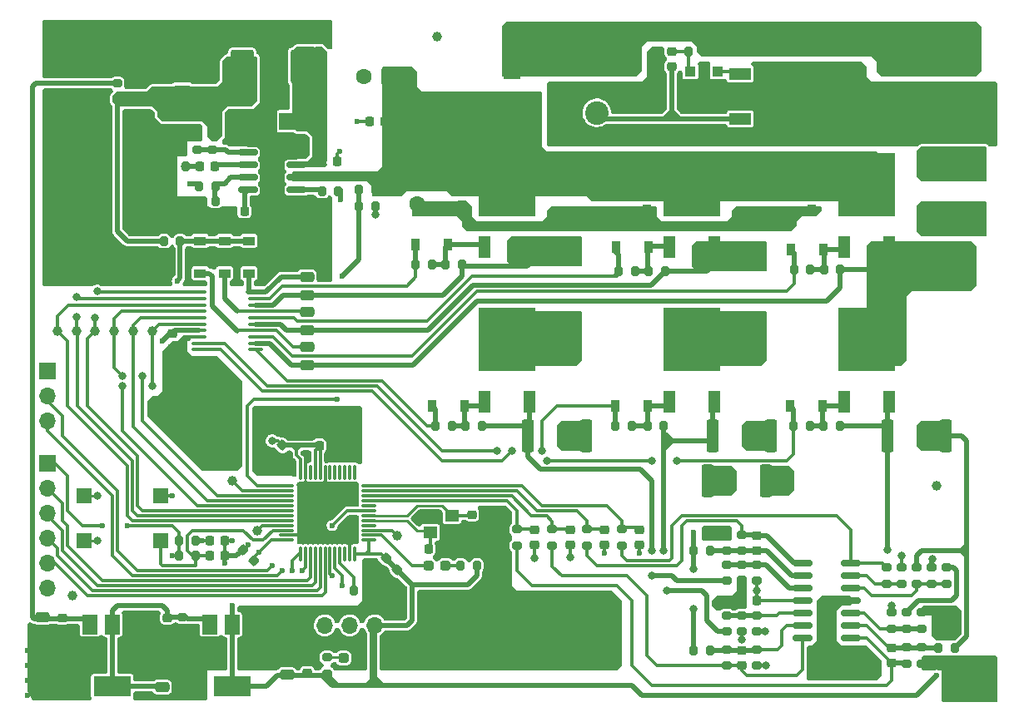
<source format=gbr>
%TF.GenerationSoftware,KiCad,Pcbnew,(6.0.4)*%
%TF.CreationDate,2023-07-08T23:20:56+08:00*%
%TF.ProjectId,STM32G431CBT6,53544d33-3247-4343-9331-434254362e6b,rev?*%
%TF.SameCoordinates,Original*%
%TF.FileFunction,Copper,L1,Top*%
%TF.FilePolarity,Positive*%
%FSLAX46Y46*%
G04 Gerber Fmt 4.6, Leading zero omitted, Abs format (unit mm)*
G04 Created by KiCad (PCBNEW (6.0.4)) date 2023-07-08 23:20:56*
%MOMM*%
%LPD*%
G01*
G04 APERTURE LIST*
G04 Aperture macros list*
%AMRoundRect*
0 Rectangle with rounded corners*
0 $1 Rounding radius*
0 $2 $3 $4 $5 $6 $7 $8 $9 X,Y pos of 4 corners*
0 Add a 4 corners polygon primitive as box body*
4,1,4,$2,$3,$4,$5,$6,$7,$8,$9,$2,$3,0*
0 Add four circle primitives for the rounded corners*
1,1,$1+$1,$2,$3*
1,1,$1+$1,$4,$5*
1,1,$1+$1,$6,$7*
1,1,$1+$1,$8,$9*
0 Add four rect primitives between the rounded corners*
20,1,$1+$1,$2,$3,$4,$5,0*
20,1,$1+$1,$4,$5,$6,$7,0*
20,1,$1+$1,$6,$7,$8,$9,0*
20,1,$1+$1,$8,$9,$2,$3,0*%
G04 Aperture macros list end*
%TA.AperFunction,SMDPad,CuDef*%
%ADD10C,1.000000*%
%TD*%
%TA.AperFunction,SMDPad,CuDef*%
%ADD11RoundRect,0.225000X-0.250000X0.225000X-0.250000X-0.225000X0.250000X-0.225000X0.250000X0.225000X0*%
%TD*%
%TA.AperFunction,ComponentPad*%
%ADD12R,3.000000X3.000000*%
%TD*%
%TA.AperFunction,ComponentPad*%
%ADD13C,3.000000*%
%TD*%
%TA.AperFunction,SMDPad,CuDef*%
%ADD14RoundRect,0.200000X-0.275000X0.200000X-0.275000X-0.200000X0.275000X-0.200000X0.275000X0.200000X0*%
%TD*%
%TA.AperFunction,SMDPad,CuDef*%
%ADD15R,0.900000X1.200000*%
%TD*%
%TA.AperFunction,SMDPad,CuDef*%
%ADD16RoundRect,0.225000X0.250000X-0.225000X0.250000X0.225000X-0.250000X0.225000X-0.250000X-0.225000X0*%
%TD*%
%TA.AperFunction,SMDPad,CuDef*%
%ADD17RoundRect,0.200000X0.200000X0.275000X-0.200000X0.275000X-0.200000X-0.275000X0.200000X-0.275000X0*%
%TD*%
%TA.AperFunction,SMDPad,CuDef*%
%ADD18RoundRect,0.225000X-0.017678X0.335876X-0.335876X0.017678X0.017678X-0.335876X0.335876X-0.017678X0*%
%TD*%
%TA.AperFunction,SMDPad,CuDef*%
%ADD19RoundRect,0.200000X-0.200000X-0.275000X0.200000X-0.275000X0.200000X0.275000X-0.200000X0.275000X0*%
%TD*%
%TA.AperFunction,SMDPad,CuDef*%
%ADD20RoundRect,0.237500X-0.287500X-0.237500X0.287500X-0.237500X0.287500X0.237500X-0.287500X0.237500X0*%
%TD*%
%TA.AperFunction,ComponentPad*%
%ADD21R,1.700000X1.700000*%
%TD*%
%TA.AperFunction,ComponentPad*%
%ADD22O,1.700000X1.700000*%
%TD*%
%TA.AperFunction,SMDPad,CuDef*%
%ADD23RoundRect,0.250000X-0.362500X-1.425000X0.362500X-1.425000X0.362500X1.425000X-0.362500X1.425000X0*%
%TD*%
%TA.AperFunction,SMDPad,CuDef*%
%ADD24RoundRect,0.250000X-0.475000X0.250000X-0.475000X-0.250000X0.475000X-0.250000X0.475000X0.250000X0*%
%TD*%
%TA.AperFunction,SMDPad,CuDef*%
%ADD25RoundRect,0.225000X0.225000X0.250000X-0.225000X0.250000X-0.225000X-0.250000X0.225000X-0.250000X0*%
%TD*%
%TA.AperFunction,SMDPad,CuDef*%
%ADD26RoundRect,0.200000X0.275000X-0.200000X0.275000X0.200000X-0.275000X0.200000X-0.275000X-0.200000X0*%
%TD*%
%TA.AperFunction,SMDPad,CuDef*%
%ADD27R,1.500000X1.500000*%
%TD*%
%TA.AperFunction,ComponentPad*%
%ADD28R,1.600000X1.600000*%
%TD*%
%TA.AperFunction,ComponentPad*%
%ADD29C,1.600000*%
%TD*%
%TA.AperFunction,ComponentPad*%
%ADD30R,2.400000X2.400000*%
%TD*%
%TA.AperFunction,ComponentPad*%
%ADD31C,2.400000*%
%TD*%
%TA.AperFunction,SMDPad,CuDef*%
%ADD32RoundRect,0.150000X0.825000X0.150000X-0.825000X0.150000X-0.825000X-0.150000X0.825000X-0.150000X0*%
%TD*%
%TA.AperFunction,SMDPad,CuDef*%
%ADD33RoundRect,0.225000X-0.225000X-0.250000X0.225000X-0.250000X0.225000X0.250000X-0.225000X0.250000X0*%
%TD*%
%TA.AperFunction,SMDPad,CuDef*%
%ADD34R,1.200000X2.200000*%
%TD*%
%TA.AperFunction,SMDPad,CuDef*%
%ADD35R,5.800000X6.400000*%
%TD*%
%TA.AperFunction,SMDPad,CuDef*%
%ADD36RoundRect,0.100000X-0.637500X-0.100000X0.637500X-0.100000X0.637500X0.100000X-0.637500X0.100000X0*%
%TD*%
%TA.AperFunction,SMDPad,CuDef*%
%ADD37RoundRect,0.237500X0.287500X0.237500X-0.287500X0.237500X-0.287500X-0.237500X0.287500X-0.237500X0*%
%TD*%
%TA.AperFunction,SMDPad,CuDef*%
%ADD38R,1.200000X0.900000*%
%TD*%
%TA.AperFunction,SMDPad,CuDef*%
%ADD39RoundRect,0.235000X0.940000X1.465000X-0.940000X1.465000X-0.940000X-1.465000X0.940000X-1.465000X0*%
%TD*%
%TA.AperFunction,SMDPad,CuDef*%
%ADD40R,2.500000X1.800000*%
%TD*%
%TA.AperFunction,SMDPad,CuDef*%
%ADD41RoundRect,0.075000X0.662500X0.075000X-0.662500X0.075000X-0.662500X-0.075000X0.662500X-0.075000X0*%
%TD*%
%TA.AperFunction,SMDPad,CuDef*%
%ADD42RoundRect,0.075000X0.075000X0.662500X-0.075000X0.662500X-0.075000X-0.662500X0.075000X-0.662500X0*%
%TD*%
%TA.AperFunction,SMDPad,CuDef*%
%ADD43R,2.200000X1.200000*%
%TD*%
%TA.AperFunction,SMDPad,CuDef*%
%ADD44R,6.400000X5.800000*%
%TD*%
%TA.AperFunction,SMDPad,CuDef*%
%ADD45RoundRect,0.150000X-0.825000X-0.150000X0.825000X-0.150000X0.825000X0.150000X-0.825000X0.150000X0*%
%TD*%
%TA.AperFunction,SMDPad,CuDef*%
%ADD46RoundRect,0.250000X0.475000X-0.250000X0.475000X0.250000X-0.475000X0.250000X-0.475000X-0.250000X0*%
%TD*%
%TA.AperFunction,SMDPad,CuDef*%
%ADD47R,1.500000X2.000000*%
%TD*%
%TA.AperFunction,SMDPad,CuDef*%
%ADD48R,3.800000X2.000000*%
%TD*%
%TA.AperFunction,SMDPad,CuDef*%
%ADD49RoundRect,0.225000X0.335876X0.017678X0.017678X0.335876X-0.335876X-0.017678X-0.017678X-0.335876X0*%
%TD*%
%TA.AperFunction,SMDPad,CuDef*%
%ADD50R,1.800000X2.500000*%
%TD*%
%TA.AperFunction,SMDPad,CuDef*%
%ADD51R,3.300000X2.500000*%
%TD*%
%TA.AperFunction,SMDPad,CuDef*%
%ADD52R,1.100000X1.100000*%
%TD*%
%TA.AperFunction,SMDPad,CuDef*%
%ADD53R,1.400000X1.200000*%
%TD*%
%TA.AperFunction,ViaPad*%
%ADD54C,0.800000*%
%TD*%
%TA.AperFunction,ViaPad*%
%ADD55C,0.600000*%
%TD*%
%TA.AperFunction,Conductor*%
%ADD56C,0.300000*%
%TD*%
%TA.AperFunction,Conductor*%
%ADD57C,0.250000*%
%TD*%
%TA.AperFunction,Conductor*%
%ADD58C,0.500000*%
%TD*%
G04 APERTURE END LIST*
D10*
%TO.P,REF\u002A\u002A,1*%
%TO.N,N/C*%
X112776000Y-61976000D03*
%TD*%
%TO.P,REF\u002A\u002A,1*%
%TO.N,N/C*%
X163576000Y-107696000D03*
%TD*%
%TO.P,REF\u002A\u002A,1*%
%TO.N,N/C*%
X75692000Y-118872000D03*
%TD*%
D11*
%TO.P,C25,1*%
%TO.N,+24V*%
X134112000Y-77965000D03*
%TO.P,C25,2*%
%TO.N,/Driver/bus_cur+*%
X134112000Y-79515000D03*
%TD*%
D12*
%TO.P,J5,1,Pin_1*%
%TO.N,GND*%
X166116000Y-69088000D03*
D13*
%TO.P,J5,2,Pin_2*%
%TO.N,VBUS*%
X166116000Y-64008000D03*
%TD*%
D14*
%TO.P,R40,1*%
%TO.N,Net-(C22-Pad2)*%
X160528000Y-124143000D03*
%TO.P,R40,2*%
%TO.N,Net-(C22-Pad1)*%
X160528000Y-125793000D03*
%TD*%
D15*
%TO.P,D6,1,K*%
%TO.N,/Driver/U_CH*%
X110618000Y-83186000D03*
%TO.P,D6,2,A*%
%TO.N,Net-(D6-Pad2)*%
X113918000Y-83186000D03*
%TD*%
D16*
%TO.P,C10,1*%
%TO.N,Net-(C10-Pad1)*%
X145288000Y-114300000D03*
%TO.P,C10,2*%
%TO.N,Net-(C10-Pad2)*%
X145288000Y-112750000D03*
%TD*%
D17*
%TO.P,R4,1*%
%TO.N,GND*%
X105981000Y-118364000D03*
%TO.P,R4,2*%
%TO.N,Net-(R4-Pad2)*%
X104331000Y-118364000D03*
%TD*%
D15*
%TO.P,D8,1,K*%
%TO.N,/Driver/V_CHN*%
X130938000Y-99568000D03*
%TO.P,D8,2,A*%
%TO.N,Net-(D8-Pad2)*%
X134238000Y-99568000D03*
%TD*%
D18*
%TO.P,C6,1*%
%TO.N,+3V3*%
X107599513Y-115054284D03*
%TO.P,C6,2*%
%TO.N,GND*%
X106503497Y-116150300D03*
%TD*%
D14*
%TO.P,R52,1*%
%TO.N,Net-(D14-Pad2)*%
X101600000Y-125159000D03*
%TO.P,R52,2*%
%TO.N,+3V3*%
X101600000Y-126809000D03*
%TD*%
D19*
%TO.P,R31,1*%
%TO.N,Net-(D6-Pad2)*%
X113666000Y-85218000D03*
%TO.P,R31,2*%
%TO.N,/Driver/U*%
X115316000Y-85218000D03*
%TD*%
D10*
%TO.P,TP7,1,1*%
%TO.N,/TIM1_CH2N*%
X81889600Y-91948000D03*
%TD*%
D20*
%TO.P,D1,1,K*%
%TO.N,/LED_01*%
X111901000Y-115824000D03*
%TO.P,D1,2,A*%
%TO.N,Net-(D1-Pad2)*%
X113651000Y-115824000D03*
%TD*%
D21*
%TO.P,J1,1,Pin_1*%
%TO.N,GND*%
X73152000Y-96027000D03*
D22*
%TO.P,J1,2,Pin_2*%
%TO.N,/DEBUG_TX*%
X73152000Y-98567000D03*
%TO.P,J1,3,Pin_3*%
%TO.N,/DEBUG_RX*%
X73152000Y-101107000D03*
%TD*%
D23*
%TO.P,R43,1*%
%TO.N,/Driver/i_v*%
X140801500Y-102616000D03*
%TO.P,R43,2*%
%TO.N,/Driver/bus_cur+*%
X146726500Y-102616000D03*
%TD*%
D10*
%TO.P,TP4,1,1*%
%TO.N,/TIM1_CH2*%
X76098400Y-91948000D03*
%TD*%
D24*
%TO.P,C40,1*%
%TO.N,Net-(C39-Pad1)*%
X72644000Y-121093000D03*
%TO.P,C40,2*%
%TO.N,GND*%
X72644000Y-122993000D03*
%TD*%
D14*
%TO.P,R13,1*%
%TO.N,/Driver/bus_cur+*%
X161544000Y-116015000D03*
%TO.P,R13,2*%
%TO.N,Net-(R13-Pad2)*%
X161544000Y-117665000D03*
%TD*%
D25*
%TO.P,C7,1*%
%TO.N,GND*%
X102375000Y-103632000D03*
%TO.P,C7,2*%
%TO.N,+3V3*%
X100825000Y-103632000D03*
%TD*%
D17*
%TO.P,R39,1*%
%TO.N,Net-(D8-Pad2)*%
X132588000Y-101600000D03*
%TO.P,R39,2*%
%TO.N,/Driver/V_CHN*%
X130938000Y-101600000D03*
%TD*%
D10*
%TO.P,TP9,1,1*%
%TO.N,/TIM_BKIN*%
X91948000Y-107188000D03*
%TD*%
D23*
%TO.P,R44,1*%
%TO.N,/Driver/bus_cur+*%
X140293500Y-107188000D03*
%TO.P,R44,2*%
%TO.N,GND*%
X146218500Y-107188000D03*
%TD*%
D26*
%TO.P,R23,1*%
%TO.N,+3V3*%
X145288000Y-122554000D03*
%TO.P,R23,2*%
%TO.N,Net-(R22-Pad2)*%
X145288000Y-120904000D03*
%TD*%
D11*
%TO.P,C24,1*%
%TO.N,/OP_I_W*%
X122707918Y-112192000D03*
%TO.P,C24,2*%
%TO.N,GND*%
X122707918Y-113742000D03*
%TD*%
D27*
%TO.P,key_1,1,1*%
%TO.N,GND*%
X76872000Y-113284000D03*
%TO.P,key_1,2,2*%
%TO.N,/KEY_01*%
X84672000Y-113284000D03*
%TD*%
D19*
%TO.P,R3,1*%
%TO.N,Net-(D1-Pad2)*%
X115190000Y-115824000D03*
%TO.P,R3,2*%
%TO.N,+3V3*%
X116840000Y-115824000D03*
%TD*%
D10*
%TO.P,TP2,1,1*%
%TO.N,Net-(TP2-Pad1)*%
X94488000Y-112268000D03*
%TD*%
D17*
%TO.P,R51,1*%
%TO.N,VBUS*%
X140017000Y-63500000D03*
%TO.P,R51,2*%
%TO.N,Net-(C28-Pad1)*%
X138367000Y-63500000D03*
%TD*%
%TO.P,R35,1*%
%TO.N,/Driver/bus_cur+*%
X165417000Y-124218000D03*
%TO.P,R35,2*%
%TO.N,Net-(C22-Pad2)*%
X163767000Y-124218000D03*
%TD*%
D21*
%TO.P,J2,1,Pin_1*%
%TO.N,GND*%
X98816000Y-121920000D03*
D22*
%TO.P,J2,2,Pin_2*%
%TO.N,/SWDIO*%
X101356000Y-121920000D03*
%TO.P,J2,3,Pin_3*%
%TO.N,/SWCLK*%
X103896000Y-121920000D03*
%TO.P,J2,4,Pin_4*%
%TO.N,+3V3*%
X106436000Y-121920000D03*
%TD*%
D10*
%TO.P,TP1,1,1*%
%TO.N,Net-(TP1-Pad1)*%
X108712000Y-112776000D03*
%TD*%
D19*
%TO.P,R53,1*%
%TO.N,+24V*%
X88583000Y-77216000D03*
%TO.P,R53,2*%
%TO.N,Net-(R53-Pad2)*%
X90233000Y-77216000D03*
%TD*%
D28*
%TO.P,C41,1*%
%TO.N,+12V*%
X86868000Y-67730380D03*
D29*
%TO.P,C41,2*%
%TO.N,GND*%
X86868000Y-65230380D03*
%TD*%
D14*
%TO.P,R34,1*%
%TO.N,+3V3*%
X160528000Y-120587000D03*
%TO.P,R34,2*%
%TO.N,Net-(R33-Pad2)*%
X160528000Y-122237000D03*
%TD*%
%TO.P,R58,1*%
%TO.N,+12V*%
X89916000Y-71819000D03*
%TO.P,R58,2*%
%TO.N,Net-(R58-Pad2)*%
X89916000Y-73469000D03*
%TD*%
D30*
%TO.P,C29,1*%
%TO.N,VBUS*%
X129032000Y-64732041D03*
D31*
%TO.P,C29,2*%
%TO.N,Net-(C28-Pad2)*%
X129032000Y-69732041D03*
%TD*%
D19*
%TO.P,R8,1*%
%TO.N,/Driver/bus_cur+*%
X138875000Y-114275000D03*
%TO.P,R8,2*%
%TO.N,Net-(C10-Pad1)*%
X140525000Y-114275000D03*
%TD*%
D18*
%TO.P,C8,1*%
%TO.N,+3V3*%
X97068008Y-103591992D03*
%TO.P,C8,2*%
%TO.N,GND*%
X95971992Y-104688008D03*
%TD*%
D14*
%TO.P,R25,1*%
%TO.N,Net-(R22-Pad2)*%
X143764000Y-120904000D03*
%TO.P,R25,2*%
%TO.N,GND*%
X143764000Y-122554000D03*
%TD*%
D16*
%TO.P,C42,1*%
%TO.N,+12V*%
X82296000Y-68339000D03*
%TO.P,C42,2*%
%TO.N,GND*%
X82296000Y-66789000D03*
%TD*%
D26*
%TO.P,R60,1*%
%TO.N,+12V*%
X80264000Y-68389000D03*
%TO.P,R60,2*%
%TO.N,Net-(C39-Pad1)*%
X80264000Y-66739000D03*
%TD*%
D11*
%TO.P,C4,1*%
%TO.N,Net-(C4-Pad1)*%
X116332000Y-110653000D03*
%TO.P,C4,2*%
%TO.N,GND*%
X116332000Y-112203000D03*
%TD*%
D32*
%TO.P,U4,1,BS*%
%TO.N,Net-(R56-Pad1)*%
X98487000Y-77597000D03*
%TO.P,U4,2,IN*%
%TO.N,+24V*%
X98487000Y-76327000D03*
%TO.P,U4,3,SW*%
%TO.N,Net-(C38-Pad2)*%
X98487000Y-75057000D03*
%TO.P,U4,4,GND*%
%TO.N,GND*%
X98487000Y-73787000D03*
%TO.P,U4,5,FB*%
%TO.N,Net-(R58-Pad2)*%
X93537000Y-73787000D03*
%TO.P,U4,6,COMP*%
%TO.N,Net-(C37-Pad1)*%
X93537000Y-75057000D03*
%TO.P,U4,7,EN*%
%TO.N,Net-(R53-Pad2)*%
X93537000Y-76327000D03*
%TO.P,U4,8,SS*%
%TO.N,Net-(C34-Pad1)*%
X93537000Y-77597000D03*
%TD*%
D33*
%TO.P,C34,1*%
%TO.N,Net-(C34-Pad1)*%
X93205000Y-79756000D03*
%TO.P,C34,2*%
%TO.N,GND*%
X94755000Y-79756000D03*
%TD*%
D19*
%TO.P,R48,1*%
%TO.N,Net-(D9-Pad2)*%
X152137294Y-85692962D03*
%TO.P,R48,2*%
%TO.N,/Driver/W*%
X153787294Y-85692962D03*
%TD*%
D16*
%TO.P,C18,1*%
%TO.N,Net-(C18-Pad1)*%
X143764000Y-125985000D03*
%TO.P,C18,2*%
%TO.N,Net-(C18-Pad2)*%
X143764000Y-124435000D03*
%TD*%
D19*
%TO.P,R19,1*%
%TO.N,+12V*%
X85013000Y-82804000D03*
%TO.P,R19,2*%
%TO.N,+12L*%
X86663000Y-82804000D03*
%TD*%
D14*
%TO.P,R14,1*%
%TO.N,+3V3*%
X164592000Y-116015000D03*
%TO.P,R14,2*%
%TO.N,Net-(R13-Pad2)*%
X164592000Y-117665000D03*
%TD*%
D34*
%TO.P,Q3,1,G*%
%TO.N,Net-(D7-Pad2)*%
X136405000Y-83365000D03*
D35*
%TO.P,Q3,2,D*%
%TO.N,+24V*%
X138685000Y-77065000D03*
D34*
%TO.P,Q3,3,S*%
%TO.N,/Driver/V*%
X140965000Y-83365000D03*
%TD*%
D36*
%TO.P,U3,1,HIN1*%
%TO.N,/TIM1_CH1*%
X88577500Y-88007000D03*
%TO.P,U3,2,HIN2*%
%TO.N,/TIM1_CH2*%
X88577500Y-88657000D03*
%TO.P,U3,3,HIN3*%
%TO.N,/TIM1_CH3*%
X88577500Y-89307000D03*
%TO.P,U3,4,LIN1*%
%TO.N,/TIM1_CH1N*%
X88577500Y-89957000D03*
%TO.P,U3,5,LIN2*%
%TO.N,/TIM1_CH2N*%
X88577500Y-90607000D03*
%TO.P,U3,6,LIN3*%
%TO.N,/TIM1_CH3N*%
X88577500Y-91257000D03*
%TO.P,U3,7,VCC*%
%TO.N,+12L*%
X88577500Y-91907000D03*
%TO.P,U3,8,COM*%
%TO.N,GND*%
X88577500Y-92557000D03*
%TO.P,U3,9,LO3*%
%TO.N,/Driver/W_CHN*%
X88577500Y-93207000D03*
%TO.P,U3,10,LO2*%
%TO.N,/Driver/V_CHN*%
X88577500Y-93857000D03*
%TO.P,U3,11,LO1*%
%TO.N,/Driver/U_CHN*%
X94302500Y-93857000D03*
%TO.P,U3,12,VS3*%
%TO.N,/Driver/W*%
X94302500Y-93207000D03*
%TO.P,U3,13,HO3*%
%TO.N,/Driver/W_CH*%
X94302500Y-92557000D03*
%TO.P,U3,14,VB3*%
%TO.N,Net-(C17-Pad2)*%
X94302500Y-91907000D03*
%TO.P,U3,15,VS2*%
%TO.N,/Driver/V*%
X94302500Y-91257000D03*
%TO.P,U3,16,HO2*%
%TO.N,/Driver/V_CH*%
X94302500Y-90607000D03*
%TO.P,U3,17,VB2*%
%TO.N,Net-(C14-Pad2)*%
X94302500Y-89957000D03*
%TO.P,U3,18,VS1*%
%TO.N,/Driver/U*%
X94302500Y-89307000D03*
%TO.P,U3,19,HO1*%
%TO.N,/Driver/U_CH*%
X94302500Y-88657000D03*
%TO.P,U3,20,VB1*%
%TO.N,Net-(C13-Pad2)*%
X94302500Y-88007000D03*
%TD*%
D26*
%TO.P,R18,1*%
%TO.N,Net-(R15-Pad2)*%
X158496000Y-117665000D03*
%TO.P,R18,2*%
%TO.N,Net-(R18-Pad2)*%
X158496000Y-116015000D03*
%TD*%
D28*
%TO.P,C23,1*%
%TO.N,+24V*%
X146304000Y-77724000D03*
D29*
%TO.P,C23,2*%
%TO.N,/Driver/bus_cur+*%
X146304000Y-80224000D03*
%TD*%
D11*
%TO.P,C39,1*%
%TO.N,Net-(C39-Pad1)*%
X74676000Y-121145000D03*
%TO.P,C39,2*%
%TO.N,GND*%
X74676000Y-122695000D03*
%TD*%
D37*
%TO.P,D14,1,K*%
%TO.N,GND*%
X105015000Y-125234000D03*
%TO.P,D14,2,A*%
%TO.N,Net-(D14-Pad2)*%
X103265000Y-125234000D03*
%TD*%
D38*
%TO.P,D4,1,K*%
%TO.N,Net-(C17-Pad2)*%
X88702000Y-86074000D03*
%TO.P,D4,2,A*%
%TO.N,+12L*%
X88702000Y-82774000D03*
%TD*%
D21*
%TO.P,J3,1,Pin_1*%
%TO.N,+3V3*%
X73152000Y-105410000D03*
D22*
%TO.P,J3,2,Pin_2*%
%TO.N,/SPI1_CLK*%
X73152000Y-107950000D03*
%TO.P,J3,3,Pin_3*%
%TO.N,/SPI1_MISO*%
X73152000Y-110490000D03*
%TO.P,J3,4,Pin_4*%
%TO.N,/SPI1_MOSI*%
X73152000Y-113030000D03*
%TO.P,J3,5,Pin_5*%
%TO.N,/SPI1_CS*%
X73152000Y-115570000D03*
%TO.P,J3,6,Pin_6*%
%TO.N,GND*%
X73152000Y-118110000D03*
%TD*%
D18*
%TO.P,C5,1*%
%TO.N,+3V3*%
X108752008Y-116291992D03*
%TO.P,C5,2*%
%TO.N,GND*%
X107655992Y-117388008D03*
%TD*%
D26*
%TO.P,R16,1*%
%TO.N,Net-(C10-Pad2)*%
X128016000Y-113792000D03*
%TO.P,R16,2*%
%TO.N,/OP_I_U*%
X128016000Y-112142000D03*
%TD*%
%TO.P,R45,1*%
%TO.N,Net-(C22-Pad1)*%
X120904000Y-113792000D03*
%TO.P,R45,2*%
%TO.N,/OP_I_W*%
X120904000Y-112142000D03*
%TD*%
D16*
%TO.P,C11,1*%
%TO.N,GND*%
X129819922Y-113742000D03*
%TO.P,C11,2*%
%TO.N,/OP_I_U*%
X129819922Y-112192000D03*
%TD*%
D11*
%TO.P,C35,1*%
%TO.N,+5V*%
X85344000Y-121145000D03*
%TO.P,C35,2*%
%TO.N,GND*%
X85344000Y-122695000D03*
%TD*%
D28*
%TO.P,C21,1*%
%TO.N,+24V*%
X110744000Y-76541621D03*
D29*
%TO.P,C21,2*%
%TO.N,/Driver/bus_cur+*%
X110744000Y-79041621D03*
%TD*%
D39*
%TO.P,L1,1*%
%TO.N,Net-(C38-Pad2)*%
X99037000Y-65024000D03*
%TO.P,L1,2*%
%TO.N,+12V*%
X92987000Y-65024000D03*
%TD*%
D40*
%TO.P,D15,1,K*%
%TO.N,Net-(C38-Pad2)*%
X98012000Y-70612000D03*
%TO.P,D15,2,A*%
%TO.N,GND*%
X94012000Y-70612000D03*
%TD*%
D26*
%TO.P,R27,1*%
%TO.N,Net-(C18-Pad1)*%
X124511836Y-113792000D03*
%TO.P,R27,2*%
%TO.N,/OP_I_V*%
X124511836Y-112142000D03*
%TD*%
D10*
%TO.P,TP5,1,1*%
%TO.N,/TIM1_CH1*%
X78028800Y-91948000D03*
%TD*%
D41*
%TO.P,U1,1,VBAT*%
%TO.N,+3V3*%
X105818500Y-113240000D03*
%TO.P,U1,2,PC13*%
%TO.N,/LED_01*%
X105818500Y-112740000D03*
%TO.P,U1,3,PC14*%
%TO.N,Net-(TP1-Pad1)*%
X105818500Y-112240000D03*
%TO.P,U1,4,PC15*%
%TO.N,unconnected-(U1-Pad4)*%
X105818500Y-111740000D03*
%TO.P,U1,5,PF0_OSC_IN*%
%TO.N,Net-(C3-Pad1)*%
X105818500Y-111240000D03*
%TO.P,U1,6,PF1_OSC_OUT*%
%TO.N,Net-(C4-Pad1)*%
X105818500Y-110740000D03*
%TO.P,U1,7,PG10/NRST*%
%TO.N,/RST*%
X105818500Y-110240000D03*
%TO.P,U1,8,PA0/ADC1_CH1*%
%TO.N,unconnected-(U1-Pad8)*%
X105818500Y-109740000D03*
%TO.P,U1,9,PA1/ADC1_CH2*%
%TO.N,/OP_I_W*%
X105818500Y-109240000D03*
%TO.P,U1,10,PA2/ADC1_CH3*%
%TO.N,/OP_I_V*%
X105818500Y-108740000D03*
%TO.P,U1,11,PA3*%
%TO.N,/OP_I_U*%
X105818500Y-108240000D03*
%TO.P,U1,12,PA4*%
%TO.N,/OP_bus+*%
X105818500Y-107740000D03*
D42*
%TO.P,U1,13,PA5*%
%TO.N,unconnected-(U1-Pad13)*%
X104406000Y-106327500D03*
%TO.P,U1,14,PA6*%
%TO.N,unconnected-(U1-Pad14)*%
X103906000Y-106327500D03*
%TO.P,U1,15,PA7*%
%TO.N,unconnected-(U1-Pad15)*%
X103406000Y-106327500D03*
%TO.P,U1,16,PB0*%
%TO.N,unconnected-(U1-Pad16)*%
X102906000Y-106327500D03*
%TO.P,U1,17,PB1*%
%TO.N,unconnected-(U1-Pad17)*%
X102406000Y-106327500D03*
%TO.P,U1,18,PB2*%
%TO.N,unconnected-(U1-Pad18)*%
X101906000Y-106327500D03*
%TO.P,U1,19,VSSA*%
%TO.N,GND*%
X101406000Y-106327500D03*
%TO.P,U1,20,VREF+*%
%TO.N,+3V3*%
X100906000Y-106327500D03*
%TO.P,U1,21,VDDA*%
X100406000Y-106327500D03*
%TO.P,U1,22,PB10*%
%TO.N,unconnected-(U1-Pad22)*%
X99906000Y-106327500D03*
%TO.P,U1,23,VSS*%
%TO.N,GND*%
X99406000Y-106327500D03*
%TO.P,U1,24,VDD*%
%TO.N,+3V3*%
X98906000Y-106327500D03*
D41*
%TO.P,U1,25,PB11*%
%TO.N,/VBUS_AD*%
X97493500Y-107740000D03*
%TO.P,U1,26,PB12*%
%TO.N,/TIM_BKIN*%
X97493500Y-108240000D03*
%TO.P,U1,27,PB13*%
%TO.N,/TIM1_CH1N*%
X97493500Y-108740000D03*
%TO.P,U1,28,PB14*%
%TO.N,/TIM1_CH2N*%
X97493500Y-109240000D03*
%TO.P,U1,29,PB15*%
%TO.N,/TIM1_CH3N*%
X97493500Y-109740000D03*
%TO.P,U1,30,PA8/TIM1_CH1*%
%TO.N,/TIM1_CH1*%
X97493500Y-110240000D03*
%TO.P,U1,31,PA9/TIM1_CH2*%
%TO.N,/TIM1_CH2*%
X97493500Y-110740000D03*
%TO.P,U1,32,PA10/TIM1_CH3*%
%TO.N,/TIM1_CH3*%
X97493500Y-111240000D03*
%TO.P,U1,33,PA11/TIM1_CH4*%
%TO.N,Net-(TP2-Pad1)*%
X97493500Y-111740000D03*
%TO.P,U1,34,PA12*%
%TO.N,/KEY_01*%
X97493500Y-112240000D03*
%TO.P,U1,35,VSS*%
%TO.N,GND*%
X97493500Y-112740000D03*
%TO.P,U1,36,VDD*%
%TO.N,+3V3*%
X97493500Y-113240000D03*
D42*
%TO.P,U1,37,PA13*%
%TO.N,/SWDIO*%
X98906000Y-114652500D03*
%TO.P,U1,38,PA14*%
%TO.N,/SWCLK*%
X99406000Y-114652500D03*
%TO.P,U1,39,PA15*%
%TO.N,/SPI1_CLK*%
X99906000Y-114652500D03*
%TO.P,U1,40,PB3*%
%TO.N,/SPI1_MISO*%
X100406000Y-114652500D03*
%TO.P,U1,41,PB4*%
%TO.N,/SPI1_MOSI*%
X100906000Y-114652500D03*
%TO.P,U1,42,PB5*%
%TO.N,/SPI1_CS*%
X101406000Y-114652500D03*
%TO.P,U1,43,PB6*%
%TO.N,/DEBUG_TX*%
X101906000Y-114652500D03*
%TO.P,U1,44,PB7*%
%TO.N,/DEBUG_RX*%
X102406000Y-114652500D03*
%TO.P,U1,45,PB8/BOOT0/SCL*%
%TO.N,Net-(R4-Pad2)*%
X102906000Y-114652500D03*
%TO.P,U1,46,PB9/I2C1_SDA*%
%TO.N,unconnected-(U1-Pad46)*%
X103406000Y-114652500D03*
%TO.P,U1,47,VSS*%
%TO.N,GND*%
X103906000Y-114652500D03*
%TO.P,U1,48,VDD*%
%TO.N,+3V3*%
X104406000Y-114652500D03*
%TD*%
D23*
%TO.P,R50,1*%
%TO.N,/Driver/i_w*%
X158581500Y-102616000D03*
%TO.P,R50,2*%
%TO.N,/Driver/bus_cur+*%
X164506500Y-102616000D03*
%TD*%
D43*
%TO.P,Q7,1,G*%
%TO.N,Net-(D12-Pad2)*%
X143628000Y-65792000D03*
D44*
%TO.P,Q7,2,D*%
%TO.N,GND*%
X149928000Y-68072000D03*
D43*
%TO.P,Q7,3,S*%
%TO.N,Net-(C28-Pad2)*%
X143628000Y-70352000D03*
%TD*%
D17*
%TO.P,R55,1*%
%TO.N,Net-(C37-Pad2)*%
X87185000Y-75184000D03*
%TO.P,R55,2*%
%TO.N,GND*%
X85535000Y-75184000D03*
%TD*%
D19*
%TO.P,R56,1*%
%TO.N,Net-(R56-Pad1)*%
X101092000Y-77724000D03*
%TO.P,R56,2*%
%TO.N,Net-(C38-Pad1)*%
X102742000Y-77724000D03*
%TD*%
D17*
%TO.P,R28,1*%
%TO.N,Net-(D5-Pad2)*%
X114300000Y-101600000D03*
%TO.P,R28,2*%
%TO.N,/Driver/U_CHN*%
X112650000Y-101600000D03*
%TD*%
D33*
%TO.P,C1,1*%
%TO.N,/KEY_01*%
X89649000Y-114808000D03*
%TO.P,C1,2*%
%TO.N,GND*%
X91199000Y-114808000D03*
%TD*%
D19*
%TO.P,R41,1*%
%TO.N,Net-(D7-Pad2)*%
X134303000Y-85852000D03*
%TO.P,R41,2*%
%TO.N,/Driver/V*%
X135953000Y-85852000D03*
%TD*%
D14*
%TO.P,R57,1*%
%TO.N,+5V*%
X86868000Y-121095000D03*
%TO.P,R57,2*%
%TO.N,GND*%
X86868000Y-122745000D03*
%TD*%
D26*
%TO.P,R24,1*%
%TO.N,GND*%
X145288000Y-126035000D03*
%TO.P,R24,2*%
%TO.N,Net-(C18-Pad2)*%
X145288000Y-124385000D03*
%TD*%
D19*
%TO.P,R42,1*%
%TO.N,Net-(D8-Pad2)*%
X134177000Y-101600000D03*
%TO.P,R42,2*%
%TO.N,/Driver/i_v*%
X135827000Y-101600000D03*
%TD*%
D17*
%TO.P,R46,1*%
%TO.N,Net-(D9-Pad2)*%
X150739294Y-85692962D03*
%TO.P,R46,2*%
%TO.N,/Driver/W_CH*%
X149089294Y-85692962D03*
%TD*%
D23*
%TO.P,R32,1*%
%TO.N,/Driver/i_u*%
X122005500Y-102616000D03*
%TO.P,R32,2*%
%TO.N,/Driver/bus_cur+*%
X127930500Y-102616000D03*
%TD*%
D25*
%TO.P,C31,1*%
%TO.N,+24V*%
X107455000Y-70612000D03*
%TO.P,C31,2*%
%TO.N,GND*%
X105905000Y-70612000D03*
%TD*%
D34*
%TO.P,Q1,1,G*%
%TO.N,Net-(D6-Pad2)*%
X117609000Y-83365000D03*
D35*
%TO.P,Q1,2,D*%
%TO.N,+24V*%
X119889000Y-77065000D03*
D34*
%TO.P,Q1,3,S*%
%TO.N,/Driver/U*%
X122169000Y-83365000D03*
%TD*%
D16*
%TO.P,C15,1*%
%TO.N,GND*%
X133375918Y-113742000D03*
%TO.P,C15,2*%
%TO.N,/OP_bus+*%
X133375918Y-112192000D03*
%TD*%
D26*
%TO.P,R12,1*%
%TO.N,Net-(C10-Pad1)*%
X143764000Y-114350000D03*
%TO.P,R12,2*%
%TO.N,Net-(C10-Pad2)*%
X143764000Y-112700000D03*
%TD*%
D11*
%TO.P,C20,1*%
%TO.N,+24V*%
X115316000Y-77572000D03*
%TO.P,C20,2*%
%TO.N,/Driver/bus_cur+*%
X115316000Y-79122000D03*
%TD*%
D19*
%TO.P,R1,1*%
%TO.N,+3V3*%
X86551000Y-114808000D03*
%TO.P,R1,2*%
%TO.N,/KEY_01*%
X88201000Y-114808000D03*
%TD*%
D45*
%TO.P,U2,1,A_O*%
%TO.N,Net-(C10-Pad2)*%
X149925000Y-115570000D03*
%TO.P,U2,2,-*%
%TO.N,Net-(C10-Pad1)*%
X149925000Y-116840000D03*
%TO.P,U2,3,+*%
%TO.N,Net-(R11-Pad1)*%
X149925000Y-118110000D03*
%TO.P,U2,4,VDD*%
%TO.N,+3V3*%
X149925000Y-119380000D03*
%TO.P,U2,5,+*%
%TO.N,Net-(R22-Pad2)*%
X149925000Y-120650000D03*
%TO.P,U2,6,-*%
%TO.N,Net-(C18-Pad2)*%
X149925000Y-121920000D03*
%TO.P,U2,7,B_O*%
%TO.N,Net-(C18-Pad1)*%
X149925000Y-123190000D03*
%TO.P,U2,8,C_O*%
%TO.N,Net-(C22-Pad1)*%
X154875000Y-123190000D03*
%TO.P,U2,9,-*%
%TO.N,Net-(C22-Pad2)*%
X154875000Y-121920000D03*
%TO.P,U2,10,+*%
%TO.N,Net-(R33-Pad2)*%
X154875000Y-120650000D03*
%TO.P,U2,11,VSS*%
%TO.N,GND*%
X154875000Y-119380000D03*
%TO.P,U2,12,+*%
%TO.N,Net-(R13-Pad2)*%
X154875000Y-118110000D03*
%TO.P,U2,13,-*%
%TO.N,Net-(R15-Pad2)*%
X154875000Y-116840000D03*
%TO.P,U2,14,D_O*%
%TO.N,Net-(R18-Pad2)*%
X154875000Y-115570000D03*
%TD*%
D14*
%TO.P,R11,1*%
%TO.N,Net-(R11-Pad1)*%
X143764000Y-115748000D03*
%TO.P,R11,2*%
%TO.N,GND*%
X143764000Y-117398000D03*
%TD*%
D25*
%TO.P,C37,1*%
%TO.N,Net-(C37-Pad1)*%
X90183000Y-75184000D03*
%TO.P,C37,2*%
%TO.N,Net-(C37-Pad2)*%
X88633000Y-75184000D03*
%TD*%
D17*
%TO.P,R54,1*%
%TO.N,Net-(R53-Pad2)*%
X90233000Y-78740000D03*
%TO.P,R54,2*%
%TO.N,GND*%
X88583000Y-78740000D03*
%TD*%
D28*
%TO.P,C30,1*%
%TO.N,+24V*%
X107862380Y-66040000D03*
D29*
%TO.P,C30,2*%
%TO.N,GND*%
X105362380Y-66040000D03*
%TD*%
D17*
%TO.P,R5,1*%
%TO.N,+24V*%
X106489000Y-77597000D03*
%TO.P,R5,2*%
%TO.N,/VBUS_AD*%
X104839000Y-77597000D03*
%TD*%
%TO.P,R38,1*%
%TO.N,Net-(D7-Pad2)*%
X132905000Y-85852000D03*
%TO.P,R38,2*%
%TO.N,/Driver/V_CH*%
X131255000Y-85852000D03*
%TD*%
D26*
%TO.P,R9,1*%
%TO.N,+3V3*%
X145288000Y-117398000D03*
%TO.P,R9,2*%
%TO.N,Net-(R11-Pad1)*%
X145288000Y-115748000D03*
%TD*%
D12*
%TO.P,J4,1,Pin_1*%
%TO.N,/Driver/W*%
X166116000Y-85344000D03*
D13*
%TO.P,J4,2,Pin_2*%
%TO.N,/Driver/V*%
X166116000Y-80264000D03*
%TO.P,J4,3,Pin_3*%
%TO.N,/Driver/U*%
X166116000Y-75184000D03*
%TD*%
D14*
%TO.P,R33,1*%
%TO.N,/Driver/i_w*%
X159004000Y-120587000D03*
%TO.P,R33,2*%
%TO.N,Net-(R33-Pad2)*%
X159004000Y-122237000D03*
%TD*%
D34*
%TO.P,Q4,1,G*%
%TO.N,Net-(D8-Pad2)*%
X136405000Y-99113000D03*
D35*
%TO.P,Q4,2,D*%
%TO.N,/Driver/V*%
X138685000Y-92813000D03*
D34*
%TO.P,Q4,3,S*%
%TO.N,/Driver/i_v*%
X140965000Y-99113000D03*
%TD*%
D33*
%TO.P,C12,1*%
%TO.N,GND*%
X143738000Y-119380000D03*
%TO.P,C12,2*%
%TO.N,+3V3*%
X145288000Y-119380000D03*
%TD*%
D15*
%TO.P,D5,1,K*%
%TO.N,/Driver/U_CHN*%
X112268000Y-99568000D03*
%TO.P,D5,2,A*%
%TO.N,Net-(D5-Pad2)*%
X115568000Y-99568000D03*
%TD*%
D26*
%TO.P,R59,1*%
%TO.N,Net-(R58-Pad2)*%
X88392000Y-73469000D03*
%TO.P,R59,2*%
%TO.N,GND*%
X88392000Y-71819000D03*
%TD*%
D15*
%TO.P,D10,1,K*%
%TO.N,/Driver/W_CHN*%
X148718000Y-99568000D03*
%TO.P,D10,2,A*%
%TO.N,Net-(D10-Pad2)*%
X152018000Y-99568000D03*
%TD*%
D34*
%TO.P,Q6,1,G*%
%TO.N,Net-(D10-Pad2)*%
X154185000Y-99113000D03*
D35*
%TO.P,Q6,2,D*%
%TO.N,/Driver/W*%
X156465000Y-92813000D03*
D34*
%TO.P,Q6,3,S*%
%TO.N,/Driver/i_w*%
X158745000Y-99113000D03*
%TD*%
D16*
%TO.P,C16,1*%
%TO.N,GND*%
X85852000Y-93739000D03*
%TO.P,C16,2*%
%TO.N,+12L*%
X85852000Y-92189000D03*
%TD*%
D38*
%TO.P,D3,1,K*%
%TO.N,Net-(C14-Pad2)*%
X91178500Y-86074000D03*
%TO.P,D3,2,A*%
%TO.N,+12L*%
X91178500Y-82774000D03*
%TD*%
D10*
%TO.P,TP3,1,1*%
%TO.N,/TIM1_CH3*%
X74168000Y-91948000D03*
%TD*%
D14*
%TO.P,R15,1*%
%TO.N,GND*%
X160020000Y-116015000D03*
%TO.P,R15,2*%
%TO.N,Net-(R15-Pad2)*%
X160020000Y-117665000D03*
%TD*%
D28*
%TO.P,C26,1*%
%TO.N,+24V*%
X129540000Y-77557621D03*
D29*
%TO.P,C26,2*%
%TO.N,/Driver/bus_cur+*%
X129540000Y-80057621D03*
%TD*%
D10*
%TO.P,TP8,1,1*%
%TO.N,/TIM1_CH1N*%
X79959200Y-91948000D03*
%TD*%
D34*
%TO.P,Q5,1,G*%
%TO.N,Net-(D9-Pad2)*%
X154185000Y-83365000D03*
D35*
%TO.P,Q5,2,D*%
%TO.N,+24V*%
X156465000Y-77065000D03*
D34*
%TO.P,Q5,3,S*%
%TO.N,/Driver/W*%
X158745000Y-83365000D03*
%TD*%
D17*
%TO.P,R47,1*%
%TO.N,Net-(D10-Pad2)*%
X150685000Y-101600000D03*
%TO.P,R47,2*%
%TO.N,/Driver/W_CHN*%
X149035000Y-101600000D03*
%TD*%
D26*
%TO.P,R7,1*%
%TO.N,/Driver/i_u*%
X142240000Y-117398000D03*
%TO.P,R7,2*%
%TO.N,Net-(R11-Pad1)*%
X142240000Y-115748000D03*
%TD*%
D17*
%TO.P,R29,1*%
%TO.N,Net-(D6-Pad2)*%
X112268000Y-85218000D03*
%TO.P,R29,2*%
%TO.N,/Driver/U_CH*%
X110618000Y-85218000D03*
%TD*%
D26*
%TO.P,R36,1*%
%TO.N,GND*%
X162052000Y-125793000D03*
%TO.P,R36,2*%
%TO.N,Net-(C22-Pad2)*%
X162052000Y-124143000D03*
%TD*%
D15*
%TO.P,D7,1,K*%
%TO.N,/Driver/V_CH*%
X130953326Y-83434109D03*
%TO.P,D7,2,A*%
%TO.N,Net-(D7-Pad2)*%
X134253326Y-83434109D03*
%TD*%
D11*
%TO.P,C19,1*%
%TO.N,/OP_I_V*%
X126315754Y-112192000D03*
%TO.P,C19,2*%
%TO.N,GND*%
X126315754Y-113742000D03*
%TD*%
D38*
%TO.P,D2,1,K*%
%TO.N,Net-(C13-Pad2)*%
X93655000Y-86074000D03*
%TO.P,D2,2,A*%
%TO.N,+12L*%
X93655000Y-82774000D03*
%TD*%
D34*
%TO.P,Q2,1,G*%
%TO.N,Net-(D5-Pad2)*%
X117609000Y-99113000D03*
D35*
%TO.P,Q2,2,D*%
%TO.N,/Driver/U*%
X119889000Y-92813000D03*
D34*
%TO.P,Q2,3,S*%
%TO.N,/Driver/i_u*%
X122169000Y-99113000D03*
%TD*%
D26*
%TO.P,R17,1*%
%TO.N,Net-(R13-Pad2)*%
X163068000Y-117665000D03*
%TO.P,R17,2*%
%TO.N,GND*%
X163068000Y-116015000D03*
%TD*%
D46*
%TO.P,C13,1*%
%TO.N,/Driver/U*%
X99568000Y-88326000D03*
%TO.P,C13,2*%
%TO.N,Net-(C13-Pad2)*%
X99568000Y-86426000D03*
%TD*%
D19*
%TO.P,R6,1*%
%TO.N,/VBUS_AD*%
X104839000Y-79248000D03*
%TO.P,R6,2*%
%TO.N,GND*%
X106489000Y-79248000D03*
%TD*%
D10*
%TO.P,TP6,1,1*%
%TO.N,/TIM1_CH3N*%
X83820000Y-91948000D03*
%TD*%
D47*
%TO.P,U5,1,GND*%
%TO.N,GND*%
X94248000Y-121818000D03*
D48*
%TO.P,U5,2,VO*%
%TO.N,+3V3*%
X91948000Y-128118000D03*
D47*
X91948000Y-121818000D03*
%TO.P,U5,3,VI*%
%TO.N,+5V*%
X89648000Y-121818000D03*
%TD*%
D19*
%TO.P,R2,1*%
%TO.N,+3V3*%
X86551000Y-113284000D03*
%TO.P,R2,2*%
%TO.N,/RST*%
X88201000Y-113284000D03*
%TD*%
D25*
%TO.P,C38,1*%
%TO.N,Net-(C38-Pad1)*%
X102642000Y-74676000D03*
%TO.P,C38,2*%
%TO.N,Net-(C38-Pad2)*%
X101092000Y-74676000D03*
%TD*%
D33*
%TO.P,C3,1*%
%TO.N,Net-(C3-Pad1)*%
X111917000Y-114134000D03*
%TO.P,C3,2*%
%TO.N,GND*%
X113467000Y-114134000D03*
%TD*%
D26*
%TO.P,R22,1*%
%TO.N,/Driver/i_v*%
X142240000Y-122554000D03*
%TO.P,R22,2*%
%TO.N,Net-(R22-Pad2)*%
X142240000Y-120904000D03*
%TD*%
D46*
%TO.P,C33,1*%
%TO.N,+3V3*%
X97536000Y-126934000D03*
%TO.P,C33,2*%
%TO.N,GND*%
X97536000Y-125034000D03*
%TD*%
D33*
%TO.P,C2,1*%
%TO.N,/RST*%
X89649000Y-113284000D03*
%TO.P,C2,2*%
%TO.N,GND*%
X91199000Y-113284000D03*
%TD*%
D46*
%TO.P,C14,1*%
%TO.N,/Driver/V*%
X99568000Y-91882000D03*
%TO.P,C14,2*%
%TO.N,Net-(C14-Pad2)*%
X99568000Y-89982000D03*
%TD*%
D49*
%TO.P,C9,1*%
%TO.N,+3V3*%
X94138135Y-115294696D03*
%TO.P,C9,2*%
%TO.N,GND*%
X93042119Y-114198680D03*
%TD*%
D27*
%TO.P,reset1,1,1*%
%TO.N,GND*%
X76872000Y-108712000D03*
%TO.P,reset1,2,2*%
%TO.N,/RST*%
X84672000Y-108712000D03*
%TD*%
D15*
%TO.P,D9,1,K*%
%TO.N,/Driver/W_CH*%
X148772294Y-83660962D03*
%TO.P,D9,2,A*%
%TO.N,Net-(D9-Pad2)*%
X152072294Y-83660962D03*
%TD*%
D46*
%TO.P,C17,1*%
%TO.N,/Driver/W*%
X99568000Y-95438000D03*
%TO.P,C17,2*%
%TO.N,Net-(C17-Pad2)*%
X99568000Y-93538000D03*
%TD*%
D50*
%TO.P,D13,1,K*%
%TO.N,+24V*%
X120396000Y-69056000D03*
%TO.P,D13,2,A*%
%TO.N,VBUS*%
X120396000Y-65056000D03*
%TD*%
D11*
%TO.P,C27,1*%
%TO.N,+24V*%
X150876000Y-77965000D03*
%TO.P,C27,2*%
%TO.N,/Driver/bus_cur+*%
X150876000Y-79515000D03*
%TD*%
%TO.P,C28,1*%
%TO.N,Net-(C28-Pad1)*%
X136652000Y-63475000D03*
%TO.P,C28,2*%
%TO.N,Net-(C28-Pad2)*%
X136652000Y-65025000D03*
%TD*%
D16*
%TO.P,C32,1*%
%TO.N,+3V3*%
X99568000Y-126759000D03*
%TO.P,C32,2*%
%TO.N,GND*%
X99568000Y-125209000D03*
%TD*%
D14*
%TO.P,R10,1*%
%TO.N,GND*%
X142240000Y-112700000D03*
%TO.P,R10,2*%
%TO.N,Net-(C10-Pad1)*%
X142240000Y-114350000D03*
%TD*%
D46*
%TO.P,C36,1*%
%TO.N,+5V*%
X84836000Y-128191000D03*
%TO.P,C36,2*%
%TO.N,GND*%
X84836000Y-126291000D03*
%TD*%
D19*
%TO.P,R49,1*%
%TO.N,Net-(D10-Pad2)*%
X152083000Y-101600000D03*
%TO.P,R49,2*%
%TO.N,/Driver/i_w*%
X153733000Y-101600000D03*
%TD*%
D14*
%TO.P,R26,1*%
%TO.N,Net-(C18-Pad2)*%
X142240000Y-124385000D03*
%TO.P,R26,2*%
%TO.N,Net-(C18-Pad1)*%
X142240000Y-126035000D03*
%TD*%
D26*
%TO.P,R37,1*%
%TO.N,Net-(R33-Pad2)*%
X162052000Y-122237000D03*
%TO.P,R37,2*%
%TO.N,GND*%
X162052000Y-120587000D03*
%TD*%
D19*
%TO.P,R30,1*%
%TO.N,Net-(D5-Pad2)*%
X115698000Y-101600000D03*
%TO.P,R30,2*%
%TO.N,/Driver/i_u*%
X117348000Y-101600000D03*
%TD*%
D51*
%TO.P,D11,1,A1*%
%TO.N,VBUS*%
X156972000Y-62640000D03*
%TO.P,D11,2,A2*%
%TO.N,GND*%
X156972000Y-69440000D03*
%TD*%
D47*
%TO.P,U6,1,GND*%
%TO.N,GND*%
X82056000Y-121818000D03*
D48*
%TO.P,U6,2,VO*%
%TO.N,+5V*%
X79756000Y-128118000D03*
D47*
X79756000Y-121818000D03*
%TO.P,U6,3,VI*%
%TO.N,Net-(C39-Pad1)*%
X77456000Y-121818000D03*
%TD*%
D16*
%TO.P,C22,1*%
%TO.N,Net-(C22-Pad1)*%
X159004000Y-125743000D03*
%TO.P,C22,2*%
%TO.N,Net-(C22-Pad2)*%
X159004000Y-124193000D03*
%TD*%
D19*
%TO.P,R21,1*%
%TO.N,/Driver/bus_cur+*%
X138875000Y-124460000D03*
%TO.P,R21,2*%
%TO.N,Net-(C18-Pad2)*%
X140525000Y-124460000D03*
%TD*%
D52*
%TO.P,D12,1,K*%
%TO.N,Net-(C28-Pad1)*%
X138547000Y-65532000D03*
%TO.P,D12,2,A*%
%TO.N,Net-(D12-Pad2)*%
X141347000Y-65532000D03*
%TD*%
D26*
%TO.P,R20,1*%
%TO.N,Net-(R18-Pad2)*%
X131572000Y-113792000D03*
%TO.P,R20,2*%
%TO.N,/OP_bus+*%
X131572000Y-112142000D03*
%TD*%
D53*
%TO.P,Y1,1,1*%
%TO.N,Net-(C4-Pad1)*%
X114300000Y-110744000D03*
%TO.P,Y1,2,2*%
%TO.N,GND*%
X112100000Y-110744000D03*
%TO.P,Y1,3,3*%
%TO.N,Net-(C3-Pad1)*%
X112100000Y-112444000D03*
%TO.P,Y1,4,4*%
%TO.N,GND*%
X114300000Y-112444000D03*
%TD*%
D54*
%TO.N,/TIM1_CH1*%
X78232000Y-87884000D03*
X78028800Y-90627200D03*
%TO.N,/TIM1_CH2*%
X76098400Y-88493600D03*
X76098400Y-90525600D03*
%TO.N,/TIM1_CH1N*%
X82804000Y-96520000D03*
X80772000Y-96520000D03*
%TO.N,/TIM1_CH3N*%
X83820000Y-97536000D03*
X80772000Y-97536000D03*
D55*
%TO.N,GND*%
X75692000Y-129032000D03*
X148336000Y-107188000D03*
X140208000Y-112268000D03*
D54*
X164592000Y-129032000D03*
D55*
X97536000Y-105156000D03*
X85642823Y-81280000D03*
X78740000Y-72644000D03*
X86360000Y-125476000D03*
X97028000Y-65532000D03*
D54*
X91440000Y-100076000D03*
X86360000Y-100076000D03*
D55*
X128690388Y-121412000D03*
D54*
X143740475Y-123330313D03*
D55*
X96520000Y-125476000D03*
X89497646Y-81280000D03*
D54*
X152400000Y-119380000D03*
D55*
X88188800Y-64516000D03*
X91948000Y-113284000D03*
X74168000Y-81788000D03*
X103632000Y-104648000D03*
X78435200Y-64516000D03*
X74168000Y-77216000D03*
D54*
X87884000Y-96012000D03*
D55*
X102616000Y-123952000D03*
X75692000Y-68072000D03*
X75692000Y-72644000D03*
D54*
X85344000Y-98552000D03*
D55*
X119178540Y-121412000D03*
D54*
X94996000Y-105664000D03*
D55*
X101406000Y-107502000D03*
X99974400Y-79756000D03*
X95922351Y-84328000D03*
X148336000Y-108204000D03*
D54*
X167640000Y-127312608D03*
D55*
X81788000Y-74168000D03*
D54*
X152617714Y-124460000D03*
D55*
X123934464Y-119380000D03*
X96520000Y-122936000D03*
X85750400Y-64516000D03*
X72644000Y-129032000D03*
X86360000Y-129032000D03*
X74168000Y-80264000D03*
X77216000Y-69596000D03*
X88063292Y-84328000D03*
X81788000Y-81280000D03*
X102311200Y-100584000D03*
X90627200Y-60960000D03*
X118872000Y-117856000D03*
X126746000Y-70612000D03*
X88392000Y-127508000D03*
X117593232Y-119380000D03*
X78740000Y-83312000D03*
X140208000Y-68580000D03*
X98552000Y-123952000D03*
X111252000Y-119380000D03*
X100330000Y-110744000D03*
X74168000Y-84836000D03*
D54*
X150876000Y-127000000D03*
D55*
X84836000Y-86360000D03*
X93980000Y-72136000D03*
X81788000Y-79756000D03*
D54*
X90424000Y-101600000D03*
D55*
X114300000Y-113284000D03*
X95922351Y-81280000D03*
X97028000Y-72136000D03*
X75996800Y-62484000D03*
X75996800Y-60960000D03*
X98492233Y-81280000D03*
D54*
X169164000Y-129032000D03*
D55*
X103632000Y-111760000D03*
X117348000Y-111252000D03*
X78740000Y-69596000D03*
X117348000Y-113284000D03*
X100584000Y-123952000D03*
X141211036Y-112942110D03*
X140208000Y-67056000D03*
X77216000Y-75692000D03*
X85344000Y-74168000D03*
X115316000Y-114300000D03*
X89348233Y-84328000D03*
X93472000Y-125476000D03*
X78740000Y-74168000D03*
X140195036Y-112942110D03*
D54*
X85852000Y-96012000D03*
D55*
X95504000Y-60960000D03*
D54*
X91440000Y-103124000D03*
D55*
X88188800Y-60960000D03*
X118872000Y-113284000D03*
D54*
X152400000Y-121920000D03*
D55*
X78740000Y-78740000D03*
X101062115Y-84328000D03*
X88392000Y-129032000D03*
D54*
X103906000Y-113010000D03*
D55*
X77216000Y-84836000D03*
D54*
X156972000Y-125730000D03*
D55*
X112837308Y-121412000D03*
X77216000Y-71120000D03*
D54*
X102616000Y-109220000D03*
D55*
X75692000Y-86360000D03*
X164592000Y-121412000D03*
X88212705Y-81280000D03*
X129819922Y-114528078D03*
X144780000Y-68580000D03*
X78740000Y-68072000D03*
X75692000Y-75692000D03*
X104648000Y-70612000D03*
X83820000Y-79756000D03*
X132926664Y-67056000D03*
X81788000Y-86360000D03*
X101062115Y-82804000D03*
X73558400Y-60960000D03*
X116332000Y-113284000D03*
X112077500Y-125476000D03*
X101600000Y-110744000D03*
X124460000Y-67056000D03*
X94488000Y-102108000D03*
X132588000Y-68580000D03*
X96012000Y-72136000D03*
X71120000Y-129032000D03*
X95504000Y-74269600D03*
D54*
X102616000Y-108204000D03*
D55*
X72644000Y-127508000D03*
X75692000Y-77216000D03*
X77216000Y-83312000D03*
X148336000Y-106172000D03*
X100380800Y-62484000D03*
X74168000Y-72644000D03*
X90627200Y-62484000D03*
X75692000Y-74168000D03*
X125222000Y-123444000D03*
X142748000Y-67056000D03*
D54*
X87376000Y-101600000D03*
D55*
X74422000Y-124460000D03*
X81280000Y-125476000D03*
X104140000Y-111252000D03*
D54*
X151746857Y-125730000D03*
D55*
X99777174Y-81280000D03*
X74168000Y-68072000D03*
X85344000Y-72136000D03*
D54*
X166116000Y-125593224D03*
D55*
X102108000Y-104648000D03*
D54*
X167640000Y-129032000D03*
X169164000Y-127312608D03*
D55*
X116007924Y-121412000D03*
X77216000Y-80264000D03*
X97207292Y-84328000D03*
X81788000Y-76200000D03*
X101346000Y-112776000D03*
X74168000Y-86360000D03*
X122301000Y-123444000D03*
X77216000Y-74168000D03*
X90424000Y-125476000D03*
X138176000Y-67056000D03*
X122349156Y-120904000D03*
X119380000Y-123444000D03*
X92964000Y-72136000D03*
X100380800Y-60960000D03*
D54*
X152400000Y-120650000D03*
D55*
X107147992Y-116880008D03*
X83820000Y-125476000D03*
X86868000Y-93472000D03*
X165608000Y-120396000D03*
D54*
X86868000Y-97536000D03*
D55*
X94488000Y-103124000D03*
X146812000Y-68580000D03*
X85750400Y-62484000D03*
X76073000Y-124460000D03*
X97942400Y-78740000D03*
X101600000Y-78740000D03*
X83312000Y-64516000D03*
X94996000Y-125476000D03*
D54*
X78232000Y-108712000D03*
D55*
X104648000Y-123952000D03*
D54*
X163139573Y-115172853D03*
D55*
X77216000Y-77216000D03*
X95504000Y-62484000D03*
D54*
X89916000Y-96012000D03*
D55*
X95504000Y-64516000D03*
X95922351Y-82804000D03*
X75692000Y-83312000D03*
X94996000Y-100584000D03*
X98755200Y-79756000D03*
D54*
X160020000Y-114808000D03*
D55*
X94488000Y-84328000D03*
X133375918Y-114579918D03*
X83312000Y-62484000D03*
D54*
X101092000Y-108204000D03*
X143764000Y-118364000D03*
X90932000Y-97536000D03*
D55*
X129603500Y-125476000D03*
X83820000Y-78232000D03*
X83820000Y-123952000D03*
X95504000Y-68580000D03*
X128143000Y-123444000D03*
X93472000Y-123952000D03*
X97942400Y-60960000D03*
D54*
X91440000Y-105664000D03*
D55*
X126576666Y-67056000D03*
X78740000Y-71120000D03*
X102616000Y-112776000D03*
X123761500Y-125476000D03*
X101193600Y-79756000D03*
X94996000Y-72136000D03*
X97536000Y-79756000D03*
X85344000Y-76708000D03*
X78740000Y-84836000D03*
X78740000Y-86360000D03*
D54*
X169164000Y-125593224D03*
X92456000Y-98552000D03*
D55*
X113538000Y-123444000D03*
X100584000Y-102616000D03*
X141224000Y-119380000D03*
X115316000Y-111760000D03*
D54*
X167640000Y-125593224D03*
D55*
X75692000Y-81788000D03*
X85750400Y-60960000D03*
D54*
X156101142Y-124460000D03*
D55*
X94637410Y-81280000D03*
X120763848Y-119380000D03*
X78740000Y-81788000D03*
D54*
X104140000Y-108204000D03*
D55*
X98492233Y-82804000D03*
X144780000Y-67056000D03*
X92067528Y-81280000D03*
X100482400Y-100584000D03*
X120840500Y-125476000D03*
X103225600Y-101600000D03*
X71120000Y-124460000D03*
X74422000Y-125984000D03*
X81788000Y-78232000D03*
X76073000Y-125984000D03*
X99060000Y-72644000D03*
X165608000Y-122428000D03*
X107696000Y-123444000D03*
X165608000Y-121412000D03*
D54*
X83820000Y-100076000D03*
D55*
X74168000Y-74168000D03*
D54*
X89408000Y-105664000D03*
X88900000Y-100076000D03*
D55*
X74168000Y-129032000D03*
X96520000Y-74269600D03*
X74168000Y-75692000D03*
X84836000Y-84836000D03*
X101396800Y-101600000D03*
X83820000Y-72136000D03*
X84357882Y-81280000D03*
X86360000Y-123952000D03*
X86927764Y-81280000D03*
D54*
X146253000Y-126035000D03*
D55*
X99568000Y-101600000D03*
X75692000Y-71120000D03*
D54*
X164592000Y-127312608D03*
D55*
X83820000Y-76200000D03*
D54*
X126315754Y-114984246D03*
D55*
X96520000Y-75387200D03*
X127105080Y-119380000D03*
X86360000Y-127508000D03*
D54*
X164592000Y-125593224D03*
D55*
X90782587Y-81280000D03*
X78740000Y-80264000D03*
D54*
X153488571Y-125730000D03*
D55*
X77216000Y-72644000D03*
X78740000Y-77216000D03*
X95504000Y-66548000D03*
X116332000Y-114300000D03*
X87185000Y-71819000D03*
D54*
X99060000Y-112740000D03*
D55*
X112776000Y-114808000D03*
X116459000Y-123444000D03*
D54*
X156101142Y-127000000D03*
D55*
X86868000Y-94488000D03*
X106680000Y-118364000D03*
X99777174Y-84328000D03*
X95910400Y-101600000D03*
X97739200Y-101600000D03*
X80264000Y-84836000D03*
X98552000Y-73152000D03*
X138176000Y-68580000D03*
X77216000Y-81788000D03*
X97207292Y-82804000D03*
X77216000Y-68072000D03*
X91918115Y-84328000D03*
D54*
X101092000Y-109220000D03*
X104140000Y-109220000D03*
D55*
X99161600Y-78740000D03*
X141732000Y-119888000D03*
X91440000Y-79756000D03*
X85852000Y-94488000D03*
X78435200Y-60960000D03*
X89916000Y-79756000D03*
D54*
X82296000Y-65532000D03*
D55*
X126682500Y-125476000D03*
D54*
X150876000Y-124460000D03*
D55*
X97028000Y-64516000D03*
X146812000Y-67056000D03*
D54*
X86868000Y-103124000D03*
D55*
X98653600Y-100584000D03*
X83312000Y-84836000D03*
X87376000Y-78740000D03*
X99777174Y-82804000D03*
X100380800Y-78740000D03*
D54*
X92456000Y-101600000D03*
X88900000Y-103124000D03*
D55*
X99060000Y-102616000D03*
D54*
X89916000Y-98552000D03*
D55*
X80264000Y-86360000D03*
X147320000Y-107188000D03*
D54*
X122707918Y-115036082D03*
X166116000Y-129032000D03*
D55*
X104648000Y-103124000D03*
X117919500Y-125476000D03*
X81788000Y-70612000D03*
X130275700Y-119380000D03*
X97028000Y-66548000D03*
X115316000Y-113284000D03*
X85344000Y-78232000D03*
X81788000Y-84836000D03*
X95504000Y-78740000D03*
X97207292Y-81280000D03*
X75692000Y-84836000D03*
X81788000Y-72136000D03*
X83820000Y-74168000D03*
X74168000Y-78740000D03*
X81280000Y-123952000D03*
X93065600Y-62484000D03*
X91199000Y-115583000D03*
D54*
X154359428Y-124460000D03*
D55*
X130809998Y-67056000D03*
X80873600Y-64516000D03*
X96012000Y-79756000D03*
X74168000Y-71120000D03*
X100076000Y-112776000D03*
D54*
X110920000Y-110744000D03*
X103632000Y-103632000D03*
D55*
X131064000Y-123444000D03*
D54*
X106489000Y-80073000D03*
D55*
X108712000Y-125476000D03*
X75692000Y-127508000D03*
X93352469Y-81280000D03*
X93203056Y-84328000D03*
X75996800Y-64516000D03*
X118872000Y-115824000D03*
X90424000Y-123952000D03*
X128693332Y-67056000D03*
X118872000Y-111252000D03*
D54*
X166116000Y-127312608D03*
X87884000Y-98552000D03*
D55*
X77216000Y-78740000D03*
X110617000Y-123444000D03*
X127000000Y-68580000D03*
D54*
X152617714Y-127000000D03*
D55*
X142748000Y-68580000D03*
X97536000Y-106172000D03*
X104648000Y-102108000D03*
X114998500Y-125476000D03*
X85852000Y-79756000D03*
X99060000Y-109474000D03*
X141224000Y-112268000D03*
X77724000Y-125984000D03*
X118872000Y-110236000D03*
X75692000Y-80264000D03*
X91948000Y-72136000D03*
X117348000Y-114300000D03*
X97942400Y-62484000D03*
X96723200Y-78740000D03*
X164592000Y-120396000D03*
X91948000Y-70104000D03*
X96012000Y-106172000D03*
X75692000Y-69596000D03*
D54*
X99568000Y-104648000D03*
D55*
X80873600Y-62484000D03*
X97028000Y-67564000D03*
X142240000Y-119380000D03*
X97028000Y-68580000D03*
X90633174Y-84328000D03*
X93065600Y-60960000D03*
X95504000Y-67564000D03*
X114422616Y-119380000D03*
X83312000Y-86360000D03*
D54*
X155230285Y-125730000D03*
D55*
X78740000Y-75692000D03*
X88392000Y-123952000D03*
X125519772Y-121412000D03*
X117348000Y-112268000D03*
X98492233Y-84328000D03*
X114300000Y-114300000D03*
X99060000Y-110744000D03*
X147320000Y-106172000D03*
X164592000Y-122428000D03*
X142748000Y-119888000D03*
X147320000Y-108204000D03*
X77216000Y-86360000D03*
X93590127Y-113730688D03*
X96520000Y-123952000D03*
X83820000Y-70612000D03*
X71120000Y-127508000D03*
X95504000Y-65532000D03*
X83072941Y-81280000D03*
X72771000Y-124460000D03*
X97536000Y-73152000D03*
X73558400Y-65532000D03*
X74168000Y-69596000D03*
X88188800Y-62484000D03*
X99060000Y-108204000D03*
X83312000Y-60960000D03*
X74168000Y-83312000D03*
X124460000Y-68580000D03*
X96520000Y-121412000D03*
X72771000Y-125984000D03*
X74676000Y-62484000D03*
D54*
X154359428Y-127000000D03*
D55*
X78435200Y-62484000D03*
X98044000Y-72136000D03*
D54*
X152400000Y-123190000D03*
D55*
X102616000Y-102616000D03*
X96520000Y-73152000D03*
X124460000Y-70612000D03*
D54*
X88900000Y-97536000D03*
D55*
X118872000Y-114300000D03*
X101062115Y-81280000D03*
X94996000Y-123952000D03*
D54*
X78232000Y-113284000D03*
D55*
X118872000Y-112268000D03*
D54*
X85344000Y-101600000D03*
D55*
X91948000Y-71120000D03*
X75692000Y-78740000D03*
X95504000Y-73152000D03*
X104140000Y-100584000D03*
X88392000Y-125476000D03*
X71120000Y-125984000D03*
X87884000Y-79756000D03*
X95504000Y-75387200D03*
X77724000Y-124460000D03*
X74168000Y-127508000D03*
X80873600Y-60960000D03*
X96824800Y-100584000D03*
D54*
%TO.N,/Driver/i_v*%
X136144000Y-118364000D03*
X135860657Y-114300000D03*
D55*
%TO.N,/Driver/V*%
X139700000Y-93472000D03*
X139192000Y-83312000D03*
X141935200Y-90424000D03*
X162998223Y-80469095D03*
X139192000Y-85344000D03*
X145288000Y-94488000D03*
X142240000Y-84328000D03*
X164014223Y-79453095D03*
X139192000Y-84328000D03*
X144170400Y-90424000D03*
X140817600Y-90424000D03*
X164014223Y-81485095D03*
X140208000Y-83312000D03*
X139700000Y-91440000D03*
X162998223Y-81485095D03*
X144272000Y-85344000D03*
X161982223Y-81485095D03*
X141935200Y-93472000D03*
X143256000Y-85344000D03*
X145288000Y-90424000D03*
X143052800Y-92456000D03*
X145288000Y-93472000D03*
X145288000Y-85344000D03*
X161982223Y-79453095D03*
X144170400Y-91440000D03*
X161982223Y-80469095D03*
X164014223Y-80469095D03*
X162998223Y-79453095D03*
X145288000Y-84328000D03*
X140208000Y-85344000D03*
X139700000Y-90424000D03*
X144170400Y-92456000D03*
X141224000Y-83312000D03*
X141935200Y-91440000D03*
X142240000Y-85344000D03*
X145288000Y-83312000D03*
X145288000Y-92456000D03*
X143052800Y-94488000D03*
X140208000Y-84328000D03*
X143052800Y-90424000D03*
X144170400Y-94488000D03*
X143256000Y-83312000D03*
X143052800Y-91440000D03*
X139700000Y-92456000D03*
X140817600Y-93472000D03*
X141935200Y-92456000D03*
X141224000Y-85344000D03*
X145288000Y-91440000D03*
X140817600Y-92456000D03*
X144272000Y-83312000D03*
X143052800Y-93472000D03*
X140817600Y-94488000D03*
X141935200Y-94488000D03*
X141224000Y-84328000D03*
X143256000Y-84328000D03*
X144272000Y-84328000D03*
X142240000Y-83312000D03*
X144170400Y-93472000D03*
X140817600Y-91440000D03*
X139700000Y-94488000D03*
D54*
%TO.N,/Driver/V_CHN*%
X120396000Y-104140000D03*
X123444000Y-104140000D03*
%TO.N,/Driver/i_u*%
X134620000Y-114300000D03*
X134620000Y-116840000D03*
D55*
%TO.N,/Driver/U*%
X122021600Y-94488000D03*
X125476000Y-83820000D03*
X120904000Y-94488000D03*
X125374400Y-90424000D03*
X124460000Y-84836000D03*
X120396000Y-84836000D03*
X122021600Y-91440000D03*
X124256800Y-90424000D03*
X124460000Y-83820000D03*
X120904000Y-91440000D03*
X123444000Y-82804000D03*
X125374400Y-91440000D03*
X123139200Y-93472000D03*
X125476000Y-84836000D03*
X125374400Y-93472000D03*
X123139200Y-90424000D03*
X165100000Y-75892861D03*
X122428000Y-83820000D03*
X120396000Y-82804000D03*
X123444000Y-83820000D03*
X124256800Y-94488000D03*
X122021600Y-93472000D03*
X126492000Y-83820000D03*
X123139200Y-91440000D03*
X126492000Y-90424000D03*
X125476000Y-82804000D03*
X164084000Y-74876861D03*
X123139200Y-94488000D03*
X124256800Y-93472000D03*
X126492000Y-93472000D03*
X120904000Y-92456000D03*
X123139200Y-92456000D03*
X125374400Y-94488000D03*
X121412000Y-82804000D03*
X123444000Y-84836000D03*
X122021600Y-90424000D03*
X122428000Y-84836000D03*
X120904000Y-90424000D03*
X124256800Y-91440000D03*
X122428000Y-82804000D03*
X162052000Y-74876861D03*
X163068000Y-74876861D03*
X121412000Y-83820000D03*
X162052000Y-75892861D03*
X126492000Y-91440000D03*
X122021600Y-92456000D03*
X125374400Y-92456000D03*
X124256800Y-92456000D03*
X163068000Y-73860861D03*
X120904000Y-93472000D03*
X126492000Y-92456000D03*
X124460000Y-82804000D03*
X164084000Y-73860861D03*
X164084000Y-75892861D03*
X163068000Y-75892861D03*
X126492000Y-94488000D03*
X121412000Y-84836000D03*
X162052000Y-73860861D03*
X126492000Y-84836000D03*
X165100000Y-73860861D03*
X126492000Y-82804000D03*
X120396000Y-83820000D03*
D54*
%TO.N,+3V3*%
X146178000Y-122554000D03*
D55*
X163576000Y-119380000D03*
X163576000Y-127000000D03*
D54*
X96012000Y-103124000D03*
D55*
X85852000Y-114808000D03*
X91948000Y-119888000D03*
D54*
X145288000Y-118364000D03*
D55*
X81280000Y-111760000D03*
X94701992Y-114513992D03*
X147320000Y-129032000D03*
X78740000Y-111760000D03*
D54*
%TO.N,/Driver/i_w*%
X158581500Y-114214500D03*
X159004000Y-119888000D03*
D55*
%TO.N,/VBUS_AD*%
X102616000Y-98869000D03*
X103124000Y-86360000D03*
%TO.N,/Driver/W*%
X158496000Y-88900000D03*
X163576000Y-84836000D03*
X162052000Y-86868000D03*
X156972000Y-93980000D03*
X160020000Y-92964000D03*
X158496000Y-92964000D03*
X159004000Y-83820000D03*
X162052000Y-85852000D03*
X159004000Y-86868000D03*
X156972000Y-89916000D03*
X160020000Y-91948000D03*
X156972000Y-87884000D03*
X156972000Y-92964000D03*
X157480000Y-86868000D03*
X158496000Y-89916000D03*
X160020000Y-94996000D03*
X158496000Y-90932000D03*
X158496000Y-91948000D03*
X157480000Y-83820000D03*
X156972000Y-91948000D03*
X156972000Y-90932000D03*
X160020000Y-88900000D03*
X160528000Y-85852000D03*
X166624000Y-83820000D03*
X165100000Y-86868000D03*
X160528000Y-83820000D03*
X160528000Y-84836000D03*
X165100000Y-83820000D03*
X157480000Y-84836000D03*
X160020000Y-87884000D03*
X158496000Y-93980000D03*
X156972000Y-94996000D03*
X160020000Y-90932000D03*
X158496000Y-94996000D03*
X163576000Y-85852000D03*
X162052000Y-83820000D03*
X160020000Y-89916000D03*
X159004000Y-84836000D03*
X166624000Y-86868000D03*
X157480000Y-85852000D03*
X160528000Y-86868000D03*
X163576000Y-83820000D03*
X158496000Y-87884000D03*
X159004000Y-85852000D03*
X156972000Y-88900000D03*
X160020000Y-93980000D03*
X163576000Y-86868000D03*
X162052000Y-84836000D03*
D54*
%TO.N,/Driver/W_CHN*%
X137160000Y-105156000D03*
X134620000Y-105156000D03*
X118872000Y-104140000D03*
X123952000Y-105156000D03*
D55*
%TO.N,/RST*%
X102108000Y-111760000D03*
X88900000Y-113284000D03*
X85852000Y-108712000D03*
%TO.N,/SWDIO*%
X98044000Y-116332000D03*
%TO.N,/SWCLK*%
X99060000Y-116332000D03*
%TO.N,/DEBUG_TX*%
X96012000Y-115824000D03*
X102108000Y-116840000D03*
%TO.N,/DEBUG_RX*%
X97028000Y-116332000D03*
X103124000Y-117856000D03*
%TO.N,+12L*%
X84836000Y-92964000D03*
X86360000Y-86868000D03*
%TO.N,+24V*%
X101600000Y-76200000D03*
X87630000Y-76962000D03*
%TO.N,/Driver/bus_cur+*%
X141986000Y-106172000D03*
X125476000Y-102616000D03*
X126238000Y-101600000D03*
X162052000Y-102616000D03*
X163576000Y-103632000D03*
X145034000Y-101600000D03*
X144272000Y-101600000D03*
X141224000Y-107188000D03*
X145796000Y-101600000D03*
X127000000Y-102616000D03*
X145796000Y-103632000D03*
X125476000Y-101600000D03*
X162814000Y-102616000D03*
X162052000Y-101600000D03*
X145034000Y-103632000D03*
X126238000Y-103632000D03*
X141986000Y-107188000D03*
X162814000Y-103632000D03*
X127000000Y-101600000D03*
X142748000Y-107188000D03*
X138875000Y-112459000D03*
X144272000Y-103632000D03*
X163576000Y-101600000D03*
D54*
X138875000Y-120205000D03*
D55*
X141986000Y-108204000D03*
X163576000Y-102616000D03*
X127000000Y-103632000D03*
X145034000Y-102616000D03*
X141224000Y-108204000D03*
X162052000Y-103632000D03*
X144272000Y-102616000D03*
X142748000Y-106172000D03*
X125476000Y-103632000D03*
X141224000Y-106172000D03*
D54*
X138875000Y-116141000D03*
D55*
X142748000Y-108204000D03*
X162814000Y-101600000D03*
X126238000Y-102616000D03*
X145796000Y-102616000D03*
%TO.N,Net-(C38-Pad1)*%
X102933000Y-78549000D03*
X102883000Y-73660000D03*
%TD*%
D56*
%TO.N,/TIM1_CH1*%
X88577500Y-88007000D02*
X78355000Y-88007000D01*
X77216000Y-99568000D02*
X77216000Y-92760800D01*
X82296000Y-104648000D02*
X77216000Y-99568000D01*
X97493500Y-110240000D02*
X82808000Y-110240000D01*
X78028800Y-91948000D02*
X78028800Y-90627200D01*
X78355000Y-88007000D02*
X78232000Y-87884000D01*
X82296000Y-109728000D02*
X82296000Y-104648000D01*
X77216000Y-92760800D02*
X78028800Y-91948000D01*
X82808000Y-110240000D02*
X82296000Y-109728000D01*
%TO.N,/TIM1_CH2*%
X81788000Y-110236000D02*
X81788000Y-105156000D01*
X76098400Y-91948000D02*
X76098400Y-90525600D01*
X76200000Y-92049600D02*
X76098400Y-91948000D01*
X97493500Y-110740000D02*
X82292000Y-110740000D01*
X82292000Y-110740000D02*
X81788000Y-110236000D01*
X88577500Y-88657000D02*
X76261800Y-88657000D01*
X76200000Y-99568000D02*
X76200000Y-92049600D01*
X81788000Y-105156000D02*
X76200000Y-99568000D01*
X76261800Y-88657000D02*
X76098400Y-88493600D01*
%TO.N,/TIM1_CH3*%
X81280000Y-105664000D02*
X81280000Y-110720000D01*
X74168000Y-90424000D02*
X75285000Y-89307000D01*
X81800000Y-111240000D02*
X97493500Y-111240000D01*
X81280000Y-110720000D02*
X81800000Y-111240000D01*
X75285000Y-89307000D02*
X88577500Y-89307000D01*
X75184000Y-99568000D02*
X81280000Y-105664000D01*
X75184000Y-92964000D02*
X75184000Y-99568000D01*
X74168000Y-91948000D02*
X74168000Y-90424000D01*
X74168000Y-91948000D02*
X75184000Y-92964000D01*
%TO.N,Net-(TP2-Pad1)*%
X95016000Y-111740000D02*
X97493500Y-111740000D01*
X94488000Y-112268000D02*
X95016000Y-111740000D01*
%TO.N,/TIM_BKIN*%
X93000000Y-108240000D02*
X91948000Y-107188000D01*
X97493500Y-108240000D02*
X93000000Y-108240000D01*
%TO.N,/TIM1_CH1N*%
X90452000Y-108740000D02*
X97493500Y-108740000D01*
X79959200Y-95707200D02*
X79959200Y-91948000D01*
X82804000Y-101092000D02*
X90452000Y-108740000D01*
X80731000Y-89957000D02*
X88577500Y-89957000D01*
X80772000Y-96520000D02*
X79959200Y-95707200D01*
X79959200Y-91948000D02*
X79959200Y-90728800D01*
X82804000Y-96520000D02*
X82804000Y-101092000D01*
X79959200Y-90728800D02*
X80731000Y-89957000D01*
%TO.N,/TIM1_CH2N*%
X81889600Y-91948000D02*
X81889600Y-91338400D01*
X89428000Y-109240000D02*
X81889600Y-101701600D01*
X81889600Y-101701600D02*
X81889600Y-91948000D01*
X82621000Y-90607000D02*
X88577500Y-90607000D01*
X81889600Y-91338400D02*
X82621000Y-90607000D01*
X97493500Y-109240000D02*
X89428000Y-109240000D01*
%TO.N,/TIM1_CH3N*%
X80772000Y-102108000D02*
X88404000Y-109740000D01*
X80772000Y-97536000D02*
X80772000Y-102108000D01*
X88404000Y-109740000D02*
X97493500Y-109740000D01*
X84511000Y-91257000D02*
X88577500Y-91257000D01*
X83820000Y-97536000D02*
X83820000Y-91948000D01*
X83820000Y-91948000D02*
X84511000Y-91257000D01*
%TO.N,GND*%
X129819922Y-113742000D02*
X129819922Y-114528078D01*
X122707918Y-113742000D02*
X122707918Y-114579918D01*
X114300000Y-112444000D02*
X116091000Y-112444000D01*
D57*
X76872000Y-108712000D02*
X78232000Y-108712000D01*
D56*
X103906000Y-114652500D02*
X103906000Y-113010000D01*
X93042119Y-114198680D02*
X93122135Y-114198680D01*
X116091000Y-112444000D02*
X116332000Y-112203000D01*
D58*
X164401000Y-120587000D02*
X162052000Y-120587000D01*
D56*
X85852000Y-93739000D02*
X85852000Y-94488000D01*
X91199000Y-113284000D02*
X91948000Y-113284000D01*
X162052000Y-125793000D02*
X162251776Y-125593224D01*
D57*
X76872000Y-113284000D02*
X78232000Y-113284000D01*
D56*
X99568000Y-104648000D02*
X99406000Y-104994000D01*
X143764000Y-119354000D02*
X143738000Y-119380000D01*
X91199000Y-114808000D02*
X91199000Y-115583000D01*
X95971992Y-104688008D02*
X94996000Y-105664000D01*
X143764000Y-122936000D02*
X143740475Y-122959525D01*
X113467000Y-113277000D02*
X114300000Y-112444000D01*
D58*
X163068000Y-115244426D02*
X163139573Y-115172853D01*
D56*
X99406000Y-104994000D02*
X99406000Y-106327500D01*
X97493500Y-112740000D02*
X99060000Y-112740000D01*
D58*
X88532000Y-78740000D02*
X87376000Y-78740000D01*
D56*
X101406000Y-106327500D02*
X101406000Y-107502000D01*
X162251776Y-125593224D02*
X164592000Y-125593224D01*
D58*
X85344000Y-75184000D02*
X85344000Y-74168000D01*
X82296000Y-66789000D02*
X82296000Y-65532000D01*
X94755000Y-79756000D02*
X96012000Y-79756000D01*
D56*
X87034000Y-92557000D02*
X85852000Y-93739000D01*
X106639992Y-116372008D02*
X107147992Y-116880008D01*
D58*
X163068000Y-116015000D02*
X163068000Y-115244426D01*
D57*
X105015000Y-125234000D02*
X105015000Y-124319000D01*
D56*
X112100000Y-110744000D02*
X110920000Y-110744000D01*
X102375000Y-103632000D02*
X103632000Y-103632000D01*
X113467000Y-114134000D02*
X113467000Y-113277000D01*
X133375918Y-113742000D02*
X133375918Y-114579918D01*
X122707918Y-114579918D02*
X122707918Y-115036082D01*
X145288000Y-126035000D02*
X146253000Y-126035000D01*
X126315754Y-113742000D02*
X126315754Y-114984246D01*
X143764000Y-122554000D02*
X143764000Y-122936000D01*
X106489000Y-79248000D02*
X106489000Y-80073000D01*
X107147992Y-116880008D02*
X107655992Y-117388008D01*
D58*
X92494111Y-114746688D02*
X93042119Y-114198680D01*
D56*
X93122135Y-114198680D02*
X93590127Y-113730688D01*
X88577500Y-92557000D02*
X87034000Y-92557000D01*
X91199000Y-113284000D02*
X91199000Y-114808000D01*
X143764000Y-117398000D02*
X143764000Y-118364000D01*
X143740475Y-122959525D02*
X143740475Y-123330313D01*
X105981000Y-118364000D02*
X106680000Y-118364000D01*
D58*
X88392000Y-71819000D02*
X87185000Y-71819000D01*
X91199000Y-114808000D02*
X92375984Y-114808000D01*
D56*
X105905000Y-70612000D02*
X104648000Y-70612000D01*
D57*
X105015000Y-124319000D02*
X104648000Y-123952000D01*
D56*
X143764000Y-118364000D02*
X143764000Y-119354000D01*
X160020000Y-114808000D02*
X160020000Y-116015000D01*
D58*
%TO.N,/Driver/i_v*%
X136144000Y-103124000D02*
X135827000Y-102807000D01*
X139700000Y-118364000D02*
X140208000Y-118872000D01*
X135827000Y-103949000D02*
X135827000Y-102807000D01*
X140801500Y-103124000D02*
X136652000Y-103124000D01*
X135953000Y-102425000D02*
X135827000Y-102425000D01*
X136652000Y-103124000D02*
X135953000Y-102425000D01*
X141350000Y-122554000D02*
X142240000Y-122554000D01*
X136144000Y-118364000D02*
X139700000Y-118364000D01*
X140208000Y-118872000D02*
X140208000Y-121412000D01*
X135827000Y-102807000D02*
X135827000Y-102425000D01*
X135827000Y-102425000D02*
X135827000Y-101600000D01*
X135860657Y-114300000D02*
X135827000Y-114266343D01*
X140208000Y-121412000D02*
X141350000Y-122554000D01*
X140801500Y-103124000D02*
X140801500Y-99276500D01*
X135827000Y-114266343D02*
X135827000Y-103949000D01*
X136652000Y-103124000D02*
X135827000Y-103949000D01*
X140801500Y-99276500D02*
X140965000Y-99113000D01*
X136652000Y-103124000D02*
X136144000Y-103124000D01*
%TO.N,/Driver/V*%
X134544505Y-87260495D02*
X135953000Y-85852000D01*
X116447505Y-87260495D02*
X134544505Y-87260495D01*
X96845000Y-91257000D02*
X97470000Y-91882000D01*
X135953000Y-85852000D02*
X140208000Y-85852000D01*
X97470000Y-91882000D02*
X99568000Y-91882000D01*
X111826000Y-91882000D02*
X116447505Y-87260495D01*
X140965000Y-85095000D02*
X140965000Y-83365000D01*
X99568000Y-91882000D02*
X111826000Y-91882000D01*
X140208000Y-85852000D02*
X140965000Y-85095000D01*
X94302500Y-91257000D02*
X96845000Y-91257000D01*
D56*
%TO.N,/Driver/V_CHN*%
X123444000Y-104140000D02*
X123444000Y-101092000D01*
X119380000Y-105156000D02*
X120396000Y-104140000D01*
X90809000Y-93857000D02*
X94996000Y-98044000D01*
X88577500Y-93857000D02*
X90809000Y-93857000D01*
X113284000Y-105156000D02*
X119380000Y-105156000D01*
X106172000Y-98044000D02*
X113284000Y-105156000D01*
X94996000Y-98044000D02*
X106172000Y-98044000D01*
D58*
X130938000Y-99568000D02*
X130938000Y-101600000D01*
D56*
X124968000Y-99568000D02*
X130938000Y-99568000D01*
X123444000Y-101092000D02*
X124968000Y-99568000D01*
%TO.N,/OP_I_U*%
X105818500Y-108240000D02*
X120940000Y-108240000D01*
X128016000Y-111252000D02*
X128016000Y-112142000D01*
X127000000Y-110236000D02*
X128016000Y-111252000D01*
X128016000Y-112142000D02*
X129769922Y-112142000D01*
X129769922Y-112142000D02*
X129819922Y-112192000D01*
X122936000Y-110236000D02*
X127000000Y-110236000D01*
X120940000Y-108240000D02*
X122936000Y-110236000D01*
D58*
%TO.N,/Driver/i_u*%
X136652000Y-116840000D02*
X137210000Y-117398000D01*
X122169000Y-99113000D02*
X122169000Y-100833000D01*
X134620000Y-114300000D02*
X134620000Y-107188000D01*
X122169000Y-100833000D02*
X122169000Y-102452500D01*
X133451489Y-106019489D02*
X123291489Y-106019489D01*
X134620000Y-116840000D02*
X136652000Y-116840000D01*
X120989500Y-101600000D02*
X121402000Y-101600000D01*
X137210000Y-117398000D02*
X142240000Y-117398000D01*
X134620000Y-107188000D02*
X133451489Y-106019489D01*
X123291489Y-106019489D02*
X122005500Y-104733500D01*
X122169000Y-102452500D02*
X122005500Y-102616000D01*
X117348000Y-101600000D02*
X120989500Y-101600000D01*
X122005500Y-104733500D02*
X122005500Y-102616000D01*
%TO.N,/Driver/U*%
X99568000Y-88326000D02*
X113350000Y-88326000D01*
X121920000Y-85344000D02*
X115316000Y-85344000D01*
X97094000Y-88326000D02*
X99568000Y-88326000D01*
X96113000Y-89307000D02*
X97094000Y-88326000D01*
X122169000Y-85095000D02*
X121920000Y-85344000D01*
X113350000Y-88326000D02*
X115316000Y-86360000D01*
X122169000Y-83365000D02*
X122169000Y-85095000D01*
X115316000Y-86360000D02*
X115316000Y-85218000D01*
X94302500Y-89307000D02*
X96113000Y-89307000D01*
%TO.N,+3V3*%
X132588000Y-128016000D02*
X133604000Y-129032000D01*
D56*
X100906000Y-103713000D02*
X100825000Y-103632000D01*
X106327500Y-114652500D02*
X107112516Y-114652500D01*
D58*
X99019992Y-103591992D02*
X100784992Y-103591992D01*
D56*
X145288000Y-117398000D02*
X145288000Y-118364000D01*
D58*
X105664000Y-128016000D02*
X106680000Y-128016000D01*
X100076000Y-127000000D02*
X101092000Y-127000000D01*
X106436000Y-127244000D02*
X106436000Y-127772000D01*
D56*
X100906000Y-104834000D02*
X100906000Y-103713000D01*
X81280000Y-111760000D02*
X85852000Y-111760000D01*
D58*
X101564844Y-127472844D02*
X101092000Y-127000000D01*
X161544000Y-129032000D02*
X147320000Y-129032000D01*
X110236000Y-117775984D02*
X115904016Y-117775984D01*
X91948000Y-128118000D02*
X95402000Y-128118000D01*
X161735000Y-119380000D02*
X160528000Y-120587000D01*
D56*
X86551000Y-113284000D02*
X86551000Y-114808000D01*
D58*
X101564844Y-126964844D02*
X102616000Y-128016000D01*
X96520000Y-127000000D02*
X100076000Y-127000000D01*
D56*
X106016500Y-114652500D02*
X105818500Y-114454500D01*
D58*
X110236000Y-117775984D02*
X110236000Y-121412000D01*
D56*
X97493500Y-113240000D02*
X95975984Y-113240000D01*
D58*
X163576000Y-119380000D02*
X161735000Y-119380000D01*
D56*
X105818500Y-114454500D02*
X105706500Y-114454500D01*
X94701992Y-114513992D02*
X93939992Y-115275992D01*
X98084008Y-103672008D02*
X98084008Y-103591992D01*
D58*
X106172000Y-122184000D02*
X106436000Y-121920000D01*
X164592000Y-116015000D02*
X165291000Y-116015000D01*
D56*
X85852000Y-111760000D02*
X86551000Y-112459000D01*
X145288000Y-122554000D02*
X146178000Y-122554000D01*
X100406000Y-106327500D02*
X100406000Y-104051000D01*
D58*
X107736008Y-115275992D02*
X108752008Y-116291992D01*
D56*
X98906000Y-105002000D02*
X98511992Y-104607992D01*
X86551000Y-113284000D02*
X86551000Y-112459000D01*
D58*
X106436000Y-127264000D02*
X107188000Y-128016000D01*
D56*
X98906000Y-106327500D02*
X98906000Y-105002000D01*
D58*
X101564844Y-127472844D02*
X102108000Y-128016000D01*
X100784992Y-103591992D02*
X100825000Y-103632000D01*
X91948000Y-121818000D02*
X91948000Y-119888000D01*
D56*
X145288000Y-119380000D02*
X149925000Y-119380000D01*
D58*
X165608000Y-118872000D02*
X165100000Y-119380000D01*
X165291000Y-116015000D02*
X165608000Y-116332000D01*
D56*
X107112516Y-114652500D02*
X107736008Y-115275992D01*
D58*
X106436000Y-127244000D02*
X106436000Y-127264000D01*
X107188000Y-128016000D02*
X132588000Y-128016000D01*
D56*
X105819500Y-114652500D02*
X106327500Y-114652500D01*
D58*
X116840000Y-116840000D02*
X116840000Y-115824000D01*
D56*
X105818500Y-114651500D02*
X105819500Y-114652500D01*
X98511992Y-104607992D02*
X98511992Y-104099992D01*
X95975984Y-113240000D02*
X94701992Y-114513992D01*
X75184000Y-110236000D02*
X76708000Y-111760000D01*
D58*
X109728000Y-121920000D02*
X106436000Y-121920000D01*
X101092000Y-127000000D02*
X101336101Y-127000000D01*
X133604000Y-129032000D02*
X147320000Y-129032000D01*
D56*
X86677000Y-114808000D02*
X85852000Y-114808000D01*
D58*
X102108000Y-128016000D02*
X102616000Y-128016000D01*
D56*
X96600016Y-103124000D02*
X97068008Y-103591992D01*
X98511992Y-104099992D02*
X99019992Y-103591992D01*
D58*
X165608000Y-116332000D02*
X165608000Y-118872000D01*
D56*
X76708000Y-111760000D02*
X78740000Y-111760000D01*
D58*
X106436000Y-127244000D02*
X106172000Y-127508000D01*
X106172000Y-127508000D02*
X106172000Y-122184000D01*
D56*
X106327500Y-114652500D02*
X106016500Y-114652500D01*
D58*
X106436000Y-124528101D02*
X106436000Y-127244000D01*
X163576000Y-127000000D02*
X161544000Y-129032000D01*
X106680000Y-128016000D02*
X107188000Y-128016000D01*
X165100000Y-119380000D02*
X163576000Y-119380000D01*
X115904016Y-117775984D02*
X116840000Y-116840000D01*
X102616000Y-128016000D02*
X105664000Y-128016000D01*
D56*
X105706500Y-114454500D02*
X105508500Y-114652500D01*
X73914000Y-105410000D02*
X75184000Y-106680000D01*
X96012000Y-103124000D02*
X96600016Y-103124000D01*
D58*
X108752008Y-116291992D02*
X110236000Y-117775984D01*
D56*
X98511992Y-104099992D02*
X98511992Y-103591992D01*
D58*
X91948000Y-121818000D02*
X91948000Y-128118000D01*
X110236000Y-121412000D02*
X109728000Y-121920000D01*
X98511992Y-103591992D02*
X99019992Y-103591992D01*
D56*
X105508500Y-114652500D02*
X105819500Y-114652500D01*
X104406000Y-114652500D02*
X105508500Y-114652500D01*
X75184000Y-106680000D02*
X75184000Y-110236000D01*
X100406000Y-104051000D02*
X100825000Y-103632000D01*
X105818500Y-113240000D02*
X105818500Y-114454500D01*
D58*
X106436000Y-121920000D02*
X106436000Y-124528101D01*
D56*
X105818500Y-114454500D02*
X105818500Y-114651500D01*
X100906000Y-106327500D02*
X100906000Y-104834000D01*
D58*
X97068008Y-103591992D02*
X98084008Y-103591992D01*
X106436000Y-127772000D02*
X106680000Y-128016000D01*
D56*
X98511992Y-104099992D02*
X98084008Y-103672008D01*
X73152000Y-105410000D02*
X73914000Y-105410000D01*
D58*
X105664000Y-128016000D02*
X106172000Y-127508000D01*
X98084008Y-103591992D02*
X98511992Y-103591992D01*
X95402000Y-128118000D02*
X96520000Y-127000000D01*
D56*
X145288000Y-118364000D02*
X145288000Y-119380000D01*
%TO.N,/Driver/U_CH*%
X94302500Y-88657000D02*
X95747000Y-88657000D01*
X109728000Y-87376000D02*
X110618000Y-86486000D01*
X110618000Y-86486000D02*
X110618000Y-84328000D01*
X97028000Y-87376000D02*
X109728000Y-87376000D01*
D58*
X110618000Y-83186000D02*
X110618000Y-85218000D01*
D56*
X95747000Y-88657000D02*
X97028000Y-87376000D01*
D58*
%TO.N,/Driver/i_w*%
X158581500Y-103124000D02*
X158581500Y-101514500D01*
X158581500Y-99276500D02*
X158745000Y-99113000D01*
X158581500Y-101685500D02*
X158581500Y-103124000D01*
X158581500Y-103124000D02*
X158581500Y-114214500D01*
X158496000Y-101600000D02*
X158581500Y-101685500D01*
X158581500Y-101514500D02*
X158581500Y-99276500D01*
X153733000Y-101600000D02*
X158496000Y-101600000D01*
D56*
X159004000Y-120587000D02*
X159004000Y-119888000D01*
%TO.N,/Driver/U_CHN*%
X94365000Y-93857000D02*
X97536000Y-97028000D01*
X97536000Y-97028000D02*
X107188000Y-97028000D01*
X94302500Y-93857000D02*
X94365000Y-93857000D01*
X111760000Y-101600000D02*
X112650000Y-101600000D01*
D58*
X112650000Y-99950000D02*
X112268000Y-99568000D01*
X112650000Y-101600000D02*
X112650000Y-99950000D01*
D56*
X107188000Y-97028000D02*
X111760000Y-101600000D01*
%TO.N,/Driver/V_CH*%
X131064000Y-86360000D02*
X130556000Y-86360000D01*
X130747000Y-86360000D02*
X131255000Y-85852000D01*
X131255000Y-85852000D02*
X131255000Y-86169000D01*
X94302500Y-90607000D02*
X98227000Y-90607000D01*
X130556000Y-86360000D02*
X130747000Y-86360000D01*
D58*
X131255000Y-84137000D02*
X130938000Y-83820000D01*
D56*
X98552000Y-90932000D02*
X111760000Y-90932000D01*
D58*
X131255000Y-85852000D02*
X131255000Y-84137000D01*
D56*
X116332000Y-86360000D02*
X130556000Y-86360000D01*
X111760000Y-90932000D02*
X116332000Y-86360000D01*
X131255000Y-86169000D02*
X131064000Y-86360000D01*
X98227000Y-90607000D02*
X98552000Y-90932000D01*
%TO.N,/VBUS_AD*%
X94532000Y-107740000D02*
X97493500Y-107740000D01*
D58*
X104839000Y-77597000D02*
X104839000Y-79248000D01*
D56*
X93472000Y-99568000D02*
X93472000Y-106680000D01*
D58*
X104839000Y-79248000D02*
X104839000Y-84645000D01*
D56*
X102616000Y-98869000D02*
X94171000Y-98869000D01*
X93472000Y-106680000D02*
X94532000Y-107740000D01*
X94171000Y-98869000D02*
X93472000Y-99568000D01*
D58*
X104839000Y-84645000D02*
X103124000Y-86360000D01*
D56*
%TO.N,/OP_I_V*%
X120368000Y-108740000D02*
X122372000Y-110744000D01*
X105818500Y-108740000D02*
X120368000Y-108740000D01*
X123952000Y-110744000D02*
X124511836Y-111303836D01*
X124511836Y-112142000D02*
X126265754Y-112142000D01*
X122372000Y-110744000D02*
X123952000Y-110744000D01*
X126265754Y-112142000D02*
X126315754Y-112192000D01*
X124511836Y-111303836D02*
X124511836Y-112142000D01*
D58*
%TO.N,/Driver/W*%
X153787294Y-85692962D02*
X153787294Y-87512706D01*
X158147038Y-85692962D02*
X158745000Y-85095000D01*
X158745000Y-85095000D02*
X158745000Y-83365000D01*
X153787294Y-87512706D02*
X152400000Y-88900000D01*
X152400000Y-88900000D02*
X116840000Y-88900000D01*
X116840000Y-88900000D02*
X110302000Y-95438000D01*
X110302000Y-95438000D02*
X99568000Y-95438000D01*
X97978000Y-95438000D02*
X99568000Y-95438000D01*
X95747000Y-93207000D02*
X97978000Y-95438000D01*
X153787294Y-85692962D02*
X158147038Y-85692962D01*
X94302500Y-93207000D02*
X95747000Y-93207000D01*
D56*
%TO.N,/OP_I_W*%
X119908000Y-109240000D02*
X105818500Y-109240000D01*
X122657918Y-112142000D02*
X122707918Y-112192000D01*
X120904000Y-112142000D02*
X122657918Y-112142000D01*
X120904000Y-110236000D02*
X119908000Y-109240000D01*
X120904000Y-112142000D02*
X120904000Y-110236000D01*
%TO.N,/Driver/W_CH*%
X96113000Y-92557000D02*
X98044000Y-94488000D01*
X98044000Y-94488000D02*
X110236000Y-94488000D01*
X148336000Y-87884000D02*
X149089294Y-87130706D01*
D58*
X149089294Y-85692962D02*
X149089294Y-83977962D01*
D56*
X94302500Y-92557000D02*
X96113000Y-92557000D01*
X149089294Y-87130706D02*
X149089294Y-85692962D01*
X148772294Y-83660962D02*
X149089294Y-83977962D01*
X116840000Y-87884000D02*
X148336000Y-87884000D01*
X110236000Y-94488000D02*
X116840000Y-87884000D01*
%TO.N,/Driver/W_CHN*%
X149035000Y-104457000D02*
X149035000Y-101600000D01*
X91175000Y-93207000D02*
X88577500Y-93207000D01*
X106680000Y-97536000D02*
X95504000Y-97536000D01*
X123952000Y-105156000D02*
X134620000Y-105156000D01*
X95504000Y-97536000D02*
X91175000Y-93207000D01*
X118872000Y-104140000D02*
X113284000Y-104140000D01*
D58*
X149035000Y-101600000D02*
X149035000Y-99885000D01*
D56*
X148336000Y-105156000D02*
X149035000Y-104457000D01*
X113284000Y-104140000D02*
X106680000Y-97536000D01*
D58*
X149035000Y-99885000D02*
X148718000Y-99568000D01*
D56*
X137160000Y-105156000D02*
X148336000Y-105156000D01*
D58*
%TO.N,+12V*%
X80264000Y-81788000D02*
X81280000Y-82804000D01*
X80264000Y-68389000D02*
X80264000Y-81788000D01*
X81280000Y-82804000D02*
X85013000Y-82804000D01*
X80264000Y-68389000D02*
X82246000Y-68389000D01*
X82246000Y-68389000D02*
X82296000Y-68339000D01*
D56*
%TO.N,/KEY_01*%
X96548000Y-112240000D02*
X97493500Y-112240000D01*
X94098127Y-113222688D02*
X95114127Y-113222688D01*
X84672000Y-113284000D02*
X84672000Y-115660000D01*
X87912000Y-112240000D02*
X93101413Y-112240000D01*
X93101413Y-112240000D02*
X94094516Y-113233103D01*
X88201000Y-114808000D02*
X87884000Y-114808000D01*
X88201000Y-114808000D02*
X89649000Y-114808000D01*
X88201000Y-115824000D02*
X88201000Y-114808000D01*
X96096815Y-112240000D02*
X96548000Y-112240000D01*
X84672000Y-115660000D02*
X84836000Y-115824000D01*
X87884000Y-114808000D02*
X87376000Y-114300000D01*
X84836000Y-115824000D02*
X88201000Y-115824000D01*
X95114127Y-113222688D02*
X96096815Y-112240000D01*
X87376000Y-114300000D02*
X87376000Y-112776000D01*
X87376000Y-112776000D02*
X87912000Y-112240000D01*
%TO.N,/RST*%
X102108000Y-111760000D02*
X103628000Y-110240000D01*
X84672000Y-108712000D02*
X85852000Y-108712000D01*
X103628000Y-110240000D02*
X105818500Y-110240000D01*
X88900000Y-113284000D02*
X89649000Y-113284000D01*
X88201000Y-113284000D02*
X88900000Y-113284000D01*
D58*
%TO.N,+5V*%
X79756000Y-121818000D02*
X79756000Y-120396000D01*
X85344000Y-120396000D02*
X85344000Y-121098000D01*
X79756000Y-121818000D02*
X79756000Y-128118000D01*
X80264000Y-119888000D02*
X84836000Y-119888000D01*
X79756000Y-128118000D02*
X84734000Y-128118000D01*
X87251000Y-121098000D02*
X87376000Y-121223000D01*
X79756000Y-120396000D02*
X80264000Y-119888000D01*
X84836000Y-119888000D02*
X85344000Y-120396000D01*
X87376000Y-121223000D02*
X89053000Y-121223000D01*
X89053000Y-121223000D02*
X89648000Y-121818000D01*
X85344000Y-121098000D02*
X87251000Y-121098000D01*
D56*
%TO.N,Net-(D1-Pad2)*%
X115190000Y-115824000D02*
X113651000Y-115824000D01*
D57*
%TO.N,Net-(C3-Pad1)*%
X110744000Y-112268000D02*
X111924000Y-112268000D01*
D56*
X112100000Y-112444000D02*
X112100000Y-113951000D01*
X112100000Y-113951000D02*
X111917000Y-114134000D01*
D57*
X111924000Y-112268000D02*
X112100000Y-112444000D01*
X105818500Y-111240000D02*
X109716000Y-111240000D01*
X109716000Y-111240000D02*
X110744000Y-112268000D01*
D58*
%TO.N,Net-(D10-Pad2)*%
X150685000Y-101600000D02*
X152083000Y-101600000D01*
X152018000Y-99568000D02*
X153730000Y-99568000D01*
X152018000Y-99568000D02*
X152018000Y-101535000D01*
X153730000Y-99568000D02*
X154185000Y-99113000D01*
X152018000Y-101535000D02*
X152083000Y-101600000D01*
%TO.N,Net-(D9-Pad2)*%
X150739294Y-85692962D02*
X152137294Y-85692962D01*
X152072294Y-83660962D02*
X153889038Y-83660962D01*
X152137294Y-85692962D02*
X152137294Y-83725962D01*
D56*
%TO.N,/LED_01*%
X107152000Y-112740000D02*
X110236000Y-115824000D01*
X110236000Y-115824000D02*
X111901000Y-115824000D01*
X105818500Y-112740000D02*
X107152000Y-112740000D01*
%TO.N,/SWDIO*%
X98044000Y-115316000D02*
X98044000Y-116332000D01*
X98906000Y-114652500D02*
X98707500Y-114652500D01*
X98707500Y-114652500D02*
X98044000Y-115316000D01*
%TO.N,/SWCLK*%
X99406000Y-115986000D02*
X99060000Y-116332000D01*
X99406000Y-114652500D02*
X99406000Y-115986000D01*
%TO.N,/DEBUG_TX*%
X102108000Y-116840000D02*
X101906000Y-116638000D01*
X74168000Y-100076000D02*
X74676000Y-100584000D01*
X101906000Y-116638000D02*
X101906000Y-114652500D01*
X74168000Y-100076000D02*
X73152000Y-99060000D01*
X96012000Y-115824000D02*
X95504000Y-116332000D01*
X74676000Y-102616000D02*
X80264000Y-108204000D01*
X80264000Y-114300000D02*
X80264000Y-108204000D01*
X82296000Y-116332000D02*
X80264000Y-114300000D01*
X95504000Y-116332000D02*
X82296000Y-116332000D01*
X74676000Y-100584000D02*
X74676000Y-102616000D01*
X73152000Y-99060000D02*
X73152000Y-98567000D01*
%TO.N,/DEBUG_RX*%
X103124000Y-117856000D02*
X103124000Y-116840000D01*
X102406000Y-116122000D02*
X102406000Y-114652500D01*
X96520000Y-116840000D02*
X97028000Y-116332000D01*
X79756000Y-108712000D02*
X79756000Y-114808000D01*
X73152000Y-102108000D02*
X79756000Y-108712000D01*
X103124000Y-116840000D02*
X102406000Y-116122000D01*
X73152000Y-101107000D02*
X73152000Y-102108000D01*
X81788000Y-116840000D02*
X96520000Y-116840000D01*
X79756000Y-114808000D02*
X81788000Y-116840000D01*
D58*
%TO.N,Net-(D6-Pad2)*%
X113666000Y-83438000D02*
X113918000Y-83186000D01*
X112268000Y-85218000D02*
X113666000Y-85218000D01*
X113666000Y-85218000D02*
X113666000Y-83438000D01*
X117430000Y-83186000D02*
X117609000Y-83365000D01*
X113918000Y-83186000D02*
X117430000Y-83186000D01*
%TO.N,Net-(D8-Pad2)*%
X134238000Y-99568000D02*
X135950000Y-99568000D01*
X132588000Y-101600000D02*
X134177000Y-101600000D01*
X135950000Y-99568000D02*
X136405000Y-99113000D01*
X134238000Y-101539000D02*
X134177000Y-101600000D01*
X134238000Y-99568000D02*
X134238000Y-101539000D01*
%TO.N,+12L*%
X85611000Y-92189000D02*
X84836000Y-92964000D01*
X86663000Y-82804000D02*
X93625000Y-82804000D01*
X85852000Y-92189000D02*
X85611000Y-92189000D01*
X93625000Y-82804000D02*
X93655000Y-82774000D01*
X88577500Y-91907000D02*
X86134000Y-91907000D01*
X86360000Y-86868000D02*
X86663000Y-86565000D01*
X86663000Y-86565000D02*
X86663000Y-82804000D01*
X86134000Y-91907000D02*
X85852000Y-92189000D01*
%TO.N,+24V*%
X88532000Y-76962000D02*
X87630000Y-76962000D01*
%TO.N,Net-(D7-Pad2)*%
X134238000Y-83820000D02*
X134238000Y-85787000D01*
D56*
X136352000Y-83312000D02*
X136405000Y-83365000D01*
D58*
X132905000Y-85852000D02*
X134303000Y-85852000D01*
X134238000Y-83312000D02*
X136352000Y-83312000D01*
X134238000Y-85787000D02*
X134303000Y-85852000D01*
D57*
%TO.N,Net-(C4-Pad1)*%
X110744000Y-109728000D02*
X113284000Y-109728000D01*
X113284000Y-109728000D02*
X114300000Y-110744000D01*
D56*
X114300000Y-110744000D02*
X116241000Y-110744000D01*
D57*
X109724000Y-110740000D02*
X110228000Y-110236000D01*
D56*
X116241000Y-110744000D02*
X116332000Y-110653000D01*
D57*
X105818500Y-110740000D02*
X109724000Y-110740000D01*
X110228000Y-110236000D02*
X110236000Y-110236000D01*
X110236000Y-110236000D02*
X110744000Y-109728000D01*
D58*
%TO.N,/Driver/bus_cur+*%
X138875000Y-120205000D02*
X138875000Y-124460000D01*
X166624000Y-114808000D02*
X166624000Y-123011000D01*
X166116000Y-114300000D02*
X166624000Y-114300000D01*
X166116000Y-102616000D02*
X166624000Y-103124000D01*
X161544000Y-116015000D02*
X161544000Y-114808000D01*
X166116000Y-114300000D02*
X166624000Y-114808000D01*
X138875000Y-114275000D02*
X138875000Y-116141000D01*
X166624000Y-113792000D02*
X166624000Y-114300000D01*
X161544000Y-114808000D02*
X162052000Y-114300000D01*
X166624000Y-114300000D02*
X166624000Y-114808000D01*
X164506500Y-102616000D02*
X166116000Y-102616000D01*
X166624000Y-123011000D02*
X165417000Y-124218000D01*
X166116000Y-114300000D02*
X166624000Y-113792000D01*
X162052000Y-114300000D02*
X166116000Y-114300000D01*
X166624000Y-103124000D02*
X166624000Y-113792000D01*
X138875000Y-114275000D02*
X138875000Y-112459000D01*
D56*
%TO.N,Net-(C22-Pad1)*%
X156451000Y-123190000D02*
X159004000Y-125743000D01*
X132588000Y-125984000D02*
X132588000Y-119380000D01*
X159004000Y-127508000D02*
X158496000Y-128016000D01*
X120904000Y-116332000D02*
X120904000Y-113792000D01*
X159004000Y-125743000D02*
X159004000Y-127508000D01*
X131064000Y-117856000D02*
X122428000Y-117856000D01*
X154875000Y-123190000D02*
X156451000Y-123190000D01*
D58*
X160478000Y-125743000D02*
X160528000Y-125793000D01*
D56*
X134620000Y-128016000D02*
X132588000Y-125984000D01*
D58*
X159004000Y-125743000D02*
X160478000Y-125743000D01*
D56*
X158496000Y-128016000D02*
X134620000Y-128016000D01*
X132588000Y-119380000D02*
X131064000Y-117856000D01*
X122428000Y-117856000D02*
X120904000Y-116332000D01*
%TO.N,Net-(C22-Pad2)*%
X154875000Y-121920000D02*
X156464000Y-121920000D01*
X158737000Y-124193000D02*
X159004000Y-124193000D01*
D58*
X159004000Y-124193000D02*
X163742000Y-124193000D01*
D56*
X156464000Y-121920000D02*
X158737000Y-124193000D01*
D58*
X163742000Y-124193000D02*
X163767000Y-124218000D01*
%TO.N,Net-(C34-Pad1)*%
X93205000Y-77929000D02*
X93205000Y-79756000D01*
X93537000Y-77597000D02*
X93205000Y-77929000D01*
D56*
%TO.N,Net-(R33-Pad2)*%
X157797000Y-122237000D02*
X159004000Y-122237000D01*
X154875000Y-120650000D02*
X156210000Y-120650000D01*
D58*
X159004000Y-122237000D02*
X162052000Y-122237000D01*
D56*
X156210000Y-120650000D02*
X157797000Y-122237000D01*
%TO.N,Net-(TP1-Pad1)*%
X105818500Y-112240000D02*
X108176000Y-112240000D01*
X108176000Y-112240000D02*
X108712000Y-112776000D01*
D58*
%TO.N,Net-(C10-Pad1)*%
X145288000Y-114300000D02*
X146304000Y-114300000D01*
X142165000Y-114275000D02*
X142240000Y-114350000D01*
X140525000Y-114275000D02*
X142165000Y-114275000D01*
X146304000Y-114300000D02*
X148844000Y-116840000D01*
X142240000Y-114350000D02*
X145238000Y-114350000D01*
X145238000Y-114350000D02*
X145288000Y-114300000D01*
X148844000Y-116840000D02*
X149925000Y-116840000D01*
%TO.N,Net-(C14-Pad2)*%
X91178500Y-88638500D02*
X92456000Y-89916000D01*
D56*
X94302500Y-89957000D02*
X99543000Y-89957000D01*
X94302500Y-89957000D02*
X92497000Y-89957000D01*
X99543000Y-89957000D02*
X99568000Y-89982000D01*
D58*
X91178500Y-86074000D02*
X91178500Y-88638500D01*
D56*
%TO.N,Net-(C18-Pad1)*%
X149925000Y-126427000D02*
X149925000Y-123190000D01*
X134112000Y-124968000D02*
X134112000Y-118872000D01*
X142290000Y-125985000D02*
X142240000Y-126035000D01*
X124511836Y-115875836D02*
X124511836Y-113792000D01*
X143764000Y-126492000D02*
X144272000Y-127000000D01*
X132080000Y-116840000D02*
X125476000Y-116840000D01*
X149352000Y-127000000D02*
X149925000Y-126427000D01*
X134112000Y-118872000D02*
X132080000Y-116840000D01*
X135179000Y-126035000D02*
X134112000Y-124968000D01*
X125476000Y-116840000D02*
X124511836Y-115875836D01*
X143764000Y-125985000D02*
X143764000Y-126492000D01*
X143764000Y-125985000D02*
X142290000Y-125985000D01*
X142240000Y-126035000D02*
X135179000Y-126035000D01*
X144272000Y-127000000D02*
X149352000Y-127000000D01*
%TO.N,Net-(R18-Pad2)*%
X154875000Y-112203000D02*
X154875000Y-115570000D01*
X131572000Y-114808000D02*
X132080000Y-115316000D01*
X158051000Y-115570000D02*
X158496000Y-116015000D01*
X132080000Y-115316000D02*
X136398000Y-115316000D01*
X136652000Y-115062000D02*
X136652000Y-111760000D01*
X136652000Y-111760000D02*
X137668000Y-110744000D01*
X136398000Y-115316000D02*
X136652000Y-115062000D01*
X154875000Y-115570000D02*
X158051000Y-115570000D01*
X153416000Y-110744000D02*
X154875000Y-112203000D01*
X137668000Y-110744000D02*
X153416000Y-110744000D01*
X131572000Y-113792000D02*
X131572000Y-114808000D01*
%TO.N,Net-(R4-Pad2)*%
X102906000Y-114652500D02*
X102906000Y-115606000D01*
X104331000Y-117031000D02*
X104140000Y-116840000D01*
X104331000Y-118364000D02*
X104331000Y-117031000D01*
X102906000Y-115606000D02*
X104140000Y-116840000D01*
%TO.N,/OP_bus+*%
X123952000Y-109728000D02*
X130048000Y-109728000D01*
X133325918Y-111951000D02*
X133375918Y-112001000D01*
X105818500Y-107740000D02*
X121456000Y-107740000D01*
X131572000Y-111951000D02*
X133325918Y-111951000D01*
X130048000Y-109728000D02*
X131572000Y-111252000D01*
X121456000Y-107740000D02*
X123444000Y-109728000D01*
X131572000Y-111252000D02*
X131572000Y-111951000D01*
X123444000Y-109728000D02*
X123952000Y-109728000D01*
D58*
%TO.N,Net-(R11-Pad1)*%
X146228000Y-115748000D02*
X148590000Y-118110000D01*
X148590000Y-118110000D02*
X149925000Y-118110000D01*
X142240000Y-115748000D02*
X145288000Y-115748000D01*
X145288000Y-115748000D02*
X146228000Y-115748000D01*
%TO.N,Net-(C10-Pad2)*%
X149098000Y-115570000D02*
X149925000Y-115570000D01*
D56*
X143256000Y-111252000D02*
X143764000Y-111760000D01*
X128016000Y-114808000D02*
X129032000Y-115824000D01*
X143764000Y-111760000D02*
X143764000Y-112700000D01*
X137668000Y-111760000D02*
X138176000Y-111252000D01*
X137160000Y-115824000D02*
X137668000Y-115316000D01*
D58*
X146278000Y-112750000D02*
X149098000Y-115570000D01*
X145288000Y-112750000D02*
X146278000Y-112750000D01*
X143764000Y-112700000D02*
X145238000Y-112700000D01*
D56*
X129032000Y-115824000D02*
X137160000Y-115824000D01*
X137668000Y-115316000D02*
X137668000Y-111760000D01*
X128016000Y-113792000D02*
X128016000Y-114808000D01*
X138176000Y-111252000D02*
X143256000Y-111252000D01*
D58*
X145238000Y-112700000D02*
X145288000Y-112750000D01*
D56*
%TO.N,Net-(R13-Pad2)*%
X161544000Y-117665000D02*
X164592000Y-117665000D01*
X156972000Y-118872000D02*
X161036000Y-118872000D01*
X161036000Y-118872000D02*
X161544000Y-118364000D01*
X161544000Y-118364000D02*
X161544000Y-117665000D01*
X156210000Y-118110000D02*
X156972000Y-118872000D01*
X154875000Y-118110000D02*
X156210000Y-118110000D01*
%TO.N,Net-(R15-Pad2)*%
X160020000Y-117665000D02*
X157289000Y-117665000D01*
X157289000Y-117665000D02*
X156972000Y-117348000D01*
X154875000Y-116840000D02*
X156464000Y-116840000D01*
X156464000Y-116840000D02*
X156972000Y-117348000D01*
%TO.N,Net-(C18-Pad2)*%
X149925000Y-121920000D02*
X148336000Y-121920000D01*
X147828000Y-123952000D02*
X147395000Y-124385000D01*
D58*
X140525000Y-124460000D02*
X145213000Y-124460000D01*
D56*
X147395000Y-124385000D02*
X145288000Y-124385000D01*
X148336000Y-121920000D02*
X147828000Y-122428000D01*
X147828000Y-122428000D02*
X147828000Y-123952000D01*
D58*
X145213000Y-124460000D02*
X145288000Y-124385000D01*
%TO.N,Net-(R22-Pad2)*%
X142240000Y-120904000D02*
X145288000Y-120904000D01*
D56*
X147574000Y-120650000D02*
X147320000Y-120904000D01*
X147320000Y-120904000D02*
X145288000Y-120904000D01*
X149925000Y-120650000D02*
X147574000Y-120650000D01*
D58*
%TO.N,Net-(C37-Pad1)*%
X90132000Y-75184000D02*
X90259000Y-75057000D01*
X90259000Y-75057000D02*
X93537000Y-75057000D01*
D56*
%TO.N,Net-(C28-Pad1)*%
X138367000Y-65352000D02*
X138547000Y-65532000D01*
X138342000Y-63475000D02*
X138367000Y-63500000D01*
X136652000Y-63475000D02*
X138342000Y-63475000D01*
X138367000Y-63500000D02*
X138367000Y-65352000D01*
D58*
%TO.N,Net-(C38-Pad2)*%
X98487000Y-75057000D02*
X101333000Y-75057000D01*
%TO.N,Net-(C37-Pad2)*%
X86994000Y-75184000D02*
X88582000Y-75184000D01*
%TO.N,Net-(C39-Pad1)*%
X71628000Y-67056000D02*
X71628000Y-121048000D01*
X80264000Y-66739000D02*
X71945000Y-66739000D01*
X71628000Y-121048000D02*
X71848000Y-121268000D01*
X72644000Y-121268000D02*
X76906000Y-121268000D01*
X71945000Y-66739000D02*
X71628000Y-67056000D01*
X76906000Y-121268000D02*
X77456000Y-121818000D01*
X71848000Y-121268000D02*
X72644000Y-121268000D01*
D56*
%TO.N,Net-(D12-Pad2)*%
X141855000Y-65532000D02*
X144384000Y-65532000D01*
D58*
%TO.N,Net-(C28-Pad2)*%
X136652000Y-69596000D02*
X136652000Y-70104000D01*
X136652000Y-65025000D02*
X136652000Y-69596000D01*
X137160000Y-70352000D02*
X143888000Y-70352000D01*
X136652000Y-69596000D02*
X137408000Y-70352000D01*
X136900000Y-70352000D02*
X137408000Y-70352000D01*
X136900000Y-70352000D02*
X135896000Y-70352000D01*
X129651959Y-70352000D02*
X129032000Y-69732041D01*
X135896000Y-70352000D02*
X136652000Y-69596000D01*
X136652000Y-70104000D02*
X136900000Y-70352000D01*
X137928000Y-70352000D02*
X129651959Y-70352000D01*
D56*
%TO.N,Net-(C38-Pad1)*%
X102642000Y-74676000D02*
X102642000Y-73901000D01*
D58*
X102933000Y-77597000D02*
X102933000Y-78549000D01*
D56*
X102642000Y-73901000D02*
X102883000Y-73660000D01*
D57*
%TO.N,Net-(D14-Pad2)*%
X103190000Y-125159000D02*
X103265000Y-125234000D01*
X101600000Y-125159000D02*
X103190000Y-125159000D01*
D58*
%TO.N,Net-(C17-Pad2)*%
X88702000Y-86074000D02*
X89630000Y-86074000D01*
D56*
X98110000Y-93538000D02*
X99568000Y-93538000D01*
X94302500Y-91907000D02*
X96479000Y-91907000D01*
D58*
X89916000Y-89408000D02*
X91948000Y-91440000D01*
D56*
X96479000Y-91907000D02*
X98110000Y-93538000D01*
X94302500Y-91907000D02*
X92415000Y-91907000D01*
D58*
X89630000Y-86074000D02*
X89916000Y-86360000D01*
D56*
X92415000Y-91907000D02*
X91948000Y-91440000D01*
D58*
X89916000Y-86360000D02*
X89916000Y-89408000D01*
X91948000Y-91440000D02*
X92456000Y-91948000D01*
%TO.N,Net-(C13-Pad2)*%
X95381000Y-88007000D02*
X96962000Y-86426000D01*
X94302500Y-88007000D02*
X95381000Y-88007000D01*
X93655000Y-87947000D02*
X93655000Y-86074000D01*
X96962000Y-86426000D02*
X99568000Y-86426000D01*
X94302500Y-88007000D02*
X93595000Y-88007000D01*
X93595000Y-88007000D02*
X93655000Y-87947000D01*
D56*
%TO.N,/SPI1_CS*%
X73152000Y-115570000D02*
X73914000Y-115570000D01*
X73914000Y-115570000D02*
X77216000Y-118872000D01*
X101092000Y-118872000D02*
X101406000Y-118558000D01*
X77216000Y-118872000D02*
X101092000Y-118872000D01*
X101406000Y-118558000D02*
X101406000Y-114652500D01*
%TO.N,/SPI1_CLK*%
X75184000Y-111760000D02*
X74676000Y-111252000D01*
X99906000Y-114652500D02*
X99906000Y-117010000D01*
X99906000Y-117010000D02*
X99568000Y-117348000D01*
X74676000Y-111252000D02*
X74676000Y-109474000D01*
X73152000Y-107950000D02*
X74295000Y-109093000D01*
X78740000Y-117348000D02*
X75184000Y-113792000D01*
X99568000Y-117348000D02*
X78740000Y-117348000D01*
X74676000Y-109474000D02*
X74295000Y-109093000D01*
X75184000Y-113792000D02*
X75184000Y-111760000D01*
%TO.N,/SPI1_MISO*%
X73152000Y-110744000D02*
X74676000Y-112268000D01*
X74676000Y-112268000D02*
X74676000Y-114300000D01*
X100406000Y-117526000D02*
X100406000Y-114652500D01*
X73152000Y-110490000D02*
X73152000Y-110744000D01*
X100076000Y-117856000D02*
X100406000Y-117526000D01*
X74676000Y-114300000D02*
X78232000Y-117856000D01*
X78232000Y-117856000D02*
X100076000Y-117856000D01*
%TO.N,/SPI1_MOSI*%
X73152000Y-113030000D02*
X74168000Y-114046000D01*
X77724000Y-118364000D02*
X100584000Y-118364000D01*
X100906000Y-118042000D02*
X100906000Y-114652500D01*
X74168000Y-114808000D02*
X77724000Y-118364000D01*
X100584000Y-118364000D02*
X100906000Y-118042000D01*
X74168000Y-114046000D02*
X74168000Y-114808000D01*
D58*
%TO.N,Net-(D5-Pad2)*%
X115568000Y-99568000D02*
X117154000Y-99568000D01*
X115568000Y-101470000D02*
X115698000Y-101600000D01*
X115568000Y-99568000D02*
X115568000Y-101470000D01*
X117154000Y-99568000D02*
X117609000Y-99113000D01*
X114300000Y-101600000D02*
X115698000Y-101600000D01*
%TO.N,Net-(R53-Pad2)*%
X90182000Y-76962000D02*
X90182000Y-78740000D01*
X91821000Y-76327000D02*
X93537000Y-76327000D01*
X91186000Y-76962000D02*
X91821000Y-76327000D01*
X90182000Y-76962000D02*
X91186000Y-76962000D01*
%TO.N,Net-(R56-Pad1)*%
X98487000Y-77597000D02*
X101283000Y-77597000D01*
%TO.N,Net-(R58-Pad2)*%
X91567000Y-73787000D02*
X91249000Y-73469000D01*
X88392000Y-73469000D02*
X90107000Y-73469000D01*
X91249000Y-73469000D02*
X90107000Y-73469000D01*
X93537000Y-73787000D02*
X91567000Y-73787000D01*
%TD*%
%TA.AperFunction,Conductor*%
%TO.N,GND*%
G36*
X87589472Y-92474954D02*
G01*
X87670254Y-92528930D01*
X87724230Y-92609712D01*
X87743184Y-92705000D01*
X87724230Y-92800288D01*
X87670403Y-92880920D01*
X87660420Y-92890920D01*
X87579685Y-92944965D01*
X87484201Y-92964000D01*
X87376000Y-92964000D01*
X87376000Y-93980000D01*
X87884000Y-94488000D01*
X90320860Y-94488000D01*
X90416148Y-94506954D01*
X90496930Y-94560930D01*
X92891070Y-96955070D01*
X92945046Y-97035852D01*
X92964000Y-97131140D01*
X92964000Y-105560860D01*
X92945046Y-105656148D01*
X92891070Y-105736930D01*
X92528930Y-106099070D01*
X92448148Y-106153046D01*
X92352860Y-106172000D01*
X89003140Y-106172000D01*
X88907852Y-106153046D01*
X88827070Y-106099070D01*
X83384930Y-100656930D01*
X83330954Y-100576148D01*
X83312000Y-100480860D01*
X83312000Y-99163140D01*
X83330954Y-99067852D01*
X83384930Y-98987070D01*
X83747070Y-98624930D01*
X83827852Y-98570954D01*
X83923140Y-98552000D01*
X84328000Y-98552000D01*
X84836000Y-98044000D01*
X84836000Y-94083140D01*
X84854954Y-93987852D01*
X84908930Y-93907070D01*
X85779070Y-93036930D01*
X85859852Y-92982954D01*
X85955140Y-92964000D01*
X86360000Y-92964000D01*
X86795070Y-92528930D01*
X86875852Y-92474954D01*
X86971140Y-92456000D01*
X87494184Y-92456000D01*
X87589472Y-92474954D01*
G37*
%TD.AperFunction*%
%TD*%
%TA.AperFunction,Conductor*%
%TO.N,/Driver/W*%
G36*
X167147931Y-82824002D02*
G01*
X167168905Y-82840905D01*
X167603095Y-83275095D01*
X167637121Y-83337407D01*
X167640000Y-83364190D01*
X167640000Y-87323810D01*
X167619998Y-87391931D01*
X167603095Y-87412905D01*
X167168905Y-87847095D01*
X167106593Y-87881121D01*
X167079810Y-87884000D01*
X161036000Y-87884000D01*
X160528000Y-88392000D01*
X160528000Y-94943810D01*
X160507998Y-95011931D01*
X160491095Y-95032905D01*
X160056905Y-95467095D01*
X159994593Y-95501121D01*
X159967810Y-95504000D01*
X156590000Y-95504000D01*
X156521879Y-95483998D01*
X156475386Y-95430342D01*
X156464000Y-95378000D01*
X156464000Y-83364190D01*
X156484002Y-83296069D01*
X156500905Y-83275095D01*
X156935095Y-82840905D01*
X156997407Y-82806879D01*
X157024190Y-82804000D01*
X167079810Y-82804000D01*
X167147931Y-82824002D01*
G37*
%TD.AperFunction*%
%TD*%
%TA.AperFunction,Conductor*%
%TO.N,Net-(C38-Pad2)*%
G36*
X100181394Y-63001590D02*
G01*
X100236046Y-63024228D01*
X100380800Y-63043285D01*
X100388988Y-63042207D01*
X100517366Y-63025306D01*
X100525554Y-63024228D01*
X100580206Y-63001590D01*
X100628422Y-62992000D01*
X101039810Y-62992000D01*
X101107931Y-63012002D01*
X101128905Y-63028905D01*
X101563095Y-63463095D01*
X101597121Y-63525407D01*
X101600000Y-63552190D01*
X101600000Y-74623810D01*
X101579998Y-74691931D01*
X101563095Y-74712905D01*
X101128905Y-75147095D01*
X101066593Y-75181121D01*
X101039810Y-75184000D01*
X98678000Y-75184000D01*
X98609879Y-75163998D01*
X98563386Y-75110342D01*
X98552000Y-75058000D01*
X98552000Y-74802000D01*
X98572002Y-74733879D01*
X98625658Y-74687386D01*
X98678000Y-74676000D01*
X99568000Y-74676000D01*
X100076000Y-74168000D01*
X100076000Y-72136000D01*
X99568000Y-71628000D01*
X98604190Y-71628000D01*
X98536069Y-71607998D01*
X98515095Y-71591095D01*
X98080905Y-71156905D01*
X98046879Y-71094593D01*
X98044000Y-71067810D01*
X98044000Y-63552190D01*
X98064002Y-63484069D01*
X98080905Y-63463095D01*
X98515095Y-63028905D01*
X98577407Y-62994879D01*
X98604190Y-62992000D01*
X100133178Y-62992000D01*
X100181394Y-63001590D01*
G37*
%TD.AperFunction*%
%TD*%
%TA.AperFunction,Conductor*%
%TO.N,+12V*%
G36*
X94430121Y-64028002D02*
G01*
X94476614Y-64081658D01*
X94488000Y-64134000D01*
X94488000Y-68527810D01*
X94467998Y-68595931D01*
X94451095Y-68616905D01*
X94016905Y-69051095D01*
X93954593Y-69085121D01*
X93927810Y-69088000D01*
X91440000Y-69088000D01*
X90932000Y-69596000D01*
X90932000Y-72083810D01*
X90911998Y-72151931D01*
X90895095Y-72172905D01*
X90460905Y-72607095D01*
X90398593Y-72641121D01*
X90371810Y-72644000D01*
X89968190Y-72644000D01*
X89900069Y-72623998D01*
X89879095Y-72607095D01*
X89444905Y-72172905D01*
X89410879Y-72110593D01*
X89408000Y-72083810D01*
X89408000Y-71120000D01*
X88900000Y-70612000D01*
X84888190Y-70612000D01*
X84820069Y-70591998D01*
X84799095Y-70575095D01*
X84364905Y-70140905D01*
X84330879Y-70078593D01*
X84328000Y-70051810D01*
X84328000Y-69596000D01*
X83820000Y-69088000D01*
X80316190Y-69088000D01*
X80248069Y-69067998D01*
X80227095Y-69051095D01*
X79792905Y-68616905D01*
X79758879Y-68554593D01*
X79756000Y-68527810D01*
X79756000Y-68124190D01*
X79776002Y-68056069D01*
X79792905Y-68035095D01*
X80227095Y-67600905D01*
X80289407Y-67566879D01*
X80316190Y-67564000D01*
X83312000Y-67564000D01*
X83783095Y-67092905D01*
X83845407Y-67058879D01*
X83872190Y-67056000D01*
X90424000Y-67056000D01*
X90932000Y-66548000D01*
X90932000Y-64568190D01*
X90952002Y-64500069D01*
X90968905Y-64479095D01*
X91403095Y-64044905D01*
X91465407Y-64010879D01*
X91492190Y-64008000D01*
X94362000Y-64008000D01*
X94430121Y-64028002D01*
G37*
%TD.AperFunction*%
%TD*%
%TA.AperFunction,Conductor*%
%TO.N,GND*%
G36*
X154786288Y-118890954D02*
G01*
X154867070Y-118944930D01*
X154921046Y-119025712D01*
X154940000Y-119121000D01*
X154940000Y-119639000D01*
X154921046Y-119734288D01*
X154867070Y-119815070D01*
X154786288Y-119869046D01*
X154691000Y-119888000D01*
X153924000Y-119888000D01*
X153416000Y-120396000D01*
X153416000Y-123444000D01*
X153924000Y-123952000D01*
X156360860Y-123952000D01*
X156456148Y-123970954D01*
X156536930Y-124024930D01*
X157915070Y-125403070D01*
X157969046Y-125483852D01*
X157988000Y-125579140D01*
X157988000Y-126896860D01*
X157969046Y-126992148D01*
X157915070Y-127072930D01*
X157552930Y-127435070D01*
X157472148Y-127489046D01*
X157376860Y-127508000D01*
X150617000Y-127508000D01*
X150521712Y-127489046D01*
X150440930Y-127435070D01*
X150386954Y-127354288D01*
X150368000Y-127259000D01*
X150368000Y-124201000D01*
X150386954Y-124105712D01*
X150440930Y-124024930D01*
X150521712Y-123970954D01*
X150617000Y-123952000D01*
X150876000Y-123952000D01*
X151384000Y-123444000D01*
X151384000Y-119483140D01*
X151402954Y-119387852D01*
X151456930Y-119307070D01*
X151819070Y-118944930D01*
X151899852Y-118890954D01*
X151995140Y-118872000D01*
X154691000Y-118872000D01*
X154786288Y-118890954D01*
G37*
%TD.AperFunction*%
%TD*%
%TA.AperFunction,Conductor*%
%TO.N,/Driver/bus_cur+*%
G36*
X146754121Y-101112002D02*
G01*
X146800614Y-101165658D01*
X146812000Y-101218000D01*
X146812000Y-104014000D01*
X146791998Y-104082121D01*
X146738342Y-104128614D01*
X146686000Y-104140000D01*
X144324190Y-104140000D01*
X144256069Y-104119998D01*
X144235095Y-104103095D01*
X143800905Y-103668905D01*
X143766879Y-103606593D01*
X143764000Y-103579810D01*
X143764000Y-101652190D01*
X143784002Y-101584069D01*
X143800905Y-101563095D01*
X144235095Y-101128905D01*
X144297407Y-101094879D01*
X144324190Y-101092000D01*
X146686000Y-101092000D01*
X146754121Y-101112002D01*
G37*
%TD.AperFunction*%
%TD*%
%TA.AperFunction,Conductor*%
%TO.N,GND*%
G36*
X142594288Y-111778954D02*
G01*
X142675070Y-111832930D01*
X142729046Y-111913712D01*
X142748000Y-112009000D01*
X142748000Y-113035000D01*
X142729046Y-113130288D01*
X142675070Y-113211070D01*
X142594288Y-113265046D01*
X142499000Y-113284000D01*
X139949000Y-113284000D01*
X139853712Y-113265046D01*
X139772930Y-113211070D01*
X139718954Y-113130288D01*
X139700000Y-113035000D01*
X139700000Y-112009000D01*
X139718954Y-111913712D01*
X139772930Y-111832930D01*
X139853712Y-111778954D01*
X139949000Y-111760000D01*
X142499000Y-111760000D01*
X142594288Y-111778954D01*
G37*
%TD.AperFunction*%
%TD*%
%TA.AperFunction,Conductor*%
%TO.N,/Driver/V*%
G36*
X146246121Y-82824002D02*
G01*
X146292614Y-82877658D01*
X146304000Y-82930000D01*
X146304000Y-85726000D01*
X146283998Y-85794121D01*
X146230342Y-85840614D01*
X146178000Y-85852000D01*
X139244190Y-85852000D01*
X139176069Y-85831998D01*
X139155095Y-85815095D01*
X138720905Y-85380905D01*
X138686879Y-85318593D01*
X138684000Y-85291810D01*
X138684000Y-83364190D01*
X138704002Y-83296069D01*
X138720905Y-83275095D01*
X139155095Y-82840905D01*
X139217407Y-82806879D01*
X139244190Y-82804000D01*
X146178000Y-82804000D01*
X146246121Y-82824002D01*
G37*
%TD.AperFunction*%
%TD*%
%TA.AperFunction,Conductor*%
%TO.N,/Driver/bus_cur+*%
G36*
X115839931Y-78760002D02*
G01*
X115860905Y-78776905D01*
X116295095Y-79211095D01*
X116329121Y-79273407D01*
X116332000Y-79300190D01*
X116332000Y-80264000D01*
X116840000Y-80772000D01*
X123444000Y-80772000D01*
X123952000Y-80264000D01*
X123952000Y-79808190D01*
X123972002Y-79740069D01*
X123988905Y-79719095D01*
X124423095Y-79284905D01*
X124485407Y-79250879D01*
X124512190Y-79248000D01*
X135002000Y-79248000D01*
X135070121Y-79268002D01*
X135116614Y-79321658D01*
X135128000Y-79374000D01*
X135128000Y-80264000D01*
X135636000Y-80772000D01*
X142240000Y-80772000D01*
X142748000Y-80264000D01*
X142748000Y-79808190D01*
X142768002Y-79740069D01*
X142784905Y-79719095D01*
X143219095Y-79284905D01*
X143281407Y-79250879D01*
X143308190Y-79248000D01*
X151766000Y-79248000D01*
X151834121Y-79268002D01*
X151880614Y-79321658D01*
X151892000Y-79374000D01*
X151892000Y-79703810D01*
X151871998Y-79771931D01*
X151855095Y-79792905D01*
X151420905Y-80227095D01*
X151358593Y-80261121D01*
X151331810Y-80264000D01*
X149860000Y-80264000D01*
X149352000Y-80772000D01*
X149352000Y-81227810D01*
X149331998Y-81295931D01*
X149315095Y-81316905D01*
X148880905Y-81751095D01*
X148818593Y-81785121D01*
X148791810Y-81788000D01*
X115876190Y-81788000D01*
X115808069Y-81767998D01*
X115787095Y-81751095D01*
X115352905Y-81316905D01*
X115318879Y-81254593D01*
X115316000Y-81227810D01*
X115316000Y-80772000D01*
X114808000Y-80264000D01*
X110362000Y-80264000D01*
X110293879Y-80243998D01*
X110247386Y-80190342D01*
X110236000Y-80138000D01*
X110236000Y-78866000D01*
X110256002Y-78797879D01*
X110309658Y-78751386D01*
X110362000Y-78740000D01*
X115771810Y-78740000D01*
X115839931Y-78760002D01*
G37*
%TD.AperFunction*%
%TD*%
%TA.AperFunction,Conductor*%
%TO.N,VBUS*%
G36*
X167655931Y-60472002D02*
G01*
X167676905Y-60488905D01*
X168111095Y-60923095D01*
X168145121Y-60985407D01*
X168148000Y-61012190D01*
X168148000Y-65479810D01*
X168127998Y-65547931D01*
X168111095Y-65568905D01*
X167676905Y-66003095D01*
X167614593Y-66037121D01*
X167587810Y-66040000D01*
X158040190Y-66040000D01*
X157972069Y-66019998D01*
X157951095Y-66003095D01*
X157516905Y-65568905D01*
X157482879Y-65506593D01*
X157480000Y-65479810D01*
X157480000Y-64516000D01*
X156972000Y-64008000D01*
X139752190Y-64008000D01*
X139684069Y-63987998D01*
X139663095Y-63971095D01*
X139228905Y-63536905D01*
X139194879Y-63474593D01*
X139192000Y-63447810D01*
X139192000Y-62992000D01*
X138684000Y-62484000D01*
X134112000Y-62484000D01*
X133604000Y-62992000D01*
X133604000Y-65479810D01*
X133583998Y-65547931D01*
X133567095Y-65568905D01*
X133132905Y-66003095D01*
X133070593Y-66037121D01*
X133043810Y-66040000D01*
X119506000Y-66040000D01*
X119437879Y-66019998D01*
X119391386Y-65966342D01*
X119380000Y-65914000D01*
X119380000Y-61012190D01*
X119400002Y-60944069D01*
X119416905Y-60923095D01*
X119851095Y-60488905D01*
X119913407Y-60454879D01*
X119940190Y-60452000D01*
X167587810Y-60452000D01*
X167655931Y-60472002D01*
G37*
%TD.AperFunction*%
%TD*%
%TA.AperFunction,Conductor*%
%TO.N,/Driver/U*%
G36*
X127450121Y-89936002D02*
G01*
X127496614Y-89989658D01*
X127508000Y-90042000D01*
X127508000Y-94943810D01*
X127487998Y-95011931D01*
X127471095Y-95032905D01*
X127036905Y-95467095D01*
X126974593Y-95501121D01*
X126947810Y-95504000D01*
X120015000Y-95504000D01*
X119946879Y-95483998D01*
X119900386Y-95430342D01*
X119889000Y-95378000D01*
X119889000Y-90042000D01*
X119909002Y-89973879D01*
X119962658Y-89927386D01*
X120015000Y-89916000D01*
X127382000Y-89916000D01*
X127450121Y-89936002D01*
G37*
%TD.AperFunction*%
%TD*%
%TA.AperFunction,Conductor*%
%TO.N,GND*%
G36*
X71464288Y-121615507D02*
G01*
X71518331Y-121648904D01*
X71519514Y-121647326D01*
X71523730Y-121650486D01*
X71539218Y-121663095D01*
X71548594Y-121671375D01*
X71570388Y-121690623D01*
X71586440Y-121698160D01*
X71587275Y-121698708D01*
X71588625Y-121699656D01*
X71590104Y-121700407D01*
X71590979Y-121700886D01*
X71605176Y-121711526D01*
X71644127Y-121726128D01*
X71662520Y-121733880D01*
X71700163Y-121751553D01*
X71717692Y-121754282D01*
X71718637Y-121754571D01*
X71720209Y-121755105D01*
X71721849Y-121755413D01*
X71722806Y-121755623D01*
X71739420Y-121761852D01*
X71757115Y-121763167D01*
X71780888Y-121764934D01*
X71798166Y-121766917D01*
X71799507Y-121767021D01*
X71809009Y-121768500D01*
X71819651Y-121768500D01*
X71838082Y-121769183D01*
X71855615Y-121770486D01*
X71924546Y-121790875D01*
X71926176Y-121786526D01*
X72045804Y-121831372D01*
X72045805Y-121831372D01*
X72060420Y-121836851D01*
X72121623Y-121843500D01*
X72643651Y-121843500D01*
X73166376Y-121843499D01*
X73227580Y-121836851D01*
X73361824Y-121786526D01*
X73363066Y-121789840D01*
X73426330Y-121769955D01*
X73453213Y-121768500D01*
X74095064Y-121768500D01*
X74189978Y-121787380D01*
X74195305Y-121791372D01*
X74210123Y-121796927D01*
X74210125Y-121796928D01*
X74246051Y-121810396D01*
X74322843Y-121839184D01*
X74338355Y-121840869D01*
X74338359Y-121840870D01*
X74374288Y-121844773D01*
X74374297Y-121844773D01*
X74380985Y-121845500D01*
X74675890Y-121845500D01*
X74971014Y-121845499D01*
X74977714Y-121844771D01*
X74977720Y-121844771D01*
X75013636Y-121840870D01*
X75013638Y-121840870D01*
X75029157Y-121839184D01*
X75049996Y-121831372D01*
X75156695Y-121791372D01*
X75157245Y-121792840D01*
X75230044Y-121769956D01*
X75256936Y-121768500D01*
X76206500Y-121768500D01*
X76301788Y-121787454D01*
X76382570Y-121841430D01*
X76436546Y-121922212D01*
X76455500Y-122017500D01*
X76455500Y-122842674D01*
X76470034Y-122915740D01*
X76483659Y-122936132D01*
X76483660Y-122936134D01*
X76511771Y-122978205D01*
X76525399Y-122998601D01*
X76545795Y-123012229D01*
X76587866Y-123040340D01*
X76587868Y-123040341D01*
X76608260Y-123053966D01*
X76681326Y-123068500D01*
X78230674Y-123068500D01*
X78303740Y-123053966D01*
X78324132Y-123040341D01*
X78324134Y-123040340D01*
X78366205Y-123012229D01*
X78386601Y-122998601D01*
X78400229Y-122978205D01*
X78417568Y-122960866D01*
X78417882Y-122961180D01*
X78467663Y-122911399D01*
X78557423Y-122874219D01*
X78654578Y-122874220D01*
X78744337Y-122911399D01*
X78794118Y-122961180D01*
X78794432Y-122960866D01*
X78811771Y-122978205D01*
X78825399Y-122998601D01*
X78845795Y-123012229D01*
X78887866Y-123040340D01*
X78887868Y-123040341D01*
X78908260Y-123053966D01*
X78981326Y-123068500D01*
X79006500Y-123068500D01*
X79101788Y-123087454D01*
X79182570Y-123141430D01*
X79236546Y-123222212D01*
X79255500Y-123317500D01*
X79255500Y-126618500D01*
X79236546Y-126713788D01*
X79182570Y-126794570D01*
X79101788Y-126848546D01*
X79006500Y-126867500D01*
X77831326Y-126867500D01*
X77758260Y-126882034D01*
X77737868Y-126895659D01*
X77737866Y-126895660D01*
X77695795Y-126923771D01*
X77675399Y-126937399D01*
X77661771Y-126957795D01*
X77633660Y-126999866D01*
X77633659Y-126999868D01*
X77620034Y-127020260D01*
X77605500Y-127093326D01*
X77605500Y-129142674D01*
X77620034Y-129215740D01*
X77621268Y-129217587D01*
X77635871Y-129291000D01*
X77616917Y-129386289D01*
X77562940Y-129467070D01*
X77482159Y-129521046D01*
X77386871Y-129540000D01*
X71781890Y-129540000D01*
X71686602Y-129521046D01*
X71605820Y-129467070D01*
X71559178Y-129402356D01*
X71146288Y-128576576D01*
X71120626Y-128482871D01*
X71120000Y-128465220D01*
X71120000Y-121845553D01*
X71138954Y-121750265D01*
X71192930Y-121669483D01*
X71273712Y-121615507D01*
X71369000Y-121596553D01*
X71464288Y-121615507D01*
G37*
%TD.AperFunction*%
%TA.AperFunction,Conductor*%
G36*
X84521415Y-120407454D02*
G01*
X84602197Y-120461430D01*
X84656173Y-120542212D01*
X84675127Y-120637500D01*
X84659283Y-120724904D01*
X84624816Y-120816843D01*
X84623131Y-120832355D01*
X84623130Y-120832359D01*
X84620520Y-120856393D01*
X84618500Y-120874985D01*
X84618501Y-121415014D01*
X84619229Y-121421714D01*
X84619229Y-121421720D01*
X84623130Y-121457636D01*
X84624816Y-121473157D01*
X84630296Y-121487775D01*
X84645764Y-121529036D01*
X84672628Y-121600695D01*
X84683265Y-121614888D01*
X84707576Y-121647326D01*
X84754313Y-121709687D01*
X84786594Y-121733880D01*
X84835436Y-121770485D01*
X84863305Y-121791372D01*
X84990843Y-121839184D01*
X85006355Y-121840869D01*
X85006359Y-121840870D01*
X85042288Y-121844773D01*
X85042297Y-121844773D01*
X85048985Y-121845500D01*
X85343890Y-121845500D01*
X85639014Y-121845499D01*
X85645714Y-121844771D01*
X85645720Y-121844771D01*
X85681636Y-121840870D01*
X85681638Y-121840870D01*
X85697157Y-121839184D01*
X85717996Y-121831372D01*
X85808087Y-121797598D01*
X85824695Y-121791372D01*
X85852565Y-121770485D01*
X85901406Y-121733880D01*
X85933687Y-121709687D01*
X85944327Y-121695490D01*
X85956869Y-121682948D01*
X85958011Y-121684090D01*
X86014630Y-121633288D01*
X86106268Y-121601015D01*
X86141571Y-121598500D01*
X86163612Y-121598500D01*
X86258900Y-121617454D01*
X86311549Y-121647211D01*
X86359933Y-121682948D01*
X86379816Y-121697634D01*
X86507631Y-121742519D01*
X86539166Y-121745500D01*
X87196834Y-121745500D01*
X87228369Y-121742519D01*
X87244648Y-121736802D01*
X87247566Y-121736420D01*
X87257507Y-121734239D01*
X87257694Y-121735093D01*
X87337009Y-121724704D01*
X87337009Y-121723500D01*
X87347651Y-121723500D01*
X87366104Y-121724185D01*
X87410392Y-121727476D01*
X87426894Y-121723953D01*
X87440221Y-121723500D01*
X88398500Y-121723500D01*
X88493788Y-121742454D01*
X88574570Y-121796430D01*
X88628546Y-121877212D01*
X88647500Y-121972500D01*
X88647500Y-122842674D01*
X88662034Y-122915740D01*
X88675659Y-122936132D01*
X88675660Y-122936134D01*
X88703771Y-122978205D01*
X88717399Y-122998601D01*
X88737795Y-123012229D01*
X88779866Y-123040340D01*
X88779868Y-123040341D01*
X88800260Y-123053966D01*
X88873326Y-123068500D01*
X90422674Y-123068500D01*
X90495740Y-123053966D01*
X90516132Y-123040341D01*
X90516134Y-123040340D01*
X90558205Y-123012229D01*
X90578601Y-122998601D01*
X90592229Y-122978205D01*
X90609568Y-122960866D01*
X90609882Y-122961180D01*
X90659663Y-122911399D01*
X90749423Y-122874219D01*
X90846578Y-122874220D01*
X90936337Y-122911399D01*
X90986118Y-122961180D01*
X90986432Y-122960866D01*
X91003771Y-122978205D01*
X91017399Y-122998601D01*
X91037795Y-123012229D01*
X91079866Y-123040340D01*
X91079868Y-123040341D01*
X91100260Y-123053966D01*
X91173326Y-123068500D01*
X91198500Y-123068500D01*
X91293788Y-123087454D01*
X91374570Y-123141430D01*
X91428546Y-123222212D01*
X91447500Y-123317500D01*
X91447500Y-126243000D01*
X91428546Y-126338288D01*
X91374570Y-126419070D01*
X91293788Y-126473046D01*
X91198500Y-126492000D01*
X89408000Y-126492000D01*
X89408000Y-129291000D01*
X89389046Y-129386288D01*
X89335070Y-129467070D01*
X89254288Y-129521046D01*
X89159000Y-129540000D01*
X82125129Y-129540000D01*
X82029841Y-129521046D01*
X81949059Y-129467070D01*
X81895083Y-129386288D01*
X81876129Y-129291000D01*
X81890732Y-129217587D01*
X81891966Y-129215740D01*
X81906500Y-129142674D01*
X81906500Y-128867500D01*
X81925454Y-128772212D01*
X81979430Y-128691430D01*
X82060212Y-128637454D01*
X82155500Y-128618500D01*
X83743963Y-128618500D01*
X83839251Y-128637454D01*
X83920033Y-128691430D01*
X83943210Y-128718163D01*
X84003454Y-128798546D01*
X84118176Y-128884526D01*
X84134787Y-128890753D01*
X84237804Y-128929372D01*
X84237805Y-128929372D01*
X84252420Y-128934851D01*
X84313623Y-128941500D01*
X84835651Y-128941500D01*
X85358376Y-128941499D01*
X85419580Y-128934851D01*
X85553824Y-128884526D01*
X85668546Y-128798546D01*
X85754526Y-128683824D01*
X85777695Y-128622019D01*
X85799372Y-128564196D01*
X85799372Y-128564195D01*
X85804851Y-128549580D01*
X85811500Y-128488377D01*
X85811499Y-127893624D01*
X85804851Y-127832420D01*
X85754526Y-127698176D01*
X85668546Y-127583454D01*
X85553824Y-127497474D01*
X85507288Y-127480029D01*
X85434196Y-127452628D01*
X85434195Y-127452628D01*
X85419580Y-127447149D01*
X85358377Y-127440500D01*
X84836349Y-127440500D01*
X84313624Y-127440501D01*
X84252420Y-127447149D01*
X84118176Y-127497474D01*
X84103980Y-127508113D01*
X84103977Y-127508115D01*
X84024405Y-127567751D01*
X83936788Y-127609731D01*
X83875074Y-127617500D01*
X82155500Y-127617500D01*
X82060212Y-127598546D01*
X81979430Y-127544570D01*
X81925454Y-127463788D01*
X81906500Y-127368500D01*
X81906500Y-127093326D01*
X81891966Y-127020260D01*
X81878341Y-126999868D01*
X81878340Y-126999866D01*
X81850229Y-126957795D01*
X81836601Y-126937399D01*
X81816205Y-126923771D01*
X81774134Y-126895660D01*
X81774132Y-126895659D01*
X81753740Y-126882034D01*
X81680674Y-126867500D01*
X80505500Y-126867500D01*
X80410212Y-126848546D01*
X80329430Y-126794570D01*
X80275454Y-126713788D01*
X80256500Y-126618500D01*
X80256500Y-123317500D01*
X80275454Y-123222212D01*
X80329430Y-123141430D01*
X80410212Y-123087454D01*
X80505500Y-123068500D01*
X80530674Y-123068500D01*
X80603740Y-123053966D01*
X80624132Y-123040341D01*
X80624134Y-123040340D01*
X80666205Y-123012229D01*
X80686601Y-122998601D01*
X80700229Y-122978205D01*
X80728340Y-122936134D01*
X80728341Y-122936132D01*
X80741966Y-122915740D01*
X80756500Y-122842674D01*
X80756500Y-120793326D01*
X80747593Y-120748546D01*
X80746751Y-120744314D01*
X80746750Y-120744313D01*
X80741966Y-120720260D01*
X80738432Y-120714971D01*
X80723023Y-120637496D01*
X80741979Y-120542208D01*
X80795956Y-120461428D01*
X80876739Y-120407452D01*
X80972023Y-120388500D01*
X84426127Y-120388500D01*
X84521415Y-120407454D01*
G37*
%TD.AperFunction*%
%TA.AperFunction,Conductor*%
G36*
X105785477Y-115053927D02*
G01*
X105799148Y-115053927D01*
X105818500Y-115056992D01*
X105837852Y-115053927D01*
X105851523Y-115053927D01*
X105863304Y-115053000D01*
X106588391Y-115053000D01*
X106683679Y-115071954D01*
X106764461Y-115125930D01*
X106815062Y-115198941D01*
X106858931Y-115295427D01*
X106895578Y-115341005D01*
X107312792Y-115758218D01*
X107318038Y-115762436D01*
X107346200Y-115785081D01*
X107346203Y-115785083D01*
X107358370Y-115794866D01*
X107482362Y-115851241D01*
X107538687Y-115859307D01*
X107541568Y-115859720D01*
X107633206Y-115891992D01*
X107682337Y-115930135D01*
X107865327Y-116113125D01*
X107919303Y-116193907D01*
X107935309Y-116274376D01*
X107935742Y-116274314D01*
X107955051Y-116409143D01*
X107987648Y-116480837D01*
X107997104Y-116501634D01*
X108011426Y-116533135D01*
X108048073Y-116578713D01*
X108465287Y-116995926D01*
X108470533Y-117000144D01*
X108498695Y-117022789D01*
X108498698Y-117022791D01*
X108510865Y-117032574D01*
X108634857Y-117088949D01*
X108652416Y-117091464D01*
X108652417Y-117091464D01*
X108717085Y-117100725D01*
X108761695Y-117107114D01*
X108761697Y-117107114D01*
X108769686Y-117108258D01*
X108769624Y-117108691D01*
X108850093Y-117124697D01*
X108930875Y-117178673D01*
X109662570Y-117910368D01*
X109716546Y-117991150D01*
X109735500Y-118086438D01*
X109735500Y-121101548D01*
X109716546Y-121196836D01*
X109662568Y-121277619D01*
X109593615Y-121346571D01*
X109512834Y-121400547D01*
X109417547Y-121419500D01*
X107560655Y-121419500D01*
X107465367Y-121400546D01*
X107384585Y-121346570D01*
X107361143Y-121319483D01*
X107264163Y-121189610D01*
X107264160Y-121189606D01*
X107257335Y-121180467D01*
X107108812Y-121043174D01*
X107093307Y-121033391D01*
X106947413Y-120941338D01*
X106947409Y-120941336D01*
X106937757Y-120935246D01*
X106749898Y-120860298D01*
X106551526Y-120820839D01*
X106427877Y-120819221D01*
X106360691Y-120818341D01*
X106360688Y-120818341D01*
X106349286Y-120818192D01*
X106338050Y-120820123D01*
X106338046Y-120820123D01*
X106161192Y-120850512D01*
X106161191Y-120850512D01*
X106149949Y-120852444D01*
X105960193Y-120922449D01*
X105786371Y-121025862D01*
X105634305Y-121159220D01*
X105627240Y-121168181D01*
X105627238Y-121168184D01*
X105610347Y-121189611D01*
X105509089Y-121318057D01*
X105414914Y-121497053D01*
X105411528Y-121507959D01*
X105411527Y-121507961D01*
X105404909Y-121529273D01*
X105358550Y-121614654D01*
X105283046Y-121675795D01*
X105189891Y-121703388D01*
X105093269Y-121693231D01*
X105007888Y-121646872D01*
X104946747Y-121571368D01*
X104934647Y-121544663D01*
X104930909Y-121534924D01*
X104927807Y-121523926D01*
X104897199Y-121461858D01*
X104864378Y-121395304D01*
X104838351Y-121342527D01*
X104717335Y-121180467D01*
X104568812Y-121043174D01*
X104553307Y-121033391D01*
X104407413Y-120941338D01*
X104407409Y-120941336D01*
X104397757Y-120935246D01*
X104209898Y-120860298D01*
X104011526Y-120820839D01*
X103887877Y-120819221D01*
X103820691Y-120818341D01*
X103820688Y-120818341D01*
X103809286Y-120818192D01*
X103798050Y-120820123D01*
X103798046Y-120820123D01*
X103621192Y-120850512D01*
X103621191Y-120850512D01*
X103609949Y-120852444D01*
X103420193Y-120922449D01*
X103246371Y-121025862D01*
X103094305Y-121159220D01*
X103087240Y-121168181D01*
X103087238Y-121168184D01*
X103070347Y-121189611D01*
X102969089Y-121318057D01*
X102874914Y-121497053D01*
X102871528Y-121507959D01*
X102871527Y-121507961D01*
X102864909Y-121529273D01*
X102818550Y-121614654D01*
X102743046Y-121675795D01*
X102649891Y-121703388D01*
X102553269Y-121693231D01*
X102467888Y-121646872D01*
X102406747Y-121571368D01*
X102394647Y-121544663D01*
X102390909Y-121534924D01*
X102387807Y-121523926D01*
X102357199Y-121461858D01*
X102324378Y-121395304D01*
X102298351Y-121342527D01*
X102177335Y-121180467D01*
X102028812Y-121043174D01*
X102013307Y-121033391D01*
X101867413Y-120941338D01*
X101867409Y-120941336D01*
X101857757Y-120935246D01*
X101669898Y-120860298D01*
X101471526Y-120820839D01*
X101347877Y-120819221D01*
X101280691Y-120818341D01*
X101280688Y-120818341D01*
X101269286Y-120818192D01*
X101258050Y-120820123D01*
X101258046Y-120820123D01*
X101081192Y-120850512D01*
X101081191Y-120850512D01*
X101069949Y-120852444D01*
X100880193Y-120922449D01*
X100706371Y-121025862D01*
X100554305Y-121159220D01*
X100547240Y-121168181D01*
X100547238Y-121168184D01*
X100530347Y-121189611D01*
X100429089Y-121318057D01*
X100334914Y-121497053D01*
X100304019Y-121596553D01*
X100278455Y-121678884D01*
X100274937Y-121690213D01*
X100264223Y-121780735D01*
X100256644Y-121844773D01*
X100251164Y-121891069D01*
X100251911Y-121902463D01*
X100259451Y-122017500D01*
X100264392Y-122092894D01*
X100267202Y-122103958D01*
X100296227Y-122218244D01*
X100314178Y-122288928D01*
X100398856Y-122472607D01*
X100515588Y-122637780D01*
X100523760Y-122645740D01*
X100523761Y-122645742D01*
X100534846Y-122656540D01*
X100660466Y-122778913D01*
X100669945Y-122785246D01*
X100669949Y-122785250D01*
X100755890Y-122842674D01*
X100828637Y-122891282D01*
X100839119Y-122895786D01*
X100839122Y-122895787D01*
X100926518Y-122933335D01*
X101014470Y-122971122D01*
X101118572Y-122994678D01*
X101200602Y-123013240D01*
X101200605Y-123013240D01*
X101211740Y-123015760D01*
X101312791Y-123019730D01*
X101402431Y-123023252D01*
X101402434Y-123023252D01*
X101413842Y-123023700D01*
X101614007Y-122994678D01*
X101741084Y-122951541D01*
X101794718Y-122933335D01*
X101794722Y-122933333D01*
X101805531Y-122929664D01*
X101815489Y-122924087D01*
X101815492Y-122924086D01*
X101972040Y-122836416D01*
X101972045Y-122836413D01*
X101982001Y-122830837D01*
X101990777Y-122823538D01*
X101990780Y-122823536D01*
X102128723Y-122708809D01*
X102137505Y-122701505D01*
X102174902Y-122656540D01*
X102259536Y-122554780D01*
X102259538Y-122554777D01*
X102266837Y-122546001D01*
X102272413Y-122536045D01*
X102272416Y-122536040D01*
X102360086Y-122379492D01*
X102360087Y-122379489D01*
X102365664Y-122369531D01*
X102373657Y-122345984D01*
X102388458Y-122302383D01*
X102437036Y-122218244D01*
X102514114Y-122159100D01*
X102607959Y-122133955D01*
X102704282Y-122146637D01*
X102788421Y-122195215D01*
X102847565Y-122272293D01*
X102853565Y-122286514D01*
X102854178Y-122288928D01*
X102938856Y-122472607D01*
X103055588Y-122637780D01*
X103063760Y-122645740D01*
X103063761Y-122645742D01*
X103074846Y-122656540D01*
X103200466Y-122778913D01*
X103209945Y-122785246D01*
X103209949Y-122785250D01*
X103295890Y-122842674D01*
X103368637Y-122891282D01*
X103379119Y-122895786D01*
X103379122Y-122895787D01*
X103466518Y-122933335D01*
X103554470Y-122971122D01*
X103658572Y-122994678D01*
X103740602Y-123013240D01*
X103740605Y-123013240D01*
X103751740Y-123015760D01*
X103852791Y-123019730D01*
X103942431Y-123023252D01*
X103942434Y-123023252D01*
X103953842Y-123023700D01*
X104154007Y-122994678D01*
X104281084Y-122951541D01*
X104334718Y-122933335D01*
X104334722Y-122933333D01*
X104345531Y-122929664D01*
X104355489Y-122924087D01*
X104355492Y-122924086D01*
X104512040Y-122836416D01*
X104512045Y-122836413D01*
X104522001Y-122830837D01*
X104530777Y-122823538D01*
X104530780Y-122823536D01*
X104668723Y-122708809D01*
X104677505Y-122701505D01*
X104714902Y-122656540D01*
X104799536Y-122554780D01*
X104799538Y-122554777D01*
X104806837Y-122546001D01*
X104812413Y-122536045D01*
X104812416Y-122536040D01*
X104900086Y-122379492D01*
X104900087Y-122379489D01*
X104905664Y-122369531D01*
X104913657Y-122345984D01*
X104928458Y-122302383D01*
X104977036Y-122218244D01*
X105054114Y-122159100D01*
X105147959Y-122133955D01*
X105244282Y-122146637D01*
X105328421Y-122195215D01*
X105387565Y-122272293D01*
X105393565Y-122286514D01*
X105394178Y-122288928D01*
X105478856Y-122472607D01*
X105595588Y-122637780D01*
X105603768Y-122645748D01*
X105611179Y-122654426D01*
X105608703Y-122656540D01*
X105651287Y-122718512D01*
X105671500Y-122816784D01*
X105671500Y-126243000D01*
X105652546Y-126338288D01*
X105598570Y-126419070D01*
X105517788Y-126473046D01*
X105422500Y-126492000D01*
X102474319Y-126492000D01*
X102379031Y-126473046D01*
X102298249Y-126419070D01*
X102274030Y-126390936D01*
X102208213Y-126301827D01*
X102208210Y-126301824D01*
X102197150Y-126286850D01*
X102088184Y-126206366D01*
X102075104Y-126201773D01*
X102002567Y-126142718D01*
X101956432Y-126057216D01*
X101946530Y-125960567D01*
X101974368Y-125867485D01*
X102035707Y-125792142D01*
X102073812Y-125766681D01*
X102088184Y-125761634D01*
X102197150Y-125681150D01*
X102198088Y-125682420D01*
X102260423Y-125640769D01*
X102355711Y-125621815D01*
X102450999Y-125640769D01*
X102531781Y-125694745D01*
X102554962Y-125721482D01*
X102628884Y-125820116D01*
X102643082Y-125830757D01*
X102726546Y-125893311D01*
X102726549Y-125893313D01*
X102740741Y-125903949D01*
X102871632Y-125953017D01*
X102887152Y-125954703D01*
X102924613Y-125958773D01*
X102924621Y-125958773D01*
X102931309Y-125959500D01*
X103264925Y-125959500D01*
X103598690Y-125959499D01*
X103605391Y-125958771D01*
X103605394Y-125958771D01*
X103619600Y-125957228D01*
X103658368Y-125953017D01*
X103789259Y-125903949D01*
X103803451Y-125893313D01*
X103803454Y-125893311D01*
X103886918Y-125830757D01*
X103901116Y-125820116D01*
X103943216Y-125763943D01*
X103974311Y-125722454D01*
X103974313Y-125722451D01*
X103984949Y-125708259D01*
X104034017Y-125577368D01*
X104040500Y-125517691D01*
X104040499Y-124950310D01*
X104034017Y-124890632D01*
X103984949Y-124759741D01*
X103974313Y-124745549D01*
X103974311Y-124745546D01*
X103911757Y-124662082D01*
X103901116Y-124647884D01*
X103886394Y-124636850D01*
X103803454Y-124574689D01*
X103803451Y-124574687D01*
X103789259Y-124564051D01*
X103658368Y-124514983D01*
X103641773Y-124513180D01*
X103605387Y-124509227D01*
X103605379Y-124509227D01*
X103598691Y-124508500D01*
X103265075Y-124508500D01*
X102931310Y-124508501D01*
X102924609Y-124509229D01*
X102924606Y-124509229D01*
X102910400Y-124510772D01*
X102871632Y-124514983D01*
X102740741Y-124564051D01*
X102726549Y-124574687D01*
X102726546Y-124574689D01*
X102643606Y-124636850D01*
X102628884Y-124647884D01*
X102618243Y-124662082D01*
X102618242Y-124662083D01*
X102616252Y-124664738D01*
X102609783Y-124670542D01*
X102605703Y-124674622D01*
X102605482Y-124674401D01*
X102543937Y-124729619D01*
X102452298Y-124761888D01*
X102355285Y-124756632D01*
X102267668Y-124714650D01*
X102216714Y-124663338D01*
X102215787Y-124662082D01*
X102197150Y-124636850D01*
X102088184Y-124556366D01*
X101960369Y-124511481D01*
X101928834Y-124508500D01*
X101271166Y-124508500D01*
X101239631Y-124511481D01*
X101111816Y-124556366D01*
X101002850Y-124636850D01*
X100922366Y-124745816D01*
X100877481Y-124873631D01*
X100874500Y-124905166D01*
X100874500Y-125412834D01*
X100877481Y-125444369D01*
X100922366Y-125572184D01*
X101002850Y-125681150D01*
X101111816Y-125761634D01*
X101124896Y-125766227D01*
X101197433Y-125825282D01*
X101243568Y-125910784D01*
X101253470Y-126007433D01*
X101225632Y-126100515D01*
X101164293Y-126175858D01*
X101126188Y-126201319D01*
X101111816Y-126206366D01*
X101002850Y-126286850D01*
X100991790Y-126301824D01*
X100991787Y-126301827D01*
X100925970Y-126390936D01*
X100854111Y-126456323D01*
X100762700Y-126489233D01*
X100725681Y-126492000D01*
X100482687Y-126492000D01*
X100387399Y-126473046D01*
X100306617Y-126419070D01*
X100249533Y-126330408D01*
X100245599Y-126319916D01*
X100239372Y-126303305D01*
X100157687Y-126194313D01*
X100048695Y-126112628D01*
X99921157Y-126064816D01*
X99905645Y-126063131D01*
X99905641Y-126063130D01*
X99869712Y-126059227D01*
X99869703Y-126059227D01*
X99863015Y-126058500D01*
X99568110Y-126058500D01*
X99272986Y-126058501D01*
X99266286Y-126059229D01*
X99266280Y-126059229D01*
X99230364Y-126063130D01*
X99230362Y-126063130D01*
X99214843Y-126064816D01*
X99087305Y-126112628D01*
X98978313Y-126194313D01*
X98896628Y-126303305D01*
X98890401Y-126319916D01*
X98886467Y-126330408D01*
X98835270Y-126412979D01*
X98756371Y-126469672D01*
X98653313Y-126492000D01*
X98617170Y-126492000D01*
X98521882Y-126473046D01*
X98441100Y-126419070D01*
X98417918Y-126392331D01*
X98416873Y-126390936D01*
X98368546Y-126326454D01*
X98253824Y-126240474D01*
X98162840Y-126206366D01*
X98134196Y-126195628D01*
X98134195Y-126195628D01*
X98119580Y-126190149D01*
X98058377Y-126183500D01*
X97536349Y-126183500D01*
X97013624Y-126183501D01*
X96952420Y-126190149D01*
X96818176Y-126240474D01*
X96703454Y-126326454D01*
X96655128Y-126390936D01*
X96654082Y-126392331D01*
X96581768Y-126457214D01*
X96490129Y-126489485D01*
X96454830Y-126492000D01*
X92697500Y-126492000D01*
X92602212Y-126473046D01*
X92521430Y-126419070D01*
X92467454Y-126338288D01*
X92448500Y-126243000D01*
X92448500Y-123317500D01*
X92467454Y-123222212D01*
X92521430Y-123141430D01*
X92602212Y-123087454D01*
X92697500Y-123068500D01*
X92722674Y-123068500D01*
X92795740Y-123053966D01*
X92816132Y-123040341D01*
X92816134Y-123040340D01*
X92858205Y-123012229D01*
X92878601Y-122998601D01*
X92892229Y-122978205D01*
X92920340Y-122936134D01*
X92920341Y-122936132D01*
X92933966Y-122915740D01*
X92948500Y-122842674D01*
X92948500Y-120793326D01*
X92933966Y-120720260D01*
X92920341Y-120699868D01*
X92920340Y-120699866D01*
X92892229Y-120657795D01*
X92878601Y-120637399D01*
X92854710Y-120621436D01*
X92816134Y-120595660D01*
X92816132Y-120595659D01*
X92795740Y-120582034D01*
X92722674Y-120567500D01*
X92697500Y-120567500D01*
X92602212Y-120548546D01*
X92521430Y-120494570D01*
X92467454Y-120413788D01*
X92448500Y-120318500D01*
X92448500Y-120167741D01*
X92467453Y-120072455D01*
X92480186Y-120041714D01*
X92534162Y-119960932D01*
X92614943Y-119906955D01*
X92710233Y-119888000D01*
X104648000Y-119888000D01*
X105156000Y-119380000D01*
X105156000Y-115302000D01*
X105174954Y-115206712D01*
X105228930Y-115125930D01*
X105309712Y-115071954D01*
X105405000Y-115053000D01*
X105773696Y-115053000D01*
X105785477Y-115053927D01*
G37*
%TD.AperFunction*%
%TA.AperFunction,Conductor*%
G36*
X119821755Y-109746954D02*
G01*
X119902537Y-109800930D01*
X120323070Y-110221463D01*
X120377046Y-110302245D01*
X120396000Y-110397533D01*
X120396000Y-111431474D01*
X120377046Y-111526762D01*
X120323070Y-111607544D01*
X120321824Y-111608790D01*
X120306850Y-111619850D01*
X120226366Y-111728816D01*
X120181481Y-111856631D01*
X120178500Y-111888166D01*
X120178500Y-112395834D01*
X120181481Y-112427369D01*
X120226366Y-112555184D01*
X120306850Y-112664150D01*
X120321824Y-112675210D01*
X120323070Y-112676456D01*
X120377046Y-112757238D01*
X120396000Y-112852526D01*
X120396000Y-113081474D01*
X120377046Y-113176762D01*
X120323070Y-113257544D01*
X120321824Y-113258790D01*
X120306850Y-113269850D01*
X120226366Y-113378816D01*
X120181481Y-113506631D01*
X120178500Y-113538166D01*
X120178500Y-114045834D01*
X120181481Y-114077369D01*
X120226366Y-114205184D01*
X120306850Y-114314150D01*
X120321824Y-114325210D01*
X120323070Y-114326456D01*
X120377046Y-114407238D01*
X120396000Y-114502526D01*
X120396000Y-117856000D01*
X120904000Y-118364000D01*
X130452860Y-118364000D01*
X130548148Y-118382954D01*
X130628930Y-118436930D01*
X131499070Y-119307070D01*
X131553046Y-119387852D01*
X131572000Y-119483140D01*
X131572000Y-125880860D01*
X131553046Y-125976148D01*
X131499070Y-126056930D01*
X131136930Y-126419070D01*
X131056148Y-126473046D01*
X130960860Y-126492000D01*
X107185500Y-126492000D01*
X107090212Y-126473046D01*
X107009430Y-126419070D01*
X106955454Y-126338288D01*
X106936500Y-126243000D01*
X106936500Y-123046829D01*
X106955454Y-122951541D01*
X107009430Y-122870759D01*
X107044465Y-122841621D01*
X107052036Y-122836417D01*
X107062001Y-122830837D01*
X107124433Y-122778913D01*
X107208723Y-122708809D01*
X107217505Y-122701505D01*
X107346837Y-122546001D01*
X107352417Y-122536036D01*
X107357621Y-122528465D01*
X107427214Y-122460671D01*
X107517452Y-122424670D01*
X107562829Y-122420500D01*
X109665070Y-122420500D01*
X109673368Y-122420833D01*
X109687447Y-122424019D01*
X109731600Y-122421280D01*
X109736461Y-122420978D01*
X109751880Y-122420500D01*
X109763940Y-122420500D01*
X109772698Y-122419246D01*
X109777327Y-122418916D01*
X109789039Y-122417716D01*
X109812829Y-122416240D01*
X109812831Y-122416240D01*
X109830538Y-122415141D01*
X109847229Y-122409115D01*
X109848187Y-122408917D01*
X109849832Y-122408629D01*
X109851401Y-122408117D01*
X109852355Y-122407838D01*
X109869918Y-122405323D01*
X109886063Y-122397982D01*
X109886071Y-122397980D01*
X109907778Y-122388110D01*
X109926291Y-122380574D01*
X109948700Y-122372484D01*
X109965387Y-122366460D01*
X109979712Y-122355995D01*
X109980581Y-122355533D01*
X109982070Y-122354800D01*
X109983430Y-122353869D01*
X109984275Y-122353328D01*
X110000428Y-122345984D01*
X110013868Y-122334403D01*
X110013873Y-122334400D01*
X110031929Y-122318842D01*
X110045543Y-122308031D01*
X110046571Y-122307151D01*
X110054336Y-122301478D01*
X110061863Y-122293951D01*
X110075395Y-122281388D01*
X110085950Y-122272293D01*
X110109037Y-122252400D01*
X110118214Y-122238242D01*
X110127310Y-122228504D01*
X110545418Y-121810396D01*
X110551514Y-121804771D01*
X110563720Y-121797070D01*
X110578147Y-121780735D01*
X110596223Y-121760267D01*
X110606788Y-121749026D01*
X110615320Y-121740494D01*
X110620624Y-121733417D01*
X110623662Y-121729913D01*
X110631095Y-121720782D01*
X110646884Y-121702904D01*
X110658623Y-121689612D01*
X110666160Y-121673560D01*
X110666708Y-121672725D01*
X110667656Y-121671375D01*
X110668408Y-121669894D01*
X110668886Y-121669022D01*
X110679526Y-121654824D01*
X110689218Y-121628971D01*
X110694122Y-121615890D01*
X110701881Y-121597476D01*
X110702706Y-121595720D01*
X110719553Y-121559837D01*
X110722282Y-121542309D01*
X110722572Y-121541361D01*
X110723107Y-121539788D01*
X110723412Y-121538161D01*
X110723625Y-121537191D01*
X110729852Y-121520581D01*
X110731601Y-121497053D01*
X110732934Y-121479108D01*
X110734914Y-121461858D01*
X110735019Y-121460506D01*
X110736500Y-121450991D01*
X110736500Y-121440350D01*
X110737185Y-121421898D01*
X110737566Y-121416765D01*
X110740476Y-121377609D01*
X110736953Y-121361107D01*
X110736500Y-121347780D01*
X110736500Y-118525484D01*
X110755454Y-118430196D01*
X110809430Y-118349414D01*
X110890212Y-118295438D01*
X110985500Y-118276484D01*
X115841086Y-118276484D01*
X115849384Y-118276817D01*
X115863463Y-118280003D01*
X115907616Y-118277264D01*
X115912477Y-118276962D01*
X115927896Y-118276484D01*
X115939956Y-118276484D01*
X115948714Y-118275230D01*
X115953343Y-118274900D01*
X115965055Y-118273700D01*
X115988845Y-118272224D01*
X115988847Y-118272224D01*
X116006554Y-118271125D01*
X116023245Y-118265099D01*
X116024203Y-118264901D01*
X116025848Y-118264613D01*
X116027417Y-118264101D01*
X116028371Y-118263822D01*
X116045934Y-118261307D01*
X116062079Y-118253966D01*
X116062087Y-118253964D01*
X116083794Y-118244094D01*
X116102307Y-118236558D01*
X116124716Y-118228468D01*
X116141403Y-118222444D01*
X116155728Y-118211979D01*
X116156597Y-118211517D01*
X116158086Y-118210784D01*
X116159446Y-118209853D01*
X116160291Y-118209312D01*
X116176444Y-118201968D01*
X116189884Y-118190387D01*
X116189889Y-118190384D01*
X116207945Y-118174826D01*
X116221559Y-118164015D01*
X116222587Y-118163135D01*
X116230352Y-118157462D01*
X116237879Y-118149935D01*
X116251411Y-118137372D01*
X116254896Y-118134369D01*
X116285053Y-118108384D01*
X116294230Y-118094226D01*
X116303326Y-118084488D01*
X117149418Y-117238396D01*
X117155514Y-117232771D01*
X117167720Y-117225070D01*
X117180008Y-117211157D01*
X117200223Y-117188267D01*
X117210788Y-117177026D01*
X117219320Y-117168494D01*
X117224624Y-117161417D01*
X117227662Y-117157913D01*
X117235095Y-117148782D01*
X117250884Y-117130904D01*
X117262623Y-117117612D01*
X117270160Y-117101560D01*
X117270708Y-117100725D01*
X117271656Y-117099375D01*
X117272408Y-117097894D01*
X117272886Y-117097022D01*
X117283526Y-117082824D01*
X117298122Y-117043890D01*
X117305881Y-117025476D01*
X117316014Y-117003894D01*
X117323553Y-116987837D01*
X117326282Y-116970309D01*
X117326572Y-116969361D01*
X117327107Y-116967788D01*
X117327412Y-116966161D01*
X117327625Y-116965191D01*
X117333852Y-116948581D01*
X117336934Y-116907108D01*
X117338914Y-116889858D01*
X117339019Y-116888506D01*
X117340500Y-116878991D01*
X117340500Y-116868350D01*
X117341185Y-116849898D01*
X117343161Y-116823304D01*
X117344476Y-116805609D01*
X117340953Y-116789107D01*
X117340500Y-116775780D01*
X117340500Y-116532450D01*
X117359454Y-116437162D01*
X117389210Y-116384514D01*
X117431576Y-116327156D01*
X117431577Y-116327153D01*
X117442634Y-116312184D01*
X117487519Y-116184369D01*
X117490500Y-116152834D01*
X117490500Y-115495166D01*
X117487519Y-115463631D01*
X117442634Y-115335816D01*
X117362150Y-115226850D01*
X117253184Y-115146366D01*
X117125369Y-115101481D01*
X117093834Y-115098500D01*
X116586166Y-115098500D01*
X116554631Y-115101481D01*
X116426816Y-115146366D01*
X116317850Y-115226850D01*
X116306790Y-115241824D01*
X116248425Y-115320844D01*
X116237366Y-115335816D01*
X116232773Y-115348896D01*
X116173718Y-115421433D01*
X116088216Y-115467568D01*
X115991567Y-115477470D01*
X115898485Y-115449632D01*
X115823142Y-115388293D01*
X115797681Y-115350188D01*
X115792634Y-115335816D01*
X115781576Y-115320844D01*
X115723210Y-115241824D01*
X115712150Y-115226850D01*
X115603184Y-115146366D01*
X115475369Y-115101481D01*
X115443834Y-115098500D01*
X114936166Y-115098500D01*
X114904631Y-115101481D01*
X114776816Y-115146366D01*
X114716798Y-115190696D01*
X114695008Y-115206791D01*
X114667850Y-115226850D01*
X114656791Y-115241823D01*
X114648216Y-115250398D01*
X114567436Y-115304375D01*
X114472148Y-115323330D01*
X114376859Y-115304377D01*
X114296919Y-115250964D01*
X114287116Y-115237884D01*
X114272394Y-115226850D01*
X114189454Y-115164689D01*
X114189451Y-115164687D01*
X114175259Y-115154051D01*
X114044368Y-115104983D01*
X114026252Y-115103015D01*
X113991387Y-115099227D01*
X113991379Y-115099227D01*
X113984691Y-115098500D01*
X113651075Y-115098500D01*
X113317310Y-115098501D01*
X113310609Y-115099229D01*
X113310606Y-115099229D01*
X113296400Y-115100772D01*
X113257632Y-115104983D01*
X113126741Y-115154051D01*
X113112549Y-115164687D01*
X113112546Y-115164689D01*
X113029606Y-115226850D01*
X113014884Y-115237884D01*
X112975250Y-115290766D01*
X112902938Y-115355648D01*
X112811299Y-115387919D01*
X112714286Y-115382665D01*
X112626669Y-115340686D01*
X112576750Y-115290767D01*
X112537116Y-115237884D01*
X112516211Y-115222216D01*
X112432216Y-115159265D01*
X112367333Y-115086951D01*
X112335063Y-114995312D01*
X112340317Y-114898299D01*
X112382297Y-114810682D01*
X112432219Y-114760761D01*
X112467489Y-114734328D01*
X112467490Y-114734327D01*
X112481687Y-114723687D01*
X112563372Y-114614695D01*
X112611184Y-114487157D01*
X112612870Y-114471641D01*
X112616773Y-114435712D01*
X112616773Y-114435703D01*
X112617500Y-114429015D01*
X112617499Y-113838986D01*
X112615782Y-113823172D01*
X112612870Y-113796364D01*
X112612869Y-113796359D01*
X112611184Y-113780843D01*
X112585912Y-113713429D01*
X112569599Y-113669915D01*
X112569598Y-113669913D01*
X112563372Y-113653305D01*
X112562357Y-113651951D01*
X112536720Y-113570391D01*
X112545273Y-113473613D01*
X112590209Y-113387475D01*
X112664689Y-113325090D01*
X112757373Y-113295956D01*
X112784264Y-113294500D01*
X112824674Y-113294500D01*
X112897740Y-113279966D01*
X112918132Y-113266341D01*
X112918134Y-113266340D01*
X112960205Y-113238229D01*
X112980601Y-113224601D01*
X113004144Y-113189366D01*
X113022340Y-113162134D01*
X113022341Y-113162132D01*
X113035966Y-113141740D01*
X113050500Y-113068674D01*
X113050500Y-111819326D01*
X113043620Y-111784739D01*
X113043619Y-111687782D01*
X112973832Y-111658876D01*
X112897740Y-111608034D01*
X112824674Y-111593500D01*
X111375326Y-111593500D01*
X111302260Y-111608034D01*
X111281868Y-111621659D01*
X111281866Y-111621660D01*
X111262165Y-111634824D01*
X111219399Y-111663399D01*
X111205772Y-111683794D01*
X111168080Y-111740204D01*
X111099381Y-111808903D01*
X111009622Y-111846082D01*
X110912467Y-111846083D01*
X110822707Y-111808903D01*
X110784974Y-111777937D01*
X110177107Y-111170070D01*
X110123131Y-111089288D01*
X110104177Y-110994000D01*
X110123131Y-110898712D01*
X110177107Y-110817930D01*
X110211604Y-110783433D01*
X110422091Y-110572947D01*
X110451804Y-110548950D01*
X110454900Y-110547463D01*
X110459131Y-110543906D01*
X110462601Y-110540436D01*
X110469329Y-110536806D01*
X110503878Y-110499431D01*
X110510655Y-110492382D01*
X110826607Y-110176430D01*
X110907389Y-110122454D01*
X111002677Y-110103500D01*
X113025323Y-110103500D01*
X113120611Y-110122454D01*
X113201393Y-110176430D01*
X113276570Y-110251607D01*
X113330546Y-110332389D01*
X113349500Y-110427677D01*
X113349500Y-111368674D01*
X113356380Y-111403261D01*
X113356381Y-111500218D01*
X113426168Y-111529124D01*
X113502260Y-111579966D01*
X113575326Y-111594500D01*
X115024674Y-111594500D01*
X115097740Y-111579966D01*
X115118132Y-111566341D01*
X115118134Y-111566340D01*
X115160205Y-111538229D01*
X115180601Y-111524601D01*
X115198743Y-111497449D01*
X115222340Y-111462134D01*
X115222341Y-111462132D01*
X115235966Y-111441740D01*
X115250500Y-111368674D01*
X115250500Y-111364983D01*
X115277460Y-111276116D01*
X115339096Y-111201016D01*
X115424780Y-111155220D01*
X115497055Y-111144500D01*
X115569543Y-111144500D01*
X115664831Y-111163454D01*
X115738617Y-111212756D01*
X115742313Y-111217687D01*
X115851305Y-111299372D01*
X115978843Y-111347184D01*
X115994355Y-111348869D01*
X115994359Y-111348870D01*
X116030288Y-111352773D01*
X116030297Y-111352773D01*
X116036985Y-111353500D01*
X116331890Y-111353500D01*
X116627014Y-111353499D01*
X116633714Y-111352771D01*
X116633720Y-111352771D01*
X116669636Y-111348870D01*
X116669638Y-111348870D01*
X116685157Y-111347184D01*
X116812695Y-111299372D01*
X116921687Y-111217687D01*
X117003372Y-111108695D01*
X117051184Y-110981157D01*
X117052870Y-110965641D01*
X117056773Y-110929712D01*
X117056773Y-110929703D01*
X117057500Y-110923015D01*
X117057499Y-110382986D01*
X117055492Y-110364500D01*
X117052870Y-110340364D01*
X117052870Y-110340362D01*
X117051184Y-110324843D01*
X117038711Y-110291570D01*
X117009598Y-110213913D01*
X117003372Y-110197305D01*
X116987727Y-110176430D01*
X116950180Y-110126331D01*
X116908201Y-110038713D01*
X116902947Y-109941700D01*
X116935218Y-109850062D01*
X117000101Y-109777748D01*
X117087719Y-109735769D01*
X117149432Y-109728000D01*
X119726467Y-109728000D01*
X119821755Y-109746954D01*
G37*
%TD.AperFunction*%
%TA.AperFunction,Conductor*%
G36*
X101501288Y-107147420D02*
G01*
X101582070Y-107201396D01*
X101641421Y-107260747D01*
X101745455Y-107309259D01*
X101764341Y-107311745D01*
X101764343Y-107311746D01*
X101779534Y-107313745D01*
X101792861Y-107315500D01*
X101801013Y-107315500D01*
X101906048Y-107315499D01*
X102019138Y-107315499D01*
X102027203Y-107314437D01*
X102027210Y-107314437D01*
X102042729Y-107312394D01*
X102066545Y-107309259D01*
X102083812Y-107301207D01*
X102086324Y-107300475D01*
X102183109Y-107292008D01*
X102225678Y-107300476D01*
X102228190Y-107301208D01*
X102245455Y-107309259D01*
X102292861Y-107315500D01*
X102301013Y-107315500D01*
X102406048Y-107315499D01*
X102519138Y-107315499D01*
X102527203Y-107314437D01*
X102527210Y-107314437D01*
X102542729Y-107312394D01*
X102566545Y-107309259D01*
X102583812Y-107301207D01*
X102586324Y-107300475D01*
X102683109Y-107292008D01*
X102725678Y-107300476D01*
X102728190Y-107301208D01*
X102745455Y-107309259D01*
X102792861Y-107315500D01*
X102801013Y-107315500D01*
X102906048Y-107315499D01*
X103019138Y-107315499D01*
X103027203Y-107314437D01*
X103027210Y-107314437D01*
X103042729Y-107312394D01*
X103066545Y-107309259D01*
X103083812Y-107301207D01*
X103086324Y-107300475D01*
X103183109Y-107292008D01*
X103225678Y-107300476D01*
X103228190Y-107301208D01*
X103245455Y-107309259D01*
X103292861Y-107315500D01*
X103301013Y-107315500D01*
X103406048Y-107315499D01*
X103519138Y-107315499D01*
X103527203Y-107314437D01*
X103527210Y-107314437D01*
X103542729Y-107312394D01*
X103566545Y-107309259D01*
X103583812Y-107301207D01*
X103586324Y-107300475D01*
X103683109Y-107292008D01*
X103725678Y-107300476D01*
X103728190Y-107301208D01*
X103745455Y-107309259D01*
X103792861Y-107315500D01*
X103801013Y-107315500D01*
X103906048Y-107315499D01*
X104019138Y-107315499D01*
X104027203Y-107314437D01*
X104027210Y-107314437D01*
X104042729Y-107312394D01*
X104066545Y-107309259D01*
X104083812Y-107301207D01*
X104086324Y-107300475D01*
X104183109Y-107292008D01*
X104225678Y-107300476D01*
X104228190Y-107301208D01*
X104245455Y-107309259D01*
X104292861Y-107315500D01*
X104301013Y-107315500D01*
X104406048Y-107315499D01*
X104519138Y-107315499D01*
X104547658Y-107311745D01*
X104555986Y-107310649D01*
X104652932Y-107317006D01*
X104740067Y-107359979D01*
X104804124Y-107433026D01*
X104835351Y-107525026D01*
X104835350Y-107590020D01*
X104830500Y-107626861D01*
X104830501Y-107853138D01*
X104831563Y-107861203D01*
X104831563Y-107861210D01*
X104831965Y-107864260D01*
X104836741Y-107900545D01*
X104844793Y-107917812D01*
X104845525Y-107920324D01*
X104853992Y-108017109D01*
X104845524Y-108059678D01*
X104844792Y-108062190D01*
X104836741Y-108079455D01*
X104830500Y-108126861D01*
X104830501Y-108353138D01*
X104836741Y-108400545D01*
X104844793Y-108417812D01*
X104845525Y-108420324D01*
X104853992Y-108517109D01*
X104845524Y-108559678D01*
X104844792Y-108562190D01*
X104836741Y-108579455D01*
X104830500Y-108626861D01*
X104830501Y-108853138D01*
X104836741Y-108900545D01*
X104844793Y-108917812D01*
X104845525Y-108920324D01*
X104853992Y-109017109D01*
X104845524Y-109059678D01*
X104844792Y-109062190D01*
X104836741Y-109079455D01*
X104830500Y-109126861D01*
X104830501Y-109353138D01*
X104831563Y-109361203D01*
X104831563Y-109361210D01*
X104833606Y-109376729D01*
X104836741Y-109400545D01*
X104844793Y-109417812D01*
X104845525Y-109420324D01*
X104853992Y-109517109D01*
X104845524Y-109559678D01*
X104844792Y-109562190D01*
X104836741Y-109579455D01*
X104834255Y-109598340D01*
X104831008Y-109623002D01*
X104799778Y-109715001D01*
X104735719Y-109788046D01*
X104648583Y-109831016D01*
X104584138Y-109839500D01*
X103564567Y-109839500D01*
X103545927Y-109845557D01*
X103538735Y-109846696D01*
X103528977Y-109849039D01*
X103522055Y-109851288D01*
X103502696Y-109854354D01*
X103485234Y-109863251D01*
X103478313Y-109865500D01*
X103469033Y-109869344D01*
X103462548Y-109872649D01*
X103443911Y-109878704D01*
X103428055Y-109890224D01*
X103421567Y-109893530D01*
X103413012Y-109898772D01*
X103407119Y-109903053D01*
X103389658Y-109911950D01*
X103367095Y-109934513D01*
X103367091Y-109934516D01*
X102154935Y-111146672D01*
X102074153Y-111200648D01*
X102011368Y-111217472D01*
X101964291Y-111223670D01*
X101883561Y-111257109D01*
X101845449Y-111272895D01*
X101845448Y-111272896D01*
X101830375Y-111279139D01*
X101715379Y-111367379D01*
X101627139Y-111482375D01*
X101571670Y-111616291D01*
X101569540Y-111632470D01*
X101556856Y-111728816D01*
X101552750Y-111760000D01*
X101571670Y-111903709D01*
X101627139Y-112037625D01*
X101715379Y-112152621D01*
X101830375Y-112240861D01*
X101845448Y-112247104D01*
X101845449Y-112247105D01*
X101870437Y-112257455D01*
X101964291Y-112296330D01*
X102108000Y-112315250D01*
X102251709Y-112296330D01*
X102345563Y-112257455D01*
X102370551Y-112247105D01*
X102370552Y-112247104D01*
X102385625Y-112240861D01*
X102500621Y-112152621D01*
X102588861Y-112037625D01*
X102644330Y-111903709D01*
X102650528Y-111856631D01*
X102681759Y-111764634D01*
X102721328Y-111713065D01*
X103720963Y-110713430D01*
X103801745Y-110659454D01*
X103897033Y-110640500D01*
X104584139Y-110640500D01*
X104679427Y-110659454D01*
X104760209Y-110713430D01*
X104814185Y-110794212D01*
X104831010Y-110857005D01*
X104836741Y-110900545D01*
X104844793Y-110917812D01*
X104845525Y-110920324D01*
X104853992Y-111017109D01*
X104845524Y-111059678D01*
X104844792Y-111062190D01*
X104836741Y-111079455D01*
X104830500Y-111126861D01*
X104830501Y-111353138D01*
X104836741Y-111400545D01*
X104844793Y-111417812D01*
X104845525Y-111420324D01*
X104853992Y-111517109D01*
X104845524Y-111559678D01*
X104844792Y-111562190D01*
X104836741Y-111579455D01*
X104830500Y-111626861D01*
X104830501Y-111853138D01*
X104836741Y-111900545D01*
X104844793Y-111917812D01*
X104845525Y-111920324D01*
X104853992Y-112017109D01*
X104845524Y-112059678D01*
X104844792Y-112062190D01*
X104836741Y-112079455D01*
X104830500Y-112126861D01*
X104830501Y-112353138D01*
X104836741Y-112400545D01*
X104844793Y-112417812D01*
X104845525Y-112420324D01*
X104853992Y-112517109D01*
X104845524Y-112559678D01*
X104844792Y-112562190D01*
X104836741Y-112579455D01*
X104830500Y-112626861D01*
X104830501Y-112853138D01*
X104836741Y-112900545D01*
X104844793Y-112917812D01*
X104845525Y-112920324D01*
X104853992Y-113017109D01*
X104845524Y-113059678D01*
X104844792Y-113062190D01*
X104836741Y-113079455D01*
X104830500Y-113126861D01*
X104830501Y-113353138D01*
X104833718Y-113377578D01*
X104835351Y-113389986D01*
X104828994Y-113486932D01*
X104786021Y-113574067D01*
X104712974Y-113638124D01*
X104620974Y-113669351D01*
X104555980Y-113669350D01*
X104542653Y-113667596D01*
X104519139Y-113664500D01*
X104510987Y-113664500D01*
X104405952Y-113664501D01*
X104292862Y-113664501D01*
X104284797Y-113665563D01*
X104284790Y-113665563D01*
X104264340Y-113668255D01*
X104264338Y-113668255D01*
X104245455Y-113670741D01*
X104228193Y-113678790D01*
X104228191Y-113678791D01*
X104208460Y-113687992D01*
X104141421Y-113719253D01*
X104126019Y-113734655D01*
X104108431Y-113746970D01*
X104019504Y-113786098D01*
X103965612Y-113792000D01*
X103846388Y-113792000D01*
X103751100Y-113773046D01*
X103703569Y-113746970D01*
X103685981Y-113734655D01*
X103670579Y-113719253D01*
X103566545Y-113670741D01*
X103547659Y-113668255D01*
X103547657Y-113668254D01*
X103532466Y-113666255D01*
X103519139Y-113664500D01*
X103510987Y-113664500D01*
X103405952Y-113664501D01*
X103292862Y-113664501D01*
X103284797Y-113665563D01*
X103284790Y-113665563D01*
X103269271Y-113667606D01*
X103245455Y-113670741D01*
X103228188Y-113678793D01*
X103225676Y-113679525D01*
X103128891Y-113687992D01*
X103086322Y-113679524D01*
X103083810Y-113678792D01*
X103066545Y-113670741D01*
X103019139Y-113664500D01*
X103010987Y-113664500D01*
X102905952Y-113664501D01*
X102792862Y-113664501D01*
X102784797Y-113665563D01*
X102784790Y-113665563D01*
X102769271Y-113667606D01*
X102745455Y-113670741D01*
X102728188Y-113678793D01*
X102725676Y-113679525D01*
X102628891Y-113687992D01*
X102586322Y-113679524D01*
X102583810Y-113678792D01*
X102566545Y-113670741D01*
X102519139Y-113664500D01*
X102510987Y-113664500D01*
X102405952Y-113664501D01*
X102292862Y-113664501D01*
X102284797Y-113665563D01*
X102284790Y-113665563D01*
X102269271Y-113667606D01*
X102245455Y-113670741D01*
X102228188Y-113678793D01*
X102225676Y-113679525D01*
X102128891Y-113687992D01*
X102086322Y-113679524D01*
X102083810Y-113678792D01*
X102066545Y-113670741D01*
X102019139Y-113664500D01*
X102010987Y-113664500D01*
X101905952Y-113664501D01*
X101792862Y-113664501D01*
X101784797Y-113665563D01*
X101784790Y-113665563D01*
X101769271Y-113667606D01*
X101745455Y-113670741D01*
X101728188Y-113678793D01*
X101725676Y-113679525D01*
X101628891Y-113687992D01*
X101586322Y-113679524D01*
X101583810Y-113678792D01*
X101566545Y-113670741D01*
X101519139Y-113664500D01*
X101510987Y-113664500D01*
X101405952Y-113664501D01*
X101292862Y-113664501D01*
X101284797Y-113665563D01*
X101284790Y-113665563D01*
X101269271Y-113667606D01*
X101245455Y-113670741D01*
X101228188Y-113678793D01*
X101225676Y-113679525D01*
X101128891Y-113687992D01*
X101086322Y-113679524D01*
X101083810Y-113678792D01*
X101066545Y-113670741D01*
X101019139Y-113664500D01*
X101010987Y-113664500D01*
X100905952Y-113664501D01*
X100792862Y-113664501D01*
X100784797Y-113665563D01*
X100784790Y-113665563D01*
X100769271Y-113667606D01*
X100745455Y-113670741D01*
X100728188Y-113678793D01*
X100725676Y-113679525D01*
X100628891Y-113687992D01*
X100586322Y-113679524D01*
X100583810Y-113678792D01*
X100566545Y-113670741D01*
X100519139Y-113664500D01*
X100510987Y-113664500D01*
X100405952Y-113664501D01*
X100292862Y-113664501D01*
X100284797Y-113665563D01*
X100284790Y-113665563D01*
X100269271Y-113667606D01*
X100245455Y-113670741D01*
X100228188Y-113678793D01*
X100225676Y-113679525D01*
X100128891Y-113687992D01*
X100086322Y-113679524D01*
X100083810Y-113678792D01*
X100066545Y-113670741D01*
X100019139Y-113664500D01*
X100010987Y-113664500D01*
X99905952Y-113664501D01*
X99792862Y-113664501D01*
X99784797Y-113665563D01*
X99784790Y-113665563D01*
X99769271Y-113667606D01*
X99745455Y-113670741D01*
X99728188Y-113678793D01*
X99725676Y-113679525D01*
X99628891Y-113687992D01*
X99586322Y-113679524D01*
X99583810Y-113678792D01*
X99566545Y-113670741D01*
X99519139Y-113664500D01*
X99510987Y-113664500D01*
X99405952Y-113664501D01*
X99292862Y-113664501D01*
X99284797Y-113665563D01*
X99284790Y-113665563D01*
X99269271Y-113667606D01*
X99245455Y-113670741D01*
X99228188Y-113678793D01*
X99225676Y-113679525D01*
X99128891Y-113687992D01*
X99086322Y-113679524D01*
X99083810Y-113678792D01*
X99066545Y-113670741D01*
X99019139Y-113664500D01*
X99010987Y-113664500D01*
X98905910Y-113664501D01*
X98801001Y-113664501D01*
X98705713Y-113645547D01*
X98624931Y-113591571D01*
X98570954Y-113510790D01*
X98552000Y-113415501D01*
X98552000Y-107696000D01*
X98540972Y-107673944D01*
X98515310Y-107580239D01*
X98527462Y-107483847D01*
X98575576Y-107399443D01*
X98652328Y-107339876D01*
X98746033Y-107314214D01*
X98779966Y-107314121D01*
X98784785Y-107314437D01*
X98792861Y-107315500D01*
X98801010Y-107315500D01*
X98906027Y-107315499D01*
X99019138Y-107315499D01*
X99027203Y-107314437D01*
X99027210Y-107314437D01*
X99047660Y-107311745D01*
X99047662Y-107311745D01*
X99066545Y-107309259D01*
X99083807Y-107301210D01*
X99083809Y-107301209D01*
X99115245Y-107286550D01*
X99170579Y-107260747D01*
X99229930Y-107201396D01*
X99310712Y-107147420D01*
X99406000Y-107128466D01*
X99501288Y-107147420D01*
X99582070Y-107201396D01*
X99641421Y-107260747D01*
X99745455Y-107309259D01*
X99764341Y-107311745D01*
X99764343Y-107311746D01*
X99779534Y-107313745D01*
X99792861Y-107315500D01*
X99801013Y-107315500D01*
X99906048Y-107315499D01*
X100019138Y-107315499D01*
X100027203Y-107314437D01*
X100027210Y-107314437D01*
X100042729Y-107312394D01*
X100066545Y-107309259D01*
X100083812Y-107301207D01*
X100086324Y-107300475D01*
X100183109Y-107292008D01*
X100225678Y-107300476D01*
X100228190Y-107301208D01*
X100245455Y-107309259D01*
X100292861Y-107315500D01*
X100301013Y-107315500D01*
X100406048Y-107315499D01*
X100519138Y-107315499D01*
X100527203Y-107314437D01*
X100527210Y-107314437D01*
X100542729Y-107312394D01*
X100566545Y-107309259D01*
X100583812Y-107301207D01*
X100586324Y-107300475D01*
X100683109Y-107292008D01*
X100725678Y-107300476D01*
X100728190Y-107301208D01*
X100745455Y-107309259D01*
X100792861Y-107315500D01*
X100801013Y-107315500D01*
X100906048Y-107315499D01*
X101019138Y-107315499D01*
X101027203Y-107314437D01*
X101027210Y-107314437D01*
X101047660Y-107311745D01*
X101047662Y-107311745D01*
X101066545Y-107309259D01*
X101083807Y-107301210D01*
X101083809Y-107301209D01*
X101115245Y-107286550D01*
X101170579Y-107260747D01*
X101229930Y-107201396D01*
X101310712Y-107147420D01*
X101406000Y-107128466D01*
X101501288Y-107147420D01*
G37*
%TD.AperFunction*%
%TA.AperFunction,Conductor*%
G36*
X105002288Y-99586954D02*
G01*
X105083070Y-99640930D01*
X105137046Y-99721712D01*
X105156000Y-99817000D01*
X105156000Y-105278534D01*
X105137046Y-105373822D01*
X105083070Y-105454604D01*
X105002288Y-105508580D01*
X104907000Y-105527534D01*
X104811712Y-105508580D01*
X104730930Y-105454604D01*
X104670579Y-105394253D01*
X104566545Y-105345741D01*
X104547659Y-105343255D01*
X104547657Y-105343254D01*
X104532466Y-105341255D01*
X104519139Y-105339500D01*
X104510987Y-105339500D01*
X104405952Y-105339501D01*
X104292862Y-105339501D01*
X104284797Y-105340563D01*
X104284790Y-105340563D01*
X104269271Y-105342606D01*
X104245455Y-105345741D01*
X104228188Y-105353793D01*
X104225676Y-105354525D01*
X104128891Y-105362992D01*
X104086322Y-105354524D01*
X104083810Y-105353792D01*
X104066545Y-105345741D01*
X104019139Y-105339500D01*
X104010987Y-105339500D01*
X103905952Y-105339501D01*
X103792862Y-105339501D01*
X103784797Y-105340563D01*
X103784790Y-105340563D01*
X103769271Y-105342606D01*
X103745455Y-105345741D01*
X103728188Y-105353793D01*
X103725676Y-105354525D01*
X103628891Y-105362992D01*
X103586322Y-105354524D01*
X103583810Y-105353792D01*
X103566545Y-105345741D01*
X103519139Y-105339500D01*
X103510987Y-105339500D01*
X103405952Y-105339501D01*
X103292862Y-105339501D01*
X103284797Y-105340563D01*
X103284790Y-105340563D01*
X103269271Y-105342606D01*
X103245455Y-105345741D01*
X103228188Y-105353793D01*
X103225676Y-105354525D01*
X103128891Y-105362992D01*
X103086322Y-105354524D01*
X103083810Y-105353792D01*
X103066545Y-105345741D01*
X103019139Y-105339500D01*
X103010987Y-105339500D01*
X102905952Y-105339501D01*
X102792862Y-105339501D01*
X102784797Y-105340563D01*
X102784790Y-105340563D01*
X102769271Y-105342606D01*
X102745455Y-105345741D01*
X102728188Y-105353793D01*
X102725676Y-105354525D01*
X102628891Y-105362992D01*
X102586322Y-105354524D01*
X102583810Y-105353792D01*
X102566545Y-105345741D01*
X102519139Y-105339500D01*
X102510987Y-105339500D01*
X102405952Y-105339501D01*
X102292862Y-105339501D01*
X102284797Y-105340563D01*
X102284790Y-105340563D01*
X102269271Y-105342606D01*
X102245455Y-105345741D01*
X102228188Y-105353793D01*
X102225676Y-105354525D01*
X102128891Y-105362992D01*
X102086322Y-105354524D01*
X102083810Y-105353792D01*
X102066545Y-105345741D01*
X102019139Y-105339500D01*
X102010987Y-105339500D01*
X101905952Y-105339501D01*
X101792862Y-105339501D01*
X101784797Y-105340563D01*
X101784790Y-105340563D01*
X101764340Y-105343255D01*
X101764338Y-105343255D01*
X101745455Y-105345741D01*
X101728193Y-105353790D01*
X101728191Y-105353791D01*
X101660732Y-105385248D01*
X101566361Y-105408340D01*
X101470337Y-105393560D01*
X101387278Y-105343159D01*
X101329829Y-105264809D01*
X101306737Y-105170438D01*
X101306500Y-105159577D01*
X101306500Y-104404457D01*
X101325454Y-104309169D01*
X101378109Y-104230364D01*
X101389687Y-104221687D01*
X101471372Y-104112695D01*
X101519184Y-103985157D01*
X101525500Y-103927015D01*
X101525499Y-103336986D01*
X101519184Y-103278843D01*
X101471372Y-103151305D01*
X101389687Y-103042313D01*
X101280695Y-102960628D01*
X101153157Y-102912816D01*
X101137645Y-102911131D01*
X101137641Y-102911130D01*
X101101712Y-102907227D01*
X101101703Y-102907227D01*
X101095015Y-102906500D01*
X100825101Y-102906500D01*
X100554986Y-102906501D01*
X100548286Y-102907229D01*
X100548280Y-102907229D01*
X100512364Y-102911130D01*
X100512362Y-102911130D01*
X100496843Y-102912816D01*
X100369305Y-102960628D01*
X100355112Y-102971265D01*
X100261072Y-103041744D01*
X100173454Y-103083723D01*
X100111741Y-103091492D01*
X97661303Y-103091492D01*
X97566015Y-103072538D01*
X97485233Y-103018562D01*
X97354729Y-102888058D01*
X97349471Y-102883830D01*
X97321321Y-102861195D01*
X97321318Y-102861193D01*
X97309151Y-102851410D01*
X97185159Y-102795035D01*
X97167600Y-102792520D01*
X97167599Y-102792520D01*
X97067891Y-102778241D01*
X97050330Y-102775726D01*
X97032769Y-102778241D01*
X97032767Y-102778241D01*
X96935265Y-102792204D01*
X96838253Y-102786950D01*
X96795025Y-102770637D01*
X96784106Y-102762704D01*
X96765468Y-102756648D01*
X96758985Y-102753345D01*
X96749701Y-102749499D01*
X96742780Y-102747250D01*
X96725320Y-102738354D01*
X96705963Y-102735288D01*
X96699043Y-102733040D01*
X96689281Y-102730696D01*
X96682089Y-102729557D01*
X96663449Y-102723500D01*
X96635229Y-102723500D01*
X96539941Y-102704546D01*
X96469586Y-102660413D01*
X96397182Y-102595903D01*
X96397181Y-102595902D01*
X96385976Y-102585919D01*
X96372712Y-102578896D01*
X96372709Y-102578894D01*
X96312322Y-102546921D01*
X96246831Y-102512245D01*
X96170142Y-102492982D01*
X96108685Y-102477545D01*
X96108682Y-102477545D01*
X96094128Y-102473889D01*
X96079125Y-102473810D01*
X96079121Y-102473810D01*
X96013154Y-102473465D01*
X95936684Y-102473065D01*
X95922085Y-102476570D01*
X95922084Y-102476570D01*
X95798182Y-102506316D01*
X95798180Y-102506317D01*
X95783588Y-102509820D01*
X95765277Y-102519271D01*
X95657021Y-102575145D01*
X95657017Y-102575148D01*
X95643679Y-102582032D01*
X95619697Y-102602953D01*
X95536346Y-102675664D01*
X95536342Y-102675668D01*
X95525034Y-102685533D01*
X95516402Y-102697815D01*
X95453757Y-102786950D01*
X95434501Y-102814348D01*
X95429048Y-102828335D01*
X95393974Y-102918296D01*
X95377309Y-102961039D01*
X95356758Y-103117138D01*
X95358405Y-103132057D01*
X95362364Y-103167913D01*
X95374035Y-103273633D01*
X95428143Y-103421490D01*
X95515958Y-103552172D01*
X95632410Y-103658135D01*
X95770776Y-103733262D01*
X95923069Y-103773215D01*
X95938083Y-103773451D01*
X95938084Y-103773451D01*
X95982836Y-103774154D01*
X96080495Y-103775688D01*
X96095125Y-103772337D01*
X96095128Y-103772337D01*
X96098063Y-103771665D01*
X96102830Y-103771528D01*
X96110059Y-103770768D01*
X96110117Y-103771318D01*
X96195177Y-103768868D01*
X96285970Y-103803449D01*
X96347700Y-103858350D01*
X96364073Y-103878713D01*
X96781287Y-104295926D01*
X96786533Y-104300144D01*
X96814695Y-104322789D01*
X96814697Y-104322790D01*
X96826865Y-104332574D01*
X96950857Y-104388949D01*
X96968416Y-104391464D01*
X96968417Y-104391464D01*
X97068125Y-104405743D01*
X97085686Y-104408258D01*
X97103247Y-104405743D01*
X97202955Y-104391464D01*
X97202956Y-104391464D01*
X97220515Y-104388949D01*
X97324892Y-104341492D01*
X97330292Y-104339037D01*
X97330294Y-104339036D01*
X97344506Y-104332574D01*
X97390085Y-104295927D01*
X97520589Y-104165422D01*
X97601369Y-104111446D01*
X97696658Y-104092492D01*
X97834959Y-104092492D01*
X97930247Y-104111446D01*
X98011029Y-104165422D01*
X98038562Y-104192955D01*
X98092538Y-104273737D01*
X98111492Y-104369025D01*
X98111492Y-104671425D01*
X98117549Y-104690065D01*
X98118688Y-104697257D01*
X98121032Y-104707019D01*
X98123280Y-104713939D01*
X98126346Y-104733296D01*
X98135242Y-104750756D01*
X98137491Y-104757677D01*
X98141336Y-104766960D01*
X98144641Y-104773445D01*
X98150696Y-104792082D01*
X98162215Y-104807937D01*
X98165524Y-104814430D01*
X98170763Y-104822981D01*
X98175049Y-104828880D01*
X98183942Y-104846334D01*
X98206505Y-104868897D01*
X98206508Y-104868901D01*
X98368304Y-105030696D01*
X98432569Y-105094961D01*
X98486546Y-105175742D01*
X98505500Y-105271031D01*
X98505500Y-106359013D01*
X98505501Y-106359025D01*
X98505501Y-106555487D01*
X98486547Y-106650775D01*
X98432571Y-106731557D01*
X98351789Y-106785533D01*
X98256501Y-106804487D01*
X98161213Y-106785533D01*
X98080431Y-106731557D01*
X98059792Y-106708152D01*
X98054968Y-106701936D01*
X98044000Y-106680000D01*
X94591140Y-106680000D01*
X94495852Y-106661046D01*
X94415070Y-106607070D01*
X94052930Y-106244930D01*
X93998954Y-106164148D01*
X93980000Y-106068860D01*
X93980000Y-99817000D01*
X93998954Y-99721712D01*
X94052930Y-99640930D01*
X94133712Y-99586954D01*
X94229000Y-99568000D01*
X104907000Y-99568000D01*
X105002288Y-99586954D01*
G37*
%TD.AperFunction*%
%TA.AperFunction,Conductor*%
G36*
X99851788Y-104111446D02*
G01*
X99932570Y-104165422D01*
X99986546Y-104246204D01*
X100005500Y-104341492D01*
X100005500Y-105093139D01*
X99986546Y-105188427D01*
X99932570Y-105269209D01*
X99851788Y-105323185D01*
X99788995Y-105340010D01*
X99764340Y-105343255D01*
X99764338Y-105343255D01*
X99745455Y-105345741D01*
X99728193Y-105353790D01*
X99728191Y-105353791D01*
X99660732Y-105385248D01*
X99566361Y-105408340D01*
X99470337Y-105393560D01*
X99387278Y-105343159D01*
X99329829Y-105264809D01*
X99306737Y-105170438D01*
X99306500Y-105159577D01*
X99306500Y-104970481D01*
X99306499Y-104970475D01*
X99306499Y-104938567D01*
X99300444Y-104919930D01*
X99299305Y-104912740D01*
X99296959Y-104902970D01*
X99294712Y-104896055D01*
X99291646Y-104876696D01*
X99282749Y-104859235D01*
X99280499Y-104852310D01*
X99276656Y-104843033D01*
X99273352Y-104836548D01*
X99267296Y-104817910D01*
X99255777Y-104802056D01*
X99252469Y-104795563D01*
X99247231Y-104787015D01*
X99242946Y-104781117D01*
X99234050Y-104763658D01*
X99088311Y-104617919D01*
X99000454Y-104530061D01*
X98946478Y-104449279D01*
X98927524Y-104353991D01*
X98946478Y-104258703D01*
X99000451Y-104177925D01*
X99012957Y-104165419D01*
X99093735Y-104111446D01*
X99189023Y-104092492D01*
X99756500Y-104092492D01*
X99851788Y-104111446D01*
G37*
%TD.AperFunction*%
%TD*%
%TA.AperFunction,Conductor*%
%TO.N,/Driver/bus_cur+*%
G36*
X142763931Y-105684002D02*
G01*
X142784905Y-105700905D01*
X143219095Y-106135095D01*
X143253121Y-106197407D01*
X143256000Y-106224190D01*
X143256000Y-108151810D01*
X143235998Y-108219931D01*
X143219095Y-108240905D01*
X142784905Y-108675095D01*
X142722593Y-108709121D01*
X142695810Y-108712000D01*
X140334000Y-108712000D01*
X140265879Y-108691998D01*
X140219386Y-108638342D01*
X140208000Y-108586000D01*
X140208000Y-105790000D01*
X140228002Y-105721879D01*
X140281658Y-105675386D01*
X140334000Y-105664000D01*
X142695810Y-105664000D01*
X142763931Y-105684002D01*
G37*
%TD.AperFunction*%
%TD*%
%TA.AperFunction,Conductor*%
%TO.N,GND*%
G36*
X163409650Y-119906953D02*
G01*
X163417208Y-119910084D01*
X163417218Y-119910087D01*
X163432291Y-119916330D01*
X163576000Y-119935250D01*
X163719709Y-119916330D01*
X163734782Y-119910087D01*
X163734792Y-119910084D01*
X163742350Y-119906953D01*
X163837635Y-119888000D01*
X165504860Y-119888000D01*
X165600148Y-119906954D01*
X165680930Y-119960930D01*
X166043070Y-120323070D01*
X166097046Y-120403852D01*
X166116000Y-120499140D01*
X166116000Y-122708046D01*
X166097046Y-122803334D01*
X166043070Y-122884116D01*
X165556116Y-123371070D01*
X165475334Y-123425046D01*
X165380046Y-123444000D01*
X163679140Y-123444000D01*
X163583852Y-123425046D01*
X163503070Y-123371070D01*
X163140930Y-123008930D01*
X163086954Y-122928148D01*
X163068000Y-122832860D01*
X163068000Y-120904000D01*
X162301000Y-120904000D01*
X162205712Y-120885046D01*
X162124930Y-120831070D01*
X162070954Y-120750288D01*
X162052000Y-120655000D01*
X162052000Y-120137000D01*
X162070954Y-120041712D01*
X162124930Y-119960930D01*
X162205712Y-119906954D01*
X162301000Y-119888000D01*
X163314365Y-119888000D01*
X163409650Y-119906953D01*
G37*
%TD.AperFunction*%
%TD*%
%TA.AperFunction,Conductor*%
%TO.N,+24V*%
G36*
X110251931Y-65044002D02*
G01*
X110272905Y-65060905D01*
X110707095Y-65495095D01*
X110741121Y-65557407D01*
X110744000Y-65584190D01*
X110744000Y-67056000D01*
X111252000Y-67564000D01*
X123318000Y-67564000D01*
X123386121Y-67584002D01*
X123432614Y-67637658D01*
X123444000Y-67690000D01*
X123444000Y-73152000D01*
X123952000Y-73660000D01*
X157427810Y-73660000D01*
X157495931Y-73680002D01*
X157516905Y-73696905D01*
X157951095Y-74131095D01*
X157985121Y-74193407D01*
X157988000Y-74220190D01*
X157988000Y-78614000D01*
X157967998Y-78682121D01*
X157914342Y-78728614D01*
X157862000Y-78740000D01*
X128576190Y-78740000D01*
X128508069Y-78719998D01*
X128487095Y-78703095D01*
X128016000Y-78232000D01*
X114352190Y-78232000D01*
X114284069Y-78211998D01*
X114263095Y-78195095D01*
X113792000Y-77724000D01*
X109728000Y-77724000D01*
X109256905Y-78195095D01*
X109194593Y-78229121D01*
X109167810Y-78232000D01*
X106298000Y-78232000D01*
X106229879Y-78211998D01*
X106183386Y-78158342D01*
X106172000Y-78106000D01*
X106172000Y-77216000D01*
X105664000Y-76708000D01*
X98170000Y-76708000D01*
X98101879Y-76687998D01*
X98055386Y-76634342D01*
X98044000Y-76582000D01*
X98044000Y-75818000D01*
X98064002Y-75749879D01*
X98117658Y-75703386D01*
X98170000Y-75692000D01*
X106680000Y-75692000D01*
X107188000Y-75184000D01*
X107188000Y-65150000D01*
X107208002Y-65081879D01*
X107261658Y-65035386D01*
X107314000Y-65024000D01*
X110183810Y-65024000D01*
X110251931Y-65044002D01*
G37*
%TD.AperFunction*%
%TD*%
%TA.AperFunction,Conductor*%
%TO.N,/Driver/bus_cur+*%
G36*
X164534121Y-101112002D02*
G01*
X164580614Y-101165658D01*
X164592000Y-101218000D01*
X164592000Y-104014000D01*
X164571998Y-104082121D01*
X164518342Y-104128614D01*
X164466000Y-104140000D01*
X162104190Y-104140000D01*
X162036069Y-104119998D01*
X162015095Y-104103095D01*
X161580905Y-103668905D01*
X161546879Y-103606593D01*
X161544000Y-103579810D01*
X161544000Y-101652190D01*
X161564002Y-101584069D01*
X161580905Y-101563095D01*
X162015095Y-101128905D01*
X162077407Y-101094879D01*
X162104190Y-101092000D01*
X164466000Y-101092000D01*
X164534121Y-101112002D01*
G37*
%TD.AperFunction*%
%TD*%
%TA.AperFunction,Conductor*%
%TO.N,/Driver/V*%
G36*
X168598121Y-78760002D02*
G01*
X168644614Y-78813658D01*
X168656000Y-78866000D01*
X168656000Y-82170000D01*
X168635998Y-82238121D01*
X168582342Y-82284614D01*
X168530000Y-82296000D01*
X162104190Y-82296000D01*
X162036069Y-82275998D01*
X162015095Y-82259095D01*
X161580905Y-81824905D01*
X161546879Y-81762593D01*
X161544000Y-81735810D01*
X161544000Y-79300190D01*
X161564002Y-79232069D01*
X161580905Y-79211095D01*
X162015095Y-78776905D01*
X162077407Y-78742879D01*
X162104190Y-78740000D01*
X168530000Y-78740000D01*
X168598121Y-78760002D01*
G37*
%TD.AperFunction*%
%TD*%
%TA.AperFunction,Conductor*%
%TO.N,GND*%
G36*
X79650838Y-67258454D02*
G01*
X79703484Y-67288208D01*
X79740771Y-67315749D01*
X79806156Y-67387606D01*
X79839066Y-67479017D01*
X79834491Y-67576064D01*
X79793125Y-67663973D01*
X79768904Y-67692108D01*
X79609411Y-67851601D01*
X79590853Y-67872260D01*
X79573950Y-67893234D01*
X79527013Y-67982960D01*
X79507011Y-68051081D01*
X79496500Y-68124190D01*
X79496500Y-68527810D01*
X79497986Y-68555545D01*
X79500865Y-68582328D01*
X79531123Y-68678961D01*
X79536982Y-68689690D01*
X79554972Y-68722635D01*
X79571364Y-68759464D01*
X79586366Y-68802184D01*
X79666850Y-68911150D01*
X79681823Y-68922209D01*
X79690568Y-68930954D01*
X79744545Y-69011734D01*
X79763500Y-69107025D01*
X79763500Y-81725070D01*
X79763167Y-81733368D01*
X79759981Y-81747447D01*
X79761080Y-81765154D01*
X79763022Y-81796461D01*
X79763500Y-81811880D01*
X79763500Y-81823940D01*
X79764754Y-81832698D01*
X79765084Y-81837327D01*
X79766284Y-81849039D01*
X79768859Y-81890538D01*
X79774885Y-81907229D01*
X79775083Y-81908187D01*
X79775371Y-81909832D01*
X79775883Y-81911401D01*
X79776162Y-81912355D01*
X79778677Y-81929918D01*
X79786018Y-81946063D01*
X79786020Y-81946071D01*
X79795890Y-81967778D01*
X79803426Y-81986291D01*
X79817540Y-82025387D01*
X79828005Y-82039712D01*
X79828467Y-82040581D01*
X79829200Y-82042070D01*
X79830131Y-82043430D01*
X79830672Y-82044275D01*
X79838016Y-82060428D01*
X79849597Y-82073868D01*
X79849600Y-82073873D01*
X79865158Y-82091929D01*
X79875969Y-82105543D01*
X79876849Y-82106571D01*
X79882522Y-82114336D01*
X79890049Y-82121863D01*
X79902612Y-82135395D01*
X79931600Y-82169037D01*
X79945758Y-82178214D01*
X79955496Y-82187310D01*
X80881604Y-83113418D01*
X80887229Y-83119514D01*
X80894930Y-83131720D01*
X80908223Y-83143460D01*
X80908224Y-83143461D01*
X80931733Y-83164223D01*
X80942974Y-83174788D01*
X80951506Y-83183320D01*
X80958583Y-83188624D01*
X80962087Y-83191662D01*
X80971218Y-83199095D01*
X81002388Y-83226623D01*
X81018440Y-83234160D01*
X81019275Y-83234708D01*
X81020625Y-83235656D01*
X81022104Y-83236407D01*
X81022979Y-83236886D01*
X81037176Y-83247526D01*
X81076127Y-83262128D01*
X81094520Y-83269880D01*
X81132163Y-83287553D01*
X81149692Y-83290282D01*
X81150637Y-83290571D01*
X81152209Y-83291105D01*
X81153849Y-83291413D01*
X81154806Y-83291623D01*
X81171420Y-83297852D01*
X81189115Y-83299167D01*
X81212888Y-83300934D01*
X81230166Y-83302917D01*
X81231507Y-83303021D01*
X81241009Y-83304500D01*
X81251651Y-83304500D01*
X81270104Y-83305185D01*
X81314392Y-83308476D01*
X81330894Y-83304953D01*
X81344221Y-83304500D01*
X84294975Y-83304500D01*
X84390263Y-83323454D01*
X84471046Y-83377432D01*
X84479790Y-83386176D01*
X84490850Y-83401150D01*
X84599816Y-83481634D01*
X84727631Y-83526519D01*
X84759166Y-83529500D01*
X85266834Y-83529500D01*
X85298369Y-83526519D01*
X85426184Y-83481634D01*
X85535150Y-83401150D01*
X85578740Y-83342134D01*
X85604577Y-83307154D01*
X85604578Y-83307153D01*
X85615634Y-83292184D01*
X85620227Y-83279104D01*
X85679282Y-83206567D01*
X85764784Y-83160432D01*
X85861433Y-83150530D01*
X85954515Y-83178368D01*
X86029858Y-83239707D01*
X86055319Y-83277812D01*
X86060366Y-83292184D01*
X86072400Y-83308476D01*
X86113790Y-83364514D01*
X86155156Y-83452422D01*
X86162500Y-83512450D01*
X86162500Y-86202863D01*
X86143546Y-86298151D01*
X86089570Y-86378933D01*
X86065083Y-86400407D01*
X85980330Y-86465441D01*
X85967379Y-86475379D01*
X85879139Y-86590375D01*
X85872896Y-86605448D01*
X85872895Y-86605449D01*
X85861851Y-86632112D01*
X85823670Y-86724291D01*
X85804750Y-86868000D01*
X85823670Y-87011709D01*
X85829915Y-87026785D01*
X85831955Y-87031711D01*
X85834031Y-87042149D01*
X85834139Y-87042551D01*
X85834113Y-87042558D01*
X85850909Y-87126999D01*
X85831955Y-87222287D01*
X85777979Y-87303069D01*
X85697198Y-87357046D01*
X85601909Y-87376000D01*
X78724128Y-87376000D01*
X78628840Y-87357046D01*
X78606537Y-87344859D01*
X78605976Y-87345919D01*
X78466831Y-87272245D01*
X78381040Y-87250696D01*
X78328685Y-87237545D01*
X78328682Y-87237545D01*
X78314128Y-87233889D01*
X78299125Y-87233810D01*
X78299121Y-87233810D01*
X78233154Y-87233465D01*
X78156684Y-87233065D01*
X78142085Y-87236570D01*
X78142084Y-87236570D01*
X78018182Y-87266316D01*
X78018180Y-87266317D01*
X78003588Y-87269820D01*
X77863679Y-87342032D01*
X77862803Y-87340336D01*
X77790798Y-87370826D01*
X77740303Y-87376000D01*
X72893000Y-87376000D01*
X72797712Y-87357046D01*
X72716930Y-87303070D01*
X72662954Y-87222288D01*
X72644000Y-87127000D01*
X72644000Y-67488500D01*
X72662954Y-67393212D01*
X72716930Y-67312430D01*
X72797712Y-67258454D01*
X72893000Y-67239500D01*
X79555550Y-67239500D01*
X79650838Y-67258454D01*
G37*
%TD.AperFunction*%
%TA.AperFunction,Conductor*%
G36*
X101954288Y-60269454D02*
G01*
X102035070Y-60323430D01*
X102089046Y-60404212D01*
X102108000Y-60499500D01*
X102108000Y-63039872D01*
X102089046Y-63135160D01*
X102035070Y-63215942D01*
X101954288Y-63269918D01*
X101859000Y-63288872D01*
X101763712Y-63269918D01*
X101682930Y-63215942D01*
X101312399Y-62845411D01*
X101291740Y-62826853D01*
X101270766Y-62809950D01*
X101181040Y-62763013D01*
X101112919Y-62743011D01*
X101039810Y-62732500D01*
X100628422Y-62732500D01*
X100577800Y-62737485D01*
X100571799Y-62738678D01*
X100571796Y-62738679D01*
X100537412Y-62745518D01*
X100529584Y-62747075D01*
X100523736Y-62748849D01*
X100486752Y-62760068D01*
X100486749Y-62760069D01*
X100480898Y-62761844D01*
X100477431Y-62763280D01*
X100427114Y-62775448D01*
X100413308Y-62777266D01*
X100348292Y-62777266D01*
X100334486Y-62775448D01*
X100284169Y-62763280D01*
X100280702Y-62761844D01*
X100274851Y-62760069D01*
X100274848Y-62760068D01*
X100237864Y-62748849D01*
X100232016Y-62747075D01*
X100224188Y-62745518D01*
X100189804Y-62738679D01*
X100189801Y-62738678D01*
X100183800Y-62737485D01*
X100133178Y-62732500D01*
X98604190Y-62732500D01*
X98584126Y-62733575D01*
X98579775Y-62733808D01*
X98579771Y-62733808D01*
X98576455Y-62733986D01*
X98573164Y-62734340D01*
X98573161Y-62734340D01*
X98561836Y-62735557D01*
X98561832Y-62735558D01*
X98549672Y-62736865D01*
X98453039Y-62767123D01*
X98390727Y-62801149D01*
X98331601Y-62845411D01*
X98171911Y-63005101D01*
X98091129Y-63059077D01*
X98022732Y-63076575D01*
X97991674Y-63079949D01*
X97861454Y-63128766D01*
X97750169Y-63212169D01*
X97739526Y-63226370D01*
X97692684Y-63288872D01*
X97666766Y-63323454D01*
X97617949Y-63453674D01*
X97611500Y-63513038D01*
X97611500Y-66534962D01*
X97617949Y-66594326D01*
X97666766Y-66724546D01*
X97677404Y-66738741D01*
X97677405Y-66738742D01*
X97734752Y-66815260D01*
X97776731Y-66902877D01*
X97784500Y-66964590D01*
X97784500Y-69212500D01*
X97765546Y-69307788D01*
X97711570Y-69388570D01*
X97630788Y-69442546D01*
X97535500Y-69461500D01*
X96737326Y-69461500D01*
X96664260Y-69476034D01*
X96643868Y-69489659D01*
X96643866Y-69489660D01*
X96601795Y-69517771D01*
X96581399Y-69531399D01*
X96567771Y-69551795D01*
X96539660Y-69593866D01*
X96539659Y-69593868D01*
X96526034Y-69614260D01*
X96511500Y-69687326D01*
X96511500Y-71536674D01*
X96526034Y-71609740D01*
X96539659Y-71630132D01*
X96539660Y-71630134D01*
X96567771Y-71672205D01*
X96581399Y-71692601D01*
X96601795Y-71706229D01*
X96643866Y-71734340D01*
X96643868Y-71734341D01*
X96664260Y-71747966D01*
X96737326Y-71762500D01*
X98228543Y-71762500D01*
X98323831Y-71781454D01*
X98364312Y-71802860D01*
X98373234Y-71810050D01*
X98384073Y-71815720D01*
X98384076Y-71815722D01*
X98452117Y-71851315D01*
X98462960Y-71856987D01*
X98531081Y-71876989D01*
X98604190Y-71887500D01*
X99357372Y-71887500D01*
X99452660Y-71906454D01*
X99533442Y-71960430D01*
X99743570Y-72170558D01*
X99797546Y-72251340D01*
X99816500Y-72346628D01*
X99816500Y-73957372D01*
X99797546Y-74052660D01*
X99743570Y-74133442D01*
X99533442Y-74343570D01*
X99452660Y-74397546D01*
X99357372Y-74416500D01*
X98678000Y-74416500D01*
X98622841Y-74422430D01*
X98616323Y-74423848D01*
X98616316Y-74423849D01*
X98582807Y-74431139D01*
X98570499Y-74433816D01*
X98562543Y-74435999D01*
X98558725Y-74437046D01*
X98558723Y-74437047D01*
X98543709Y-74441166D01*
X98530178Y-74448871D01*
X98486261Y-74473879D01*
X98394077Y-74504560D01*
X98363047Y-74506501D01*
X97630482Y-74506501D01*
X97536696Y-74521354D01*
X97423658Y-74578950D01*
X97333950Y-74668658D01*
X97276354Y-74781696D01*
X97261500Y-74875481D01*
X97261501Y-75238518D01*
X97276354Y-75332304D01*
X97333950Y-75445342D01*
X97404538Y-75515930D01*
X97458514Y-75596712D01*
X97477468Y-75692000D01*
X97458514Y-75787288D01*
X97404538Y-75868070D01*
X97333950Y-75938658D01*
X97276354Y-76051696D01*
X97261500Y-76145481D01*
X97261501Y-76508518D01*
X97276354Y-76602304D01*
X97333950Y-76715342D01*
X97404538Y-76785930D01*
X97458514Y-76866712D01*
X97477468Y-76962000D01*
X97458514Y-77057288D01*
X97404538Y-77138070D01*
X97333950Y-77208658D01*
X97276354Y-77321696D01*
X97261500Y-77415481D01*
X97261501Y-77778518D01*
X97276354Y-77872304D01*
X97333950Y-77985342D01*
X97423658Y-78075050D01*
X97536696Y-78132646D01*
X97556052Y-78135712D01*
X97556053Y-78135712D01*
X97576007Y-78138872D01*
X97630481Y-78147500D01*
X98486781Y-78147500D01*
X99343518Y-78147499D01*
X99437304Y-78132646D01*
X99454765Y-78123749D01*
X99473405Y-78117693D01*
X99473761Y-78118789D01*
X99546529Y-78098267D01*
X99566063Y-78097500D01*
X100281865Y-78097500D01*
X100377153Y-78116454D01*
X100457935Y-78170430D01*
X100488983Y-78212467D01*
X100489366Y-78212184D01*
X100569850Y-78321150D01*
X100678816Y-78401634D01*
X100806631Y-78446519D01*
X100838166Y-78449500D01*
X101345834Y-78449500D01*
X101377369Y-78446519D01*
X101505184Y-78401634D01*
X101614150Y-78321150D01*
X101658711Y-78260820D01*
X101730571Y-78195434D01*
X101821982Y-78162524D01*
X101919029Y-78167101D01*
X102006937Y-78208468D01*
X102072323Y-78280328D01*
X102105233Y-78371739D01*
X102108000Y-78408757D01*
X102108000Y-86726500D01*
X102089046Y-86821788D01*
X102035070Y-86902570D01*
X101954288Y-86956546D01*
X101859000Y-86975500D01*
X100792331Y-86975500D01*
X100697043Y-86956546D01*
X100616261Y-86902570D01*
X100562285Y-86821788D01*
X100543331Y-86726500D01*
X100543387Y-86724413D01*
X100543500Y-86723377D01*
X100543499Y-86128624D01*
X100536851Y-86067420D01*
X100486526Y-85933176D01*
X100400546Y-85818454D01*
X100285824Y-85732474D01*
X100180910Y-85693144D01*
X100166196Y-85687628D01*
X100166195Y-85687628D01*
X100151580Y-85682149D01*
X100090377Y-85675500D01*
X99568349Y-85675500D01*
X99045624Y-85675501D01*
X98984420Y-85682149D01*
X98850176Y-85732474D01*
X98735454Y-85818454D01*
X98724814Y-85832651D01*
X98712274Y-85845191D01*
X98710418Y-85843335D01*
X98657608Y-85890717D01*
X98565968Y-85922986D01*
X98530674Y-85925500D01*
X97024930Y-85925500D01*
X97016632Y-85925167D01*
X97002553Y-85921981D01*
X96958762Y-85924698D01*
X96953539Y-85925022D01*
X96938120Y-85925500D01*
X96926060Y-85925500D01*
X96917302Y-85926754D01*
X96912673Y-85927084D01*
X96900961Y-85928284D01*
X96877171Y-85929760D01*
X96877169Y-85929760D01*
X96859462Y-85930859D01*
X96842771Y-85936885D01*
X96841813Y-85937083D01*
X96840168Y-85937371D01*
X96838599Y-85937883D01*
X96837645Y-85938162D01*
X96820082Y-85940677D01*
X96803937Y-85948018D01*
X96803929Y-85948020D01*
X96782222Y-85957890D01*
X96763709Y-85965426D01*
X96754906Y-85968604D01*
X96724613Y-85979540D01*
X96710288Y-85990005D01*
X96709419Y-85990467D01*
X96707930Y-85991200D01*
X96706570Y-85992131D01*
X96705725Y-85992672D01*
X96689572Y-86000016D01*
X96676132Y-86011597D01*
X96676127Y-86011600D01*
X96658071Y-86027158D01*
X96644457Y-86037969D01*
X96643429Y-86038849D01*
X96635664Y-86044522D01*
X96628137Y-86052049D01*
X96614605Y-86064612D01*
X96580963Y-86093600D01*
X96571786Y-86107758D01*
X96562690Y-86117496D01*
X95377116Y-87303070D01*
X95296334Y-87357046D01*
X95201046Y-87376000D01*
X94404500Y-87376000D01*
X94309212Y-87357046D01*
X94228430Y-87303070D01*
X94174454Y-87222288D01*
X94155500Y-87127000D01*
X94155500Y-87002863D01*
X94174454Y-86907575D01*
X94228430Y-86826793D01*
X94309213Y-86772816D01*
X94328684Y-86764751D01*
X94352740Y-86759966D01*
X94373132Y-86746341D01*
X94373134Y-86746340D01*
X94415205Y-86718229D01*
X94435601Y-86704601D01*
X94468151Y-86655886D01*
X94477340Y-86642134D01*
X94477341Y-86642132D01*
X94490966Y-86621740D01*
X94505500Y-86548674D01*
X94505500Y-85599326D01*
X94490966Y-85526260D01*
X94477341Y-85505868D01*
X94477340Y-85505866D01*
X94449229Y-85463795D01*
X94435601Y-85443399D01*
X94415205Y-85429771D01*
X94373134Y-85401660D01*
X94373132Y-85401659D01*
X94352740Y-85388034D01*
X94279674Y-85373500D01*
X93030326Y-85373500D01*
X92957260Y-85388034D01*
X92936868Y-85401659D01*
X92936866Y-85401660D01*
X92894795Y-85429771D01*
X92874399Y-85443399D01*
X92860771Y-85463795D01*
X92832660Y-85505866D01*
X92832659Y-85505868D01*
X92819034Y-85526260D01*
X92804500Y-85599326D01*
X92804500Y-86548674D01*
X92819034Y-86621740D01*
X92832659Y-86642132D01*
X92832660Y-86642134D01*
X92841849Y-86655886D01*
X92874399Y-86704601D01*
X92894795Y-86718229D01*
X92936866Y-86746340D01*
X92936868Y-86746341D01*
X92957260Y-86759966D01*
X92981316Y-86764751D01*
X93000787Y-86772816D01*
X93081569Y-86826792D01*
X93135545Y-86907574D01*
X93154500Y-87002863D01*
X93154500Y-87127000D01*
X93135546Y-87222288D01*
X93081570Y-87303070D01*
X93000788Y-87357046D01*
X92905500Y-87376000D01*
X91928000Y-87376000D01*
X91832712Y-87357046D01*
X91751930Y-87303070D01*
X91697954Y-87222288D01*
X91679000Y-87127000D01*
X91679000Y-87002863D01*
X91697954Y-86907575D01*
X91751930Y-86826793D01*
X91832713Y-86772816D01*
X91852184Y-86764751D01*
X91876240Y-86759966D01*
X91896632Y-86746341D01*
X91896634Y-86746340D01*
X91938705Y-86718229D01*
X91959101Y-86704601D01*
X91991651Y-86655886D01*
X92000840Y-86642134D01*
X92000841Y-86642132D01*
X92014466Y-86621740D01*
X92029000Y-86548674D01*
X92029000Y-85599326D01*
X92014466Y-85526260D01*
X92000841Y-85505868D01*
X92000840Y-85505866D01*
X91972729Y-85463795D01*
X91959101Y-85443399D01*
X91938705Y-85429771D01*
X91896634Y-85401660D01*
X91896632Y-85401659D01*
X91876240Y-85388034D01*
X91803174Y-85373500D01*
X90553826Y-85373500D01*
X90480760Y-85388034D01*
X90460368Y-85401659D01*
X90460366Y-85401660D01*
X90418295Y-85429771D01*
X90397899Y-85443399D01*
X90384271Y-85463795D01*
X90356160Y-85505866D01*
X90356159Y-85505868D01*
X90342534Y-85526260D01*
X90337749Y-85550316D01*
X90328366Y-85572969D01*
X90325495Y-85571780D01*
X90303685Y-85624442D01*
X90234989Y-85693144D01*
X90145231Y-85730328D01*
X90048076Y-85730333D01*
X89958315Y-85693158D01*
X89931815Y-85672751D01*
X89920909Y-85663119D01*
X89920903Y-85663115D01*
X89907612Y-85651377D01*
X89891560Y-85643840D01*
X89890725Y-85643292D01*
X89889375Y-85642344D01*
X89887896Y-85641593D01*
X89887021Y-85641114D01*
X89872824Y-85630474D01*
X89833873Y-85615872D01*
X89815479Y-85608120D01*
X89777837Y-85590447D01*
X89760308Y-85587718D01*
X89759363Y-85587429D01*
X89757791Y-85586895D01*
X89756151Y-85586587D01*
X89755194Y-85586377D01*
X89738580Y-85580148D01*
X89717869Y-85578609D01*
X89697112Y-85577066D01*
X89677277Y-85574789D01*
X89669001Y-85573501D01*
X89669383Y-85571047D01*
X89591729Y-85549265D01*
X89515346Y-85489225D01*
X89497426Y-85465587D01*
X89482601Y-85443399D01*
X89462205Y-85429771D01*
X89420134Y-85401660D01*
X89420132Y-85401659D01*
X89399740Y-85388034D01*
X89326674Y-85373500D01*
X88077326Y-85373500D01*
X88004260Y-85388034D01*
X87983868Y-85401659D01*
X87983866Y-85401660D01*
X87941795Y-85429771D01*
X87921399Y-85443399D01*
X87907771Y-85463795D01*
X87879660Y-85505866D01*
X87879659Y-85505868D01*
X87866034Y-85526260D01*
X87851500Y-85599326D01*
X87851500Y-86548674D01*
X87866034Y-86621740D01*
X87879659Y-86642132D01*
X87879660Y-86642134D01*
X87888849Y-86655886D01*
X87921399Y-86704601D01*
X87941795Y-86718229D01*
X87983866Y-86746340D01*
X87983868Y-86746341D01*
X88004260Y-86759966D01*
X88077326Y-86774500D01*
X89166500Y-86774500D01*
X89261788Y-86793454D01*
X89342570Y-86847430D01*
X89396546Y-86928212D01*
X89415500Y-87023500D01*
X89415500Y-87127000D01*
X89396546Y-87222288D01*
X89342570Y-87303070D01*
X89261788Y-87357046D01*
X89166500Y-87376000D01*
X87163136Y-87376000D01*
X87067848Y-87357046D01*
X86987066Y-87303070D01*
X86933090Y-87222288D01*
X86914136Y-87127000D01*
X86933090Y-87031712D01*
X86985396Y-86953429D01*
X86990720Y-86950070D01*
X87023223Y-86913267D01*
X87033788Y-86902026D01*
X87042321Y-86893493D01*
X87047634Y-86886404D01*
X87050658Y-86882916D01*
X87058092Y-86873785D01*
X87085623Y-86842612D01*
X87093163Y-86826552D01*
X87093705Y-86825728D01*
X87094660Y-86824368D01*
X87095402Y-86822907D01*
X87095886Y-86822022D01*
X87106527Y-86807824D01*
X87121121Y-86768892D01*
X87128881Y-86750478D01*
X87139013Y-86728897D01*
X87139014Y-86728895D01*
X87146553Y-86712837D01*
X87149282Y-86695310D01*
X87149571Y-86694364D01*
X87150106Y-86692792D01*
X87150411Y-86691163D01*
X87150625Y-86690192D01*
X87156852Y-86673580D01*
X87159934Y-86632112D01*
X87161917Y-86614834D01*
X87162021Y-86613493D01*
X87163500Y-86603991D01*
X87163500Y-86593349D01*
X87164185Y-86574897D01*
X87165242Y-86560677D01*
X87167476Y-86530608D01*
X87163953Y-86514106D01*
X87163500Y-86500779D01*
X87163500Y-83553500D01*
X87182454Y-83458212D01*
X87236430Y-83377430D01*
X87317212Y-83323454D01*
X87412500Y-83304500D01*
X87724926Y-83304500D01*
X87820214Y-83323454D01*
X87900996Y-83377430D01*
X87907771Y-83384205D01*
X87921399Y-83404601D01*
X87941795Y-83418229D01*
X87983866Y-83446340D01*
X87983868Y-83446341D01*
X88004260Y-83459966D01*
X88077326Y-83474500D01*
X89326674Y-83474500D01*
X89399740Y-83459966D01*
X89420132Y-83446341D01*
X89420134Y-83446340D01*
X89462205Y-83418229D01*
X89482601Y-83404601D01*
X89496229Y-83384205D01*
X89503004Y-83377430D01*
X89583786Y-83323454D01*
X89679074Y-83304500D01*
X90201426Y-83304500D01*
X90296714Y-83323454D01*
X90377496Y-83377430D01*
X90384271Y-83384205D01*
X90397899Y-83404601D01*
X90418295Y-83418229D01*
X90460366Y-83446340D01*
X90460368Y-83446341D01*
X90480760Y-83459966D01*
X90553826Y-83474500D01*
X91803174Y-83474500D01*
X91876240Y-83459966D01*
X91896632Y-83446341D01*
X91896634Y-83446340D01*
X91938705Y-83418229D01*
X91959101Y-83404601D01*
X91972729Y-83384205D01*
X91979504Y-83377430D01*
X92060286Y-83323454D01*
X92155574Y-83304500D01*
X92677926Y-83304500D01*
X92773214Y-83323454D01*
X92853996Y-83377430D01*
X92860771Y-83384205D01*
X92874399Y-83404601D01*
X92894795Y-83418229D01*
X92936866Y-83446340D01*
X92936868Y-83446341D01*
X92957260Y-83459966D01*
X93030326Y-83474500D01*
X94279674Y-83474500D01*
X94352740Y-83459966D01*
X94373132Y-83446341D01*
X94373134Y-83446340D01*
X94415205Y-83418229D01*
X94435601Y-83404601D01*
X94449229Y-83384205D01*
X94477340Y-83342134D01*
X94477341Y-83342132D01*
X94490966Y-83321740D01*
X94505500Y-83248674D01*
X94505500Y-82299326D01*
X94490966Y-82226260D01*
X94477341Y-82205868D01*
X94477340Y-82205866D01*
X94449229Y-82163795D01*
X94449228Y-82163794D01*
X94435601Y-82143399D01*
X94402277Y-82121133D01*
X94373134Y-82101660D01*
X94373132Y-82101659D01*
X94352740Y-82088034D01*
X94279674Y-82073500D01*
X93030326Y-82073500D01*
X92957260Y-82088034D01*
X92936868Y-82101659D01*
X92936866Y-82101660D01*
X92907723Y-82121133D01*
X92874399Y-82143399D01*
X92850347Y-82179396D01*
X92841366Y-82192837D01*
X92772667Y-82261536D01*
X92682908Y-82298715D01*
X92634330Y-82303500D01*
X92199170Y-82303500D01*
X92103882Y-82284546D01*
X92023100Y-82230570D01*
X91992134Y-82192837D01*
X91983153Y-82179396D01*
X91959101Y-82143399D01*
X91925777Y-82121133D01*
X91896634Y-82101660D01*
X91896632Y-82101659D01*
X91876240Y-82088034D01*
X91803174Y-82073500D01*
X90553826Y-82073500D01*
X90480760Y-82088034D01*
X90460368Y-82101659D01*
X90460366Y-82101660D01*
X90431223Y-82121133D01*
X90397899Y-82143399D01*
X90373847Y-82179396D01*
X90364866Y-82192837D01*
X90296167Y-82261536D01*
X90206408Y-82298715D01*
X90157830Y-82303500D01*
X89722670Y-82303500D01*
X89627382Y-82284546D01*
X89546600Y-82230570D01*
X89515634Y-82192837D01*
X89506653Y-82179396D01*
X89482601Y-82143399D01*
X89449277Y-82121133D01*
X89420134Y-82101660D01*
X89420132Y-82101659D01*
X89399740Y-82088034D01*
X89326674Y-82073500D01*
X88077326Y-82073500D01*
X88004260Y-82088034D01*
X87983868Y-82101659D01*
X87983866Y-82101660D01*
X87954723Y-82121133D01*
X87921399Y-82143399D01*
X87897347Y-82179396D01*
X87888366Y-82192837D01*
X87819667Y-82261536D01*
X87729908Y-82298715D01*
X87681330Y-82303500D01*
X87381025Y-82303500D01*
X87285737Y-82284546D01*
X87204954Y-82230568D01*
X87196209Y-82221823D01*
X87185150Y-82206850D01*
X87076184Y-82126366D01*
X86948369Y-82081481D01*
X86916834Y-82078500D01*
X86409166Y-82078500D01*
X86377631Y-82081481D01*
X86249816Y-82126366D01*
X86140850Y-82206850D01*
X86129790Y-82221824D01*
X86083463Y-82284546D01*
X86060366Y-82315816D01*
X86055773Y-82328896D01*
X85996718Y-82401433D01*
X85911216Y-82447568D01*
X85814567Y-82457470D01*
X85721485Y-82429632D01*
X85646142Y-82368293D01*
X85620681Y-82330188D01*
X85615634Y-82315816D01*
X85592538Y-82284546D01*
X85546210Y-82221824D01*
X85535150Y-82206850D01*
X85426184Y-82126366D01*
X85298369Y-82081481D01*
X85266834Y-82078500D01*
X84759166Y-82078500D01*
X84727631Y-82081481D01*
X84599816Y-82126366D01*
X84490850Y-82206850D01*
X84479791Y-82221823D01*
X84471046Y-82230568D01*
X84390266Y-82284545D01*
X84294975Y-82303500D01*
X81590454Y-82303500D01*
X81495166Y-82284546D01*
X81414384Y-82230570D01*
X80837430Y-81653616D01*
X80783454Y-81572834D01*
X80764500Y-81477546D01*
X80764500Y-69596500D01*
X80783454Y-69501212D01*
X80837430Y-69420430D01*
X80918212Y-69366454D01*
X81013500Y-69347500D01*
X83609372Y-69347500D01*
X83704660Y-69366454D01*
X83785442Y-69420430D01*
X83995570Y-69630558D01*
X84049546Y-69711340D01*
X84068500Y-69806628D01*
X84068500Y-70051810D01*
X84069986Y-70079545D01*
X84072865Y-70106328D01*
X84103123Y-70202961D01*
X84137149Y-70265273D01*
X84181411Y-70324399D01*
X84615601Y-70758589D01*
X84636260Y-70777147D01*
X84657234Y-70794050D01*
X84746960Y-70840987D01*
X84815081Y-70860989D01*
X84888190Y-70871500D01*
X88651000Y-70871500D01*
X88746288Y-70890454D01*
X88827070Y-70944430D01*
X88881046Y-71025212D01*
X88900000Y-71120500D01*
X88900000Y-72395000D01*
X88881046Y-72490288D01*
X88827070Y-72571070D01*
X88746288Y-72625046D01*
X88651000Y-72644000D01*
X87376000Y-72644000D01*
X87376000Y-73919000D01*
X87357046Y-74014288D01*
X87303070Y-74095070D01*
X87222288Y-74149046D01*
X87127000Y-74168000D01*
X86360000Y-74168000D01*
X86360000Y-78232000D01*
X89159000Y-78232000D01*
X89254288Y-78250954D01*
X89335070Y-78304930D01*
X89389046Y-78385712D01*
X89408000Y-78481000D01*
X89408000Y-79248000D01*
X89522474Y-79248000D01*
X89617762Y-79266954D01*
X89698544Y-79320930D01*
X89699790Y-79322176D01*
X89710850Y-79337150D01*
X89819816Y-79417634D01*
X89947631Y-79462519D01*
X89979166Y-79465500D01*
X90486834Y-79465500D01*
X90518369Y-79462519D01*
X90646184Y-79417634D01*
X90755150Y-79337150D01*
X90766210Y-79322176D01*
X90767456Y-79320930D01*
X90848238Y-79266954D01*
X90943526Y-79248000D01*
X92255500Y-79248000D01*
X92350788Y-79266954D01*
X92431570Y-79320930D01*
X92485546Y-79401712D01*
X92504500Y-79497000D01*
X92504501Y-80051014D01*
X92510816Y-80109157D01*
X92558628Y-80236695D01*
X92640313Y-80345687D01*
X92749305Y-80427372D01*
X92876843Y-80475184D01*
X92892355Y-80476869D01*
X92892359Y-80476870D01*
X92928288Y-80480773D01*
X92928297Y-80480773D01*
X92934985Y-80481500D01*
X93204899Y-80481500D01*
X93475014Y-80481499D01*
X93481714Y-80480771D01*
X93481720Y-80480771D01*
X93517636Y-80476870D01*
X93517638Y-80476870D01*
X93533157Y-80475184D01*
X93660695Y-80427372D01*
X93769687Y-80345687D01*
X93851372Y-80236695D01*
X93899184Y-80109157D01*
X93900870Y-80093641D01*
X93904773Y-80057712D01*
X93904773Y-80057703D01*
X93905500Y-80051015D01*
X93905499Y-79460986D01*
X93901461Y-79423801D01*
X93900870Y-79418364D01*
X93900870Y-79418362D01*
X93899184Y-79402843D01*
X93851372Y-79275305D01*
X93769687Y-79166313D01*
X93770037Y-79166051D01*
X93724454Y-79097831D01*
X93705500Y-79002543D01*
X93705500Y-78396499D01*
X93724454Y-78301211D01*
X93778430Y-78220429D01*
X93859212Y-78166453D01*
X93954500Y-78147499D01*
X94393518Y-78147499D01*
X94487304Y-78132646D01*
X94600342Y-78075050D01*
X94690050Y-77985342D01*
X94747646Y-77872304D01*
X94762500Y-77778519D01*
X94762499Y-77415482D01*
X94747646Y-77321696D01*
X94690050Y-77208658D01*
X94619462Y-77138070D01*
X94565486Y-77057288D01*
X94546532Y-76962000D01*
X94565486Y-76866712D01*
X94619462Y-76785930D01*
X94690050Y-76715342D01*
X94747646Y-76602304D01*
X94762500Y-76508519D01*
X94762499Y-76145482D01*
X94747646Y-76051696D01*
X94690050Y-75938658D01*
X94619462Y-75868070D01*
X94565486Y-75787288D01*
X94546532Y-75692000D01*
X94565486Y-75596712D01*
X94619462Y-75515930D01*
X94690050Y-75445342D01*
X94747646Y-75332304D01*
X94762500Y-75238519D01*
X94762499Y-74875482D01*
X94747646Y-74781696D01*
X94690050Y-74668658D01*
X94619462Y-74598070D01*
X94565486Y-74517288D01*
X94546532Y-74422000D01*
X94565486Y-74326712D01*
X94619462Y-74245930D01*
X94690050Y-74175342D01*
X94747646Y-74062304D01*
X94762500Y-73968519D01*
X94762499Y-73605482D01*
X94747646Y-73511696D01*
X94690050Y-73398658D01*
X94600342Y-73308950D01*
X94487304Y-73251354D01*
X94467948Y-73248288D01*
X94467947Y-73248288D01*
X94447993Y-73245128D01*
X94393519Y-73236500D01*
X93655798Y-73236500D01*
X93560513Y-73217547D01*
X93479732Y-73163571D01*
X93478550Y-73162131D01*
X93472000Y-73157755D01*
X93472000Y-73152000D01*
X96520000Y-73152000D01*
X97028000Y-73660000D01*
X97028000Y-74168000D01*
X99568000Y-74168000D01*
X99568000Y-72644000D01*
X99060000Y-72136000D01*
X95504000Y-72136000D01*
X94996000Y-71628000D01*
X94996000Y-70104000D01*
X94488000Y-69596000D01*
X92964000Y-69596000D01*
X92456000Y-70104000D01*
X92456000Y-72644000D01*
X92964000Y-73152000D01*
X91741326Y-73152000D01*
X91646038Y-73133046D01*
X91580145Y-73092331D01*
X91577494Y-73089680D01*
X91570405Y-73084367D01*
X91566894Y-73081323D01*
X91557782Y-73073905D01*
X91539904Y-73058116D01*
X91526612Y-73046377D01*
X91510560Y-73038840D01*
X91509725Y-73038292D01*
X91508375Y-73037344D01*
X91506896Y-73036593D01*
X91506021Y-73036114D01*
X91491824Y-73025474D01*
X91452873Y-73010872D01*
X91434479Y-73003120D01*
X91396837Y-72985447D01*
X91379308Y-72982718D01*
X91378363Y-72982429D01*
X91376791Y-72981895D01*
X91375151Y-72981587D01*
X91374194Y-72981377D01*
X91357580Y-72975148D01*
X91336869Y-72973609D01*
X91316112Y-72972066D01*
X91298834Y-72970083D01*
X91297493Y-72969979D01*
X91287991Y-72968500D01*
X91277349Y-72968500D01*
X91258897Y-72967815D01*
X91253764Y-72967434D01*
X91214608Y-72964524D01*
X91198106Y-72968047D01*
X91184779Y-72968500D01*
X91181000Y-72968500D01*
X91085712Y-72949546D01*
X91004930Y-72895570D01*
X90950954Y-72814788D01*
X90932000Y-72719500D01*
X90932000Y-72606128D01*
X90950954Y-72510840D01*
X91004930Y-72430058D01*
X91078589Y-72356399D01*
X91097147Y-72335740D01*
X91114050Y-72314766D01*
X91160987Y-72225040D01*
X91180989Y-72156919D01*
X91191500Y-72083810D01*
X91191500Y-69806628D01*
X91210454Y-69711340D01*
X91264430Y-69630558D01*
X91474558Y-69420430D01*
X91555340Y-69366454D01*
X91650628Y-69347500D01*
X93927810Y-69347500D01*
X93947874Y-69346425D01*
X93952225Y-69346192D01*
X93952229Y-69346192D01*
X93955545Y-69346014D01*
X93958836Y-69345660D01*
X93958839Y-69345660D01*
X93970164Y-69344443D01*
X93970168Y-69344442D01*
X93982328Y-69343135D01*
X94078961Y-69312877D01*
X94141273Y-69278851D01*
X94200399Y-69234589D01*
X94634589Y-68800399D01*
X94653147Y-68779740D01*
X94670050Y-68758766D01*
X94716987Y-68669040D01*
X94736989Y-68600919D01*
X94747500Y-68527810D01*
X94747500Y-64134000D01*
X94741570Y-64078841D01*
X94730184Y-64026499D01*
X94722834Y-63999709D01*
X94672731Y-63911722D01*
X94664723Y-63902480D01*
X94629877Y-63862265D01*
X94629870Y-63862258D01*
X94626238Y-63858066D01*
X94622239Y-63854207D01*
X94605766Y-63838311D01*
X94605763Y-63838309D01*
X94592949Y-63825944D01*
X94577170Y-63817690D01*
X94577167Y-63817688D01*
X94546087Y-63801431D01*
X94470438Y-63740470D01*
X94423877Y-63655199D01*
X94412500Y-63580794D01*
X94412500Y-63513038D01*
X94406051Y-63453674D01*
X94357234Y-63323454D01*
X94331317Y-63288872D01*
X94284474Y-63226370D01*
X94273831Y-63212169D01*
X94162546Y-63128766D01*
X94032326Y-63079949D01*
X94015682Y-63078141D01*
X93979658Y-63074227D01*
X93979650Y-63074227D01*
X93972962Y-63073500D01*
X92001038Y-63073500D01*
X91994350Y-63074227D01*
X91994342Y-63074227D01*
X91958318Y-63078141D01*
X91941674Y-63079949D01*
X91811454Y-63128766D01*
X91700169Y-63212169D01*
X91689526Y-63226370D01*
X91642684Y-63288872D01*
X91616766Y-63323454D01*
X91567949Y-63453674D01*
X91561500Y-63513038D01*
X91561500Y-63531138D01*
X91542546Y-63626426D01*
X91488570Y-63707208D01*
X91407788Y-63761184D01*
X91386913Y-63768759D01*
X91341039Y-63783123D01*
X91278727Y-63817149D01*
X91219601Y-63861411D01*
X90785411Y-64295601D01*
X90766853Y-64316260D01*
X90749950Y-64337234D01*
X90703013Y-64426960D01*
X90683011Y-64495081D01*
X90672500Y-64568190D01*
X90672500Y-66337372D01*
X90653546Y-66432660D01*
X90599570Y-66513442D01*
X90389442Y-66723570D01*
X90308660Y-66777546D01*
X90213372Y-66796500D01*
X87991694Y-66796500D01*
X87896406Y-66777546D01*
X87850529Y-66746893D01*
X87848601Y-66749779D01*
X87786134Y-66708040D01*
X87786132Y-66708039D01*
X87765740Y-66694414D01*
X87692674Y-66679880D01*
X86043326Y-66679880D01*
X85970260Y-66694414D01*
X85949868Y-66708039D01*
X85949866Y-66708040D01*
X85887399Y-66749779D01*
X85885471Y-66746893D01*
X85839594Y-66777546D01*
X85744306Y-66796500D01*
X83872190Y-66796500D01*
X83852126Y-66797575D01*
X83847775Y-66797808D01*
X83847771Y-66797808D01*
X83844455Y-66797986D01*
X83841164Y-66798340D01*
X83841161Y-66798340D01*
X83829836Y-66799557D01*
X83829832Y-66799558D01*
X83817672Y-66800865D01*
X83721039Y-66831123D01*
X83658727Y-66865149D01*
X83599601Y-66909411D01*
X83277442Y-67231570D01*
X83196660Y-67285546D01*
X83101372Y-67304500D01*
X81232725Y-67304500D01*
X81137437Y-67285546D01*
X81056655Y-67231570D01*
X81002679Y-67150788D01*
X80983725Y-67055500D01*
X80987094Y-67024423D01*
X80986519Y-67024369D01*
X80988947Y-66998683D01*
X80989500Y-66992834D01*
X80989500Y-66485166D01*
X80986519Y-66453631D01*
X80941634Y-66325816D01*
X80861150Y-66216850D01*
X80752184Y-66136366D01*
X80624369Y-66091481D01*
X80592834Y-66088500D01*
X79935166Y-66088500D01*
X79903631Y-66091481D01*
X79775816Y-66136366D01*
X79760847Y-66147423D01*
X79760844Y-66147424D01*
X79703486Y-66189790D01*
X79615578Y-66231156D01*
X79555550Y-66238500D01*
X72893000Y-66238500D01*
X72797712Y-66219546D01*
X72716930Y-66165570D01*
X72662954Y-66084788D01*
X72644000Y-65989500D01*
X72644000Y-60499500D01*
X72662954Y-60404212D01*
X72716930Y-60323430D01*
X72797712Y-60269454D01*
X72893000Y-60250500D01*
X101859000Y-60250500D01*
X101954288Y-60269454D01*
G37*
%TD.AperFunction*%
%TD*%
%TA.AperFunction,Conductor*%
%TO.N,GND*%
G36*
X94996000Y-70104000D02*
G01*
X94996000Y-71628000D01*
X95504000Y-72136000D01*
X99060000Y-72136000D01*
X99568000Y-72644000D01*
X99568000Y-74168000D01*
X97028000Y-74168000D01*
X97028000Y-73660000D01*
X96520000Y-73152000D01*
X92964000Y-73152000D01*
X92456000Y-72644000D01*
X92456000Y-70104000D01*
X92964000Y-69596000D01*
X94488000Y-69596000D01*
X94996000Y-70104000D01*
G37*
%TD.AperFunction*%
%TD*%
%TA.AperFunction,Conductor*%
%TO.N,GND*%
G36*
X135772788Y-63010954D02*
G01*
X135853570Y-63064930D01*
X135907546Y-63145712D01*
X135926500Y-63241000D01*
X135926501Y-63745014D01*
X135932816Y-63803157D01*
X135980628Y-63930695D01*
X136062313Y-64039687D01*
X136076510Y-64050327D01*
X136076511Y-64050328D01*
X136077070Y-64050747D01*
X136078293Y-64052110D01*
X136089052Y-64062869D01*
X136088469Y-64063452D01*
X136141954Y-64123059D01*
X136174226Y-64214698D01*
X136168973Y-64311711D01*
X136126994Y-64399329D01*
X136077070Y-64449253D01*
X136062313Y-64460313D01*
X135980628Y-64569305D01*
X135932816Y-64696843D01*
X135931131Y-64712355D01*
X135931130Y-64712359D01*
X135930689Y-64716424D01*
X135926500Y-64754985D01*
X135926501Y-65295014D01*
X135927229Y-65301714D01*
X135927229Y-65301720D01*
X135931130Y-65337636D01*
X135932816Y-65353157D01*
X135980628Y-65480695D01*
X136062313Y-65589687D01*
X136076510Y-65600327D01*
X136078570Y-65602387D01*
X136132546Y-65683169D01*
X136151500Y-65778457D01*
X136151500Y-69285548D01*
X136132546Y-69380836D01*
X136078569Y-69461618D01*
X135761616Y-69778570D01*
X135680835Y-69832546D01*
X135585547Y-69851500D01*
X130726661Y-69851500D01*
X130631373Y-69832546D01*
X130550591Y-69778570D01*
X130496615Y-69697788D01*
X130478498Y-69622903D01*
X130475941Y-69591795D01*
X130467927Y-69494325D01*
X130438761Y-69378208D01*
X130412312Y-69272908D01*
X130412310Y-69272902D01*
X130409821Y-69262993D01*
X130314712Y-69044257D01*
X130185155Y-68843992D01*
X130024629Y-68667577D01*
X129837445Y-68519748D01*
X129763055Y-68478683D01*
X129637577Y-68409415D01*
X129637573Y-68409413D01*
X129628631Y-68404477D01*
X129619005Y-68401068D01*
X129619000Y-68401066D01*
X129413429Y-68328270D01*
X129413430Y-68328270D01*
X129403794Y-68324858D01*
X129346477Y-68314648D01*
X129179035Y-68284821D01*
X129179029Y-68284820D01*
X129168972Y-68283029D01*
X129158751Y-68282904D01*
X129158750Y-68282904D01*
X129027398Y-68281299D01*
X128930471Y-68280115D01*
X128920370Y-68281661D01*
X128920366Y-68281661D01*
X128704798Y-68314648D01*
X128704793Y-68314649D01*
X128694698Y-68316194D01*
X128467982Y-68390296D01*
X128458911Y-68395018D01*
X128431255Y-68409415D01*
X128256414Y-68500431D01*
X128222253Y-68526080D01*
X128073852Y-68637503D01*
X128073848Y-68637506D01*
X128065675Y-68643643D01*
X127900887Y-68816083D01*
X127766475Y-69013123D01*
X127666051Y-69229469D01*
X127663324Y-69239304D01*
X127663322Y-69239308D01*
X127621896Y-69388687D01*
X127602309Y-69459313D01*
X127597479Y-69504507D01*
X127583655Y-69633866D01*
X127576963Y-69696481D01*
X127590694Y-69934603D01*
X127643131Y-70167286D01*
X127732867Y-70388280D01*
X127738204Y-70396990D01*
X127738207Y-70396995D01*
X127830550Y-70547684D01*
X127857493Y-70591650D01*
X128013660Y-70771935D01*
X128197176Y-70924293D01*
X128403112Y-71044632D01*
X128412655Y-71048276D01*
X128412661Y-71048279D01*
X128616388Y-71126075D01*
X128616393Y-71126076D01*
X128625937Y-71129721D01*
X128707076Y-71146229D01*
X128849653Y-71175237D01*
X128849655Y-71175237D01*
X128859666Y-71177274D01*
X128963566Y-71181084D01*
X129087813Y-71185640D01*
X129087818Y-71185640D01*
X129098025Y-71186014D01*
X129108156Y-71184716D01*
X129108160Y-71184716D01*
X129324479Y-71157004D01*
X129324482Y-71157003D01*
X129334609Y-71155706D01*
X129563068Y-71087166D01*
X129777264Y-70982232D01*
X129823755Y-70949070D01*
X129894253Y-70898785D01*
X129982836Y-70858882D01*
X130038848Y-70852500D01*
X135833070Y-70852500D01*
X135841368Y-70852833D01*
X135855447Y-70856019D01*
X135901124Y-70853185D01*
X135904461Y-70852978D01*
X135919880Y-70852500D01*
X136871651Y-70852500D01*
X136890104Y-70853185D01*
X136934392Y-70856476D01*
X136950894Y-70852953D01*
X136964221Y-70852500D01*
X137379650Y-70852500D01*
X137398103Y-70853185D01*
X137442391Y-70856476D01*
X137458893Y-70852953D01*
X137472220Y-70852500D01*
X142049137Y-70852500D01*
X142144425Y-70871454D01*
X142225207Y-70925430D01*
X142279184Y-71006213D01*
X142287249Y-71025684D01*
X142292034Y-71049740D01*
X142305659Y-71070132D01*
X142305660Y-71070134D01*
X142319004Y-71090104D01*
X142347399Y-71132601D01*
X142367795Y-71146229D01*
X142409866Y-71174340D01*
X142409868Y-71174341D01*
X142430260Y-71187966D01*
X142503326Y-71202500D01*
X144752674Y-71202500D01*
X144825740Y-71187966D01*
X144846132Y-71174341D01*
X144846134Y-71174340D01*
X144888205Y-71146229D01*
X144908601Y-71132601D01*
X144936996Y-71090104D01*
X144950340Y-71070134D01*
X144950341Y-71070132D01*
X144963966Y-71049740D01*
X144978500Y-70976674D01*
X144978500Y-69727326D01*
X144963966Y-69654260D01*
X144950341Y-69633868D01*
X144950340Y-69633866D01*
X144922229Y-69591795D01*
X144908601Y-69571399D01*
X144888205Y-69557771D01*
X144846134Y-69529660D01*
X144846132Y-69529659D01*
X144825740Y-69516034D01*
X144752674Y-69501500D01*
X142503326Y-69501500D01*
X142430260Y-69516034D01*
X142409868Y-69529659D01*
X142409866Y-69529660D01*
X142367795Y-69557771D01*
X142347399Y-69571399D01*
X142333771Y-69591795D01*
X142305660Y-69633866D01*
X142305659Y-69633868D01*
X142292034Y-69654260D01*
X142287249Y-69678316D01*
X142279184Y-69697787D01*
X142225208Y-69778569D01*
X142144426Y-69832545D01*
X142049137Y-69851500D01*
X137718452Y-69851500D01*
X137623164Y-69832546D01*
X137542382Y-69778569D01*
X137225430Y-69461616D01*
X137171454Y-69380835D01*
X137152500Y-69285547D01*
X137152500Y-65778457D01*
X137171454Y-65683169D01*
X137225430Y-65602387D01*
X137227490Y-65600327D01*
X137241687Y-65589687D01*
X137298248Y-65514218D01*
X137370562Y-65449335D01*
X137462201Y-65417064D01*
X137559214Y-65422318D01*
X137646831Y-65464297D01*
X137711714Y-65536611D01*
X137743985Y-65628250D01*
X137746500Y-65663549D01*
X137746500Y-66106674D01*
X137761034Y-66179740D01*
X137774659Y-66200132D01*
X137774660Y-66200134D01*
X137802771Y-66242205D01*
X137816399Y-66262601D01*
X137836795Y-66276229D01*
X137878866Y-66304340D01*
X137878868Y-66304341D01*
X137899260Y-66317966D01*
X137972326Y-66332500D01*
X139121674Y-66332500D01*
X139194740Y-66317966D01*
X139215132Y-66304341D01*
X139215134Y-66304340D01*
X139257205Y-66276229D01*
X139277601Y-66262601D01*
X139291229Y-66242205D01*
X139319340Y-66200134D01*
X139319341Y-66200132D01*
X139332966Y-66179740D01*
X139347500Y-66106674D01*
X139347500Y-64957326D01*
X139332966Y-64884260D01*
X139319339Y-64863866D01*
X139317857Y-64860287D01*
X139298904Y-64764999D01*
X139317859Y-64669711D01*
X139371835Y-64588929D01*
X139452617Y-64534953D01*
X139547904Y-64516000D01*
X140346096Y-64516000D01*
X140441384Y-64534954D01*
X140522166Y-64588930D01*
X140576142Y-64669712D01*
X140595096Y-64765000D01*
X140576143Y-64860287D01*
X140574661Y-64863866D01*
X140561034Y-64884260D01*
X140546500Y-64957326D01*
X140546500Y-66106674D01*
X140561034Y-66179740D01*
X140574659Y-66200132D01*
X140574660Y-66200134D01*
X140602771Y-66242205D01*
X140616399Y-66262601D01*
X140636795Y-66276229D01*
X140678866Y-66304340D01*
X140678868Y-66304341D01*
X140699260Y-66317966D01*
X140772326Y-66332500D01*
X141921674Y-66332500D01*
X141994740Y-66317966D01*
X141995167Y-66320115D01*
X142055599Y-66308095D01*
X142150887Y-66327050D01*
X142231668Y-66381027D01*
X142285644Y-66461809D01*
X142287249Y-66465683D01*
X142292034Y-66489740D01*
X142347399Y-66572601D01*
X142367795Y-66586229D01*
X142409866Y-66614340D01*
X142409868Y-66614341D01*
X142430260Y-66627966D01*
X142503326Y-66642500D01*
X144752674Y-66642500D01*
X144825740Y-66627966D01*
X144846132Y-66614341D01*
X144846134Y-66614340D01*
X144888205Y-66586229D01*
X144908601Y-66572601D01*
X144925039Y-66548000D01*
X144950340Y-66510134D01*
X144950341Y-66510132D01*
X144963966Y-66489740D01*
X144978500Y-66416674D01*
X144978500Y-65167326D01*
X144963966Y-65094260D01*
X144950341Y-65073868D01*
X144950340Y-65073866D01*
X144922229Y-65031795D01*
X144908601Y-65011399D01*
X144849689Y-64972036D01*
X144780991Y-64903338D01*
X144743811Y-64813579D01*
X144743810Y-64716424D01*
X144780989Y-64626664D01*
X144849688Y-64557965D01*
X144939447Y-64520785D01*
X144988026Y-64516000D01*
X155852860Y-64516000D01*
X155948148Y-64534954D01*
X156028930Y-64588930D01*
X156391070Y-64951070D01*
X156445046Y-65031852D01*
X156464000Y-65127140D01*
X156464000Y-66040000D01*
X156972000Y-66548000D01*
X169500500Y-66548000D01*
X169595788Y-66566954D01*
X169676570Y-66620930D01*
X169730546Y-66701712D01*
X169749500Y-66797000D01*
X169749500Y-72903000D01*
X169730546Y-72998288D01*
X169676570Y-73079070D01*
X169595788Y-73133046D01*
X169500500Y-73152000D01*
X169036228Y-73152000D01*
X168940940Y-73133046D01*
X168860158Y-73079070D01*
X168841276Y-73056679D01*
X168840731Y-73055722D01*
X168831018Y-73044512D01*
X168797877Y-73006265D01*
X168797870Y-73006258D01*
X168794238Y-73002066D01*
X168790239Y-72998207D01*
X168773766Y-72982311D01*
X168773763Y-72982309D01*
X168760949Y-72969944D01*
X168745170Y-72961690D01*
X168745167Y-72961688D01*
X168682075Y-72928686D01*
X168682076Y-72928686D01*
X168671230Y-72923013D01*
X168603109Y-72903011D01*
X168530000Y-72892500D01*
X162104190Y-72892500D01*
X162084126Y-72893575D01*
X162079775Y-72893808D01*
X162079771Y-72893808D01*
X162076455Y-72893986D01*
X162073164Y-72894340D01*
X162073161Y-72894340D01*
X162061836Y-72895557D01*
X162061832Y-72895558D01*
X162049672Y-72896865D01*
X161953039Y-72927123D01*
X161890727Y-72961149D01*
X161831601Y-73005411D01*
X161757942Y-73079070D01*
X161677160Y-73133046D01*
X161581872Y-73152000D01*
X124201000Y-73152000D01*
X124105712Y-73133046D01*
X124024930Y-73079070D01*
X123970954Y-72998288D01*
X123952000Y-72903000D01*
X123952000Y-66797000D01*
X123970954Y-66701712D01*
X124024930Y-66620930D01*
X124105712Y-66566954D01*
X124201000Y-66548000D01*
X133604000Y-66548000D01*
X134112000Y-66040000D01*
X134112000Y-63603140D01*
X134130954Y-63507852D01*
X134184930Y-63427070D01*
X134547070Y-63064930D01*
X134627852Y-63010954D01*
X134723140Y-62992000D01*
X135677500Y-62992000D01*
X135772788Y-63010954D01*
G37*
%TD.AperFunction*%
%TD*%
%TA.AperFunction,Conductor*%
%TO.N,/Driver/V*%
G36*
X146246121Y-89936002D02*
G01*
X146292614Y-89989658D01*
X146304000Y-90042000D01*
X146304000Y-94943810D01*
X146283998Y-95011931D01*
X146267095Y-95032905D01*
X145832905Y-95467095D01*
X145770593Y-95501121D01*
X145743810Y-95504000D01*
X138811000Y-95504000D01*
X138742879Y-95483998D01*
X138696386Y-95430342D01*
X138685000Y-95378000D01*
X138685000Y-90042000D01*
X138705002Y-89973879D01*
X138758658Y-89927386D01*
X138811000Y-89916000D01*
X146178000Y-89916000D01*
X146246121Y-89936002D01*
G37*
%TD.AperFunction*%
%TD*%
%TA.AperFunction,Conductor*%
%TO.N,/Driver/bus_cur+*%
G36*
X127958121Y-101112002D02*
G01*
X128004614Y-101165658D01*
X128016000Y-101218000D01*
X128016000Y-104014000D01*
X127995998Y-104082121D01*
X127942342Y-104128614D01*
X127890000Y-104140000D01*
X125528190Y-104140000D01*
X125460069Y-104
... [4919 chars truncated]
</source>
